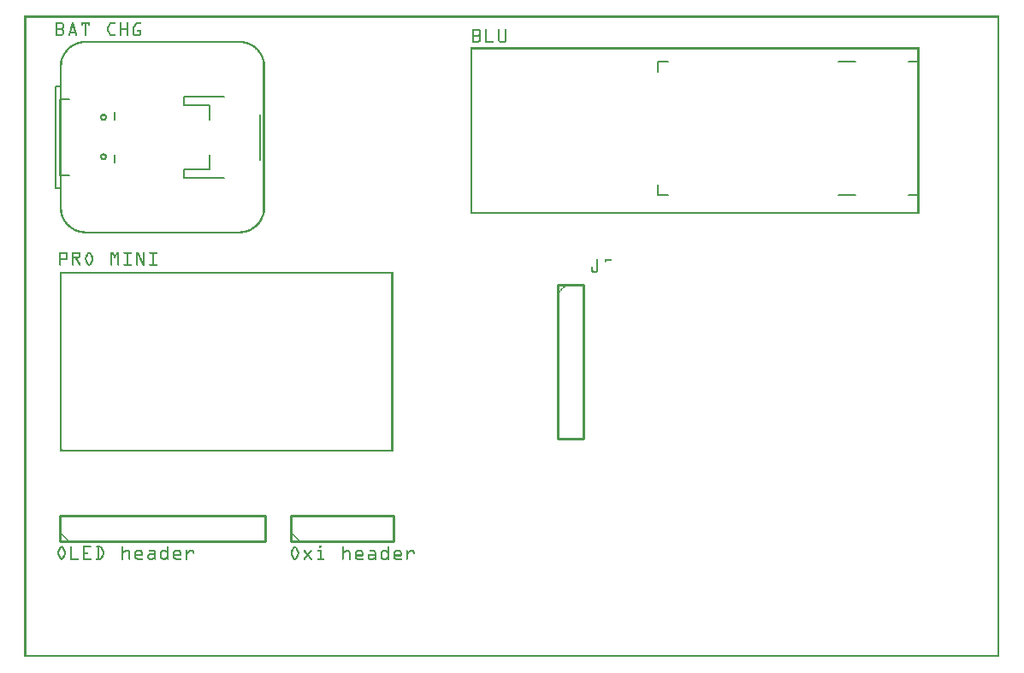
<source format=gto>
G04 MADE WITH FRITZING*
G04 WWW.FRITZING.ORG*
G04 DOUBLE SIDED*
G04 HOLES PLATED*
G04 CONTOUR ON CENTER OF CONTOUR VECTOR*
%ASAXBY*%
%FSLAX23Y23*%
%MOIN*%
%OFA0B0*%
%SFA1.0B1.0*%
%ADD10C,0.010000*%
%ADD11C,0.008000*%
%ADD12C,0.005000*%
%ADD13R,0.001000X0.001000*%
%LNSILK1*%
G90*
G70*
G54D10*
X1038Y451D02*
X1438Y451D01*
D02*
X1438Y451D02*
X1438Y551D01*
D02*
X1438Y551D02*
X1038Y551D01*
D02*
X1038Y551D02*
X1038Y451D01*
G54D11*
D02*
X3172Y1801D02*
X3239Y1801D01*
D02*
X3172Y2321D02*
X3239Y2321D01*
D02*
X2468Y1801D02*
X2468Y1840D01*
D02*
X2468Y1801D02*
X2507Y1801D01*
D02*
X2468Y2321D02*
X2468Y2281D01*
D02*
X2468Y2321D02*
X2507Y2321D01*
D02*
X3483Y2321D02*
X3483Y2281D01*
D02*
X3483Y2321D02*
X3444Y2321D01*
D02*
X3483Y1801D02*
X3483Y1840D01*
D02*
X3483Y1801D02*
X3444Y1801D01*
D02*
X917Y2115D02*
X917Y1938D01*
D02*
X779Y1869D02*
X621Y1869D01*
D02*
X621Y1869D02*
X621Y1902D01*
D02*
X621Y1902D02*
X720Y1902D01*
D02*
X720Y1902D02*
X720Y1958D01*
D02*
X720Y2095D02*
X720Y2150D01*
D02*
X720Y2150D02*
X621Y2150D01*
D02*
X621Y2150D02*
X621Y2184D01*
D02*
X621Y2184D02*
X779Y2184D01*
G54D12*
D02*
X352Y2125D02*
X352Y2093D01*
D02*
X352Y1959D02*
X352Y1928D01*
D02*
X175Y2176D02*
X139Y2176D01*
D02*
X139Y2176D02*
X139Y1877D01*
D02*
X139Y1877D02*
X175Y1877D01*
G54D11*
D02*
X120Y1828D02*
X138Y1828D01*
D02*
X120Y2225D02*
X138Y2225D01*
D02*
X120Y1828D02*
X120Y2225D01*
G54D10*
D02*
X138Y451D02*
X938Y451D01*
D02*
X938Y451D02*
X938Y551D01*
D02*
X938Y551D02*
X138Y551D01*
D02*
X138Y551D02*
X138Y451D01*
D02*
X2078Y1451D02*
X2078Y851D01*
D02*
X2078Y851D02*
X2178Y851D01*
D02*
X2178Y851D02*
X2178Y1451D01*
D02*
X2178Y1451D02*
X2078Y1451D01*
G54D13*
X0Y2500D02*
X3798Y2500D01*
X0Y2499D02*
X3798Y2499D01*
X0Y2498D02*
X3798Y2498D01*
X0Y2497D02*
X3798Y2497D01*
X0Y2496D02*
X3798Y2496D01*
X0Y2495D02*
X3798Y2495D01*
X0Y2494D02*
X3798Y2494D01*
X0Y2493D02*
X3798Y2493D01*
X0Y2492D02*
X7Y2492D01*
X3791Y2492D02*
X3798Y2492D01*
X0Y2491D02*
X7Y2491D01*
X3791Y2491D02*
X3798Y2491D01*
X0Y2490D02*
X7Y2490D01*
X3791Y2490D02*
X3798Y2490D01*
X0Y2489D02*
X7Y2489D01*
X3791Y2489D02*
X3798Y2489D01*
X0Y2488D02*
X7Y2488D01*
X3791Y2488D02*
X3798Y2488D01*
X0Y2487D02*
X7Y2487D01*
X3791Y2487D02*
X3798Y2487D01*
X0Y2486D02*
X7Y2486D01*
X3791Y2486D02*
X3798Y2486D01*
X0Y2485D02*
X7Y2485D01*
X3791Y2485D02*
X3798Y2485D01*
X0Y2484D02*
X7Y2484D01*
X3791Y2484D02*
X3798Y2484D01*
X0Y2483D02*
X7Y2483D01*
X3791Y2483D02*
X3798Y2483D01*
X0Y2482D02*
X7Y2482D01*
X3791Y2482D02*
X3798Y2482D01*
X0Y2481D02*
X7Y2481D01*
X3791Y2481D02*
X3798Y2481D01*
X0Y2480D02*
X7Y2480D01*
X3791Y2480D02*
X3798Y2480D01*
X0Y2479D02*
X7Y2479D01*
X3791Y2479D02*
X3798Y2479D01*
X0Y2478D02*
X7Y2478D01*
X3791Y2478D02*
X3798Y2478D01*
X0Y2477D02*
X7Y2477D01*
X3791Y2477D02*
X3798Y2477D01*
X0Y2476D02*
X7Y2476D01*
X3791Y2476D02*
X3798Y2476D01*
X0Y2475D02*
X7Y2475D01*
X122Y2475D02*
X142Y2475D01*
X188Y2475D02*
X188Y2475D01*
X222Y2475D02*
X255Y2475D01*
X339Y2475D02*
X352Y2475D01*
X402Y2475D02*
X402Y2475D01*
X441Y2475D02*
X452Y2475D01*
X3791Y2475D02*
X3798Y2475D01*
X0Y2474D02*
X7Y2474D01*
X121Y2474D02*
X146Y2474D01*
X186Y2474D02*
X190Y2474D01*
X221Y2474D02*
X255Y2474D01*
X335Y2474D02*
X354Y2474D01*
X372Y2474D02*
X376Y2474D01*
X400Y2474D02*
X404Y2474D01*
X437Y2474D02*
X454Y2474D01*
X3791Y2474D02*
X3798Y2474D01*
X0Y2473D02*
X7Y2473D01*
X121Y2473D02*
X148Y2473D01*
X186Y2473D02*
X191Y2473D01*
X221Y2473D02*
X255Y2473D01*
X333Y2473D02*
X355Y2473D01*
X372Y2473D02*
X377Y2473D01*
X399Y2473D02*
X405Y2473D01*
X436Y2473D02*
X455Y2473D01*
X3791Y2473D02*
X3798Y2473D01*
X0Y2472D02*
X7Y2472D01*
X121Y2472D02*
X150Y2472D01*
X185Y2472D02*
X191Y2472D01*
X221Y2472D02*
X255Y2472D01*
X332Y2472D02*
X355Y2472D01*
X371Y2472D02*
X377Y2472D01*
X399Y2472D02*
X405Y2472D01*
X435Y2472D02*
X455Y2472D01*
X3791Y2472D02*
X3798Y2472D01*
X0Y2471D02*
X7Y2471D01*
X121Y2471D02*
X151Y2471D01*
X185Y2471D02*
X191Y2471D01*
X221Y2471D02*
X255Y2471D01*
X331Y2471D02*
X355Y2471D01*
X371Y2471D02*
X377Y2471D01*
X399Y2471D02*
X405Y2471D01*
X434Y2471D02*
X455Y2471D01*
X3791Y2471D02*
X3798Y2471D01*
X0Y2470D02*
X7Y2470D01*
X121Y2470D02*
X152Y2470D01*
X185Y2470D02*
X192Y2470D01*
X221Y2470D02*
X255Y2470D01*
X331Y2470D02*
X355Y2470D01*
X371Y2470D02*
X377Y2470D01*
X399Y2470D02*
X405Y2470D01*
X433Y2470D02*
X455Y2470D01*
X3791Y2470D02*
X3798Y2470D01*
X0Y2469D02*
X7Y2469D01*
X121Y2469D02*
X152Y2469D01*
X184Y2469D02*
X192Y2469D01*
X221Y2469D02*
X255Y2469D01*
X330Y2469D02*
X354Y2469D01*
X371Y2469D02*
X377Y2469D01*
X399Y2469D02*
X405Y2469D01*
X432Y2469D02*
X454Y2469D01*
X3791Y2469D02*
X3798Y2469D01*
X0Y2468D02*
X7Y2468D01*
X121Y2468D02*
X128Y2468D01*
X142Y2468D02*
X153Y2468D01*
X184Y2468D02*
X192Y2468D01*
X221Y2468D02*
X228Y2468D01*
X235Y2468D02*
X242Y2468D01*
X249Y2468D02*
X255Y2468D01*
X329Y2468D02*
X338Y2468D01*
X371Y2468D02*
X377Y2468D01*
X399Y2468D02*
X405Y2468D01*
X431Y2468D02*
X441Y2468D01*
X3791Y2468D02*
X3798Y2468D01*
X0Y2467D02*
X7Y2467D01*
X121Y2467D02*
X127Y2467D01*
X146Y2467D02*
X154Y2467D01*
X184Y2467D02*
X193Y2467D01*
X221Y2467D02*
X227Y2467D01*
X235Y2467D02*
X241Y2467D01*
X249Y2467D02*
X255Y2467D01*
X329Y2467D02*
X336Y2467D01*
X371Y2467D02*
X377Y2467D01*
X399Y2467D02*
X405Y2467D01*
X431Y2467D02*
X439Y2467D01*
X3791Y2467D02*
X3798Y2467D01*
X0Y2466D02*
X7Y2466D01*
X121Y2466D02*
X127Y2466D01*
X147Y2466D02*
X154Y2466D01*
X183Y2466D02*
X193Y2466D01*
X221Y2466D02*
X227Y2466D01*
X235Y2466D02*
X241Y2466D01*
X249Y2466D02*
X255Y2466D01*
X328Y2466D02*
X335Y2466D01*
X371Y2466D02*
X377Y2466D01*
X399Y2466D02*
X405Y2466D01*
X430Y2466D02*
X438Y2466D01*
X3791Y2466D02*
X3798Y2466D01*
X0Y2465D02*
X7Y2465D01*
X121Y2465D02*
X127Y2465D01*
X148Y2465D02*
X154Y2465D01*
X183Y2465D02*
X193Y2465D01*
X222Y2465D02*
X227Y2465D01*
X235Y2465D02*
X241Y2465D01*
X249Y2465D02*
X255Y2465D01*
X328Y2465D02*
X335Y2465D01*
X371Y2465D02*
X377Y2465D01*
X399Y2465D02*
X405Y2465D01*
X429Y2465D02*
X437Y2465D01*
X3791Y2465D02*
X3798Y2465D01*
X0Y2464D02*
X7Y2464D01*
X121Y2464D02*
X127Y2464D01*
X148Y2464D02*
X155Y2464D01*
X183Y2464D02*
X194Y2464D01*
X222Y2464D02*
X227Y2464D01*
X235Y2464D02*
X241Y2464D01*
X249Y2464D02*
X254Y2464D01*
X327Y2464D02*
X334Y2464D01*
X371Y2464D02*
X377Y2464D01*
X399Y2464D02*
X405Y2464D01*
X428Y2464D02*
X436Y2464D01*
X3791Y2464D02*
X3798Y2464D01*
X0Y2463D02*
X7Y2463D01*
X121Y2463D02*
X127Y2463D01*
X149Y2463D02*
X155Y2463D01*
X182Y2463D02*
X194Y2463D01*
X223Y2463D02*
X226Y2463D01*
X235Y2463D02*
X241Y2463D01*
X250Y2463D02*
X254Y2463D01*
X327Y2463D02*
X334Y2463D01*
X371Y2463D02*
X377Y2463D01*
X399Y2463D02*
X405Y2463D01*
X428Y2463D02*
X435Y2463D01*
X3791Y2463D02*
X3798Y2463D01*
X0Y2462D02*
X7Y2462D01*
X121Y2462D02*
X127Y2462D01*
X149Y2462D02*
X155Y2462D01*
X182Y2462D02*
X194Y2462D01*
X235Y2462D02*
X241Y2462D01*
X326Y2462D02*
X333Y2462D01*
X371Y2462D02*
X377Y2462D01*
X399Y2462D02*
X405Y2462D01*
X427Y2462D02*
X435Y2462D01*
X3791Y2462D02*
X3798Y2462D01*
X0Y2461D02*
X7Y2461D01*
X121Y2461D02*
X127Y2461D01*
X149Y2461D02*
X155Y2461D01*
X182Y2461D02*
X194Y2461D01*
X235Y2461D02*
X241Y2461D01*
X326Y2461D02*
X333Y2461D01*
X371Y2461D02*
X377Y2461D01*
X399Y2461D02*
X405Y2461D01*
X426Y2461D02*
X434Y2461D01*
X3791Y2461D02*
X3798Y2461D01*
X0Y2460D02*
X7Y2460D01*
X121Y2460D02*
X127Y2460D01*
X149Y2460D02*
X155Y2460D01*
X182Y2460D02*
X195Y2460D01*
X235Y2460D02*
X241Y2460D01*
X325Y2460D02*
X332Y2460D01*
X371Y2460D02*
X377Y2460D01*
X399Y2460D02*
X405Y2460D01*
X425Y2460D02*
X433Y2460D01*
X3791Y2460D02*
X3798Y2460D01*
X0Y2459D02*
X7Y2459D01*
X121Y2459D02*
X127Y2459D01*
X149Y2459D02*
X155Y2459D01*
X181Y2459D02*
X195Y2459D01*
X235Y2459D02*
X241Y2459D01*
X325Y2459D02*
X332Y2459D01*
X371Y2459D02*
X377Y2459D01*
X399Y2459D02*
X405Y2459D01*
X424Y2459D02*
X432Y2459D01*
X3791Y2459D02*
X3798Y2459D01*
X0Y2458D02*
X7Y2458D01*
X121Y2458D02*
X127Y2458D01*
X149Y2458D02*
X155Y2458D01*
X181Y2458D02*
X187Y2458D01*
X189Y2458D02*
X195Y2458D01*
X235Y2458D02*
X241Y2458D01*
X324Y2458D02*
X331Y2458D01*
X371Y2458D02*
X377Y2458D01*
X399Y2458D02*
X405Y2458D01*
X424Y2458D02*
X432Y2458D01*
X3791Y2458D02*
X3798Y2458D01*
X0Y2457D02*
X7Y2457D01*
X121Y2457D02*
X127Y2457D01*
X149Y2457D02*
X155Y2457D01*
X181Y2457D02*
X187Y2457D01*
X189Y2457D02*
X196Y2457D01*
X235Y2457D02*
X241Y2457D01*
X324Y2457D02*
X331Y2457D01*
X371Y2457D02*
X377Y2457D01*
X399Y2457D02*
X405Y2457D01*
X423Y2457D02*
X431Y2457D01*
X3791Y2457D02*
X3798Y2457D01*
X0Y2456D02*
X7Y2456D01*
X121Y2456D02*
X127Y2456D01*
X148Y2456D02*
X155Y2456D01*
X180Y2456D02*
X187Y2456D01*
X190Y2456D02*
X196Y2456D01*
X235Y2456D02*
X241Y2456D01*
X323Y2456D02*
X330Y2456D01*
X371Y2456D02*
X377Y2456D01*
X399Y2456D02*
X405Y2456D01*
X423Y2456D02*
X430Y2456D01*
X3791Y2456D02*
X3798Y2456D01*
X0Y2455D02*
X7Y2455D01*
X121Y2455D02*
X127Y2455D01*
X148Y2455D02*
X155Y2455D01*
X180Y2455D02*
X186Y2455D01*
X190Y2455D02*
X196Y2455D01*
X235Y2455D02*
X241Y2455D01*
X323Y2455D02*
X330Y2455D01*
X371Y2455D02*
X377Y2455D01*
X399Y2455D02*
X405Y2455D01*
X422Y2455D02*
X429Y2455D01*
X3791Y2455D02*
X3798Y2455D01*
X0Y2454D02*
X7Y2454D01*
X121Y2454D02*
X127Y2454D01*
X147Y2454D02*
X154Y2454D01*
X180Y2454D02*
X186Y2454D01*
X190Y2454D02*
X196Y2454D01*
X235Y2454D02*
X241Y2454D01*
X323Y2454D02*
X329Y2454D01*
X371Y2454D02*
X377Y2454D01*
X399Y2454D02*
X405Y2454D01*
X422Y2454D02*
X429Y2454D01*
X3791Y2454D02*
X3798Y2454D01*
X0Y2453D02*
X7Y2453D01*
X121Y2453D02*
X127Y2453D01*
X146Y2453D02*
X154Y2453D01*
X180Y2453D02*
X186Y2453D01*
X190Y2453D02*
X197Y2453D01*
X235Y2453D02*
X241Y2453D01*
X322Y2453D02*
X329Y2453D01*
X371Y2453D02*
X377Y2453D01*
X399Y2453D02*
X405Y2453D01*
X422Y2453D02*
X428Y2453D01*
X3791Y2453D02*
X3798Y2453D01*
X0Y2452D02*
X7Y2452D01*
X121Y2452D02*
X127Y2452D01*
X144Y2452D02*
X153Y2452D01*
X179Y2452D02*
X186Y2452D01*
X191Y2452D02*
X197Y2452D01*
X235Y2452D02*
X241Y2452D01*
X322Y2452D02*
X328Y2452D01*
X371Y2452D02*
X377Y2452D01*
X399Y2452D02*
X405Y2452D01*
X422Y2452D02*
X428Y2452D01*
X3791Y2452D02*
X3798Y2452D01*
X0Y2451D02*
X7Y2451D01*
X121Y2451D02*
X153Y2451D01*
X179Y2451D02*
X185Y2451D01*
X191Y2451D02*
X197Y2451D01*
X235Y2451D02*
X241Y2451D01*
X322Y2451D02*
X328Y2451D01*
X371Y2451D02*
X405Y2451D01*
X421Y2451D02*
X428Y2451D01*
X3791Y2451D02*
X3798Y2451D01*
X0Y2450D02*
X7Y2450D01*
X121Y2450D02*
X152Y2450D01*
X179Y2450D02*
X185Y2450D01*
X191Y2450D02*
X198Y2450D01*
X235Y2450D02*
X241Y2450D01*
X322Y2450D02*
X328Y2450D01*
X371Y2450D02*
X405Y2450D01*
X421Y2450D02*
X427Y2450D01*
X3791Y2450D02*
X3798Y2450D01*
X0Y2449D02*
X7Y2449D01*
X121Y2449D02*
X151Y2449D01*
X178Y2449D02*
X185Y2449D01*
X192Y2449D02*
X198Y2449D01*
X235Y2449D02*
X241Y2449D01*
X321Y2449D02*
X328Y2449D01*
X371Y2449D02*
X405Y2449D01*
X421Y2449D02*
X427Y2449D01*
X3791Y2449D02*
X3798Y2449D01*
X0Y2448D02*
X7Y2448D01*
X121Y2448D02*
X150Y2448D01*
X178Y2448D02*
X184Y2448D01*
X192Y2448D02*
X198Y2448D01*
X235Y2448D02*
X241Y2448D01*
X321Y2448D02*
X327Y2448D01*
X371Y2448D02*
X405Y2448D01*
X421Y2448D02*
X427Y2448D01*
X1746Y2448D02*
X1769Y2448D01*
X1797Y2448D02*
X1800Y2448D01*
X1847Y2448D02*
X1850Y2448D01*
X1875Y2448D02*
X1878Y2448D01*
X3791Y2448D02*
X3798Y2448D01*
X0Y2447D02*
X7Y2447D01*
X121Y2447D02*
X151Y2447D01*
X178Y2447D02*
X184Y2447D01*
X192Y2447D02*
X198Y2447D01*
X235Y2447D02*
X241Y2447D01*
X321Y2447D02*
X328Y2447D01*
X371Y2447D02*
X405Y2447D01*
X421Y2447D02*
X427Y2447D01*
X1746Y2447D02*
X1772Y2447D01*
X1796Y2447D02*
X1801Y2447D01*
X1846Y2447D02*
X1851Y2447D01*
X1874Y2447D02*
X1879Y2447D01*
X3791Y2447D02*
X3798Y2447D01*
X0Y2446D02*
X7Y2446D01*
X121Y2446D02*
X152Y2446D01*
X178Y2446D02*
X184Y2446D01*
X192Y2446D02*
X199Y2446D01*
X235Y2446D02*
X241Y2446D01*
X322Y2446D02*
X328Y2446D01*
X371Y2446D02*
X405Y2446D01*
X421Y2446D02*
X427Y2446D01*
X1746Y2446D02*
X1773Y2446D01*
X1796Y2446D02*
X1802Y2446D01*
X1846Y2446D02*
X1852Y2446D01*
X1873Y2446D02*
X1879Y2446D01*
X3791Y2446D02*
X3798Y2446D01*
X0Y2445D02*
X7Y2445D01*
X121Y2445D02*
X153Y2445D01*
X177Y2445D02*
X184Y2445D01*
X193Y2445D02*
X199Y2445D01*
X235Y2445D02*
X241Y2445D01*
X322Y2445D02*
X328Y2445D01*
X371Y2445D02*
X405Y2445D01*
X421Y2445D02*
X427Y2445D01*
X440Y2445D02*
X455Y2445D01*
X1746Y2445D02*
X1774Y2445D01*
X1796Y2445D02*
X1802Y2445D01*
X1846Y2445D02*
X1852Y2445D01*
X1873Y2445D02*
X1879Y2445D01*
X3791Y2445D02*
X3798Y2445D01*
X0Y2444D02*
X7Y2444D01*
X121Y2444D02*
X127Y2444D01*
X145Y2444D02*
X153Y2444D01*
X177Y2444D02*
X183Y2444D01*
X193Y2444D02*
X199Y2444D01*
X235Y2444D02*
X241Y2444D01*
X322Y2444D02*
X328Y2444D01*
X371Y2444D02*
X377Y2444D01*
X399Y2444D02*
X405Y2444D01*
X421Y2444D02*
X427Y2444D01*
X439Y2444D02*
X455Y2444D01*
X1746Y2444D02*
X1775Y2444D01*
X1796Y2444D02*
X1802Y2444D01*
X1846Y2444D02*
X1852Y2444D01*
X1873Y2444D02*
X1879Y2444D01*
X3791Y2444D02*
X3798Y2444D01*
X0Y2443D02*
X7Y2443D01*
X121Y2443D02*
X127Y2443D01*
X146Y2443D02*
X154Y2443D01*
X177Y2443D02*
X183Y2443D01*
X193Y2443D02*
X200Y2443D01*
X235Y2443D02*
X241Y2443D01*
X322Y2443D02*
X329Y2443D01*
X371Y2443D02*
X377Y2443D01*
X399Y2443D02*
X405Y2443D01*
X421Y2443D02*
X427Y2443D01*
X439Y2443D02*
X455Y2443D01*
X1746Y2443D02*
X1776Y2443D01*
X1796Y2443D02*
X1802Y2443D01*
X1846Y2443D02*
X1852Y2443D01*
X1873Y2443D02*
X1879Y2443D01*
X3791Y2443D02*
X3798Y2443D01*
X0Y2442D02*
X7Y2442D01*
X121Y2442D02*
X127Y2442D01*
X147Y2442D02*
X154Y2442D01*
X176Y2442D02*
X183Y2442D01*
X194Y2442D02*
X200Y2442D01*
X235Y2442D02*
X241Y2442D01*
X323Y2442D02*
X329Y2442D01*
X371Y2442D02*
X377Y2442D01*
X399Y2442D02*
X405Y2442D01*
X421Y2442D02*
X427Y2442D01*
X439Y2442D02*
X455Y2442D01*
X1746Y2442D02*
X1777Y2442D01*
X1796Y2442D02*
X1802Y2442D01*
X1846Y2442D02*
X1852Y2442D01*
X1873Y2442D02*
X1879Y2442D01*
X3791Y2442D02*
X3798Y2442D01*
X0Y2441D02*
X7Y2441D01*
X121Y2441D02*
X127Y2441D01*
X148Y2441D02*
X155Y2441D01*
X176Y2441D02*
X182Y2441D01*
X194Y2441D02*
X200Y2441D01*
X235Y2441D02*
X241Y2441D01*
X323Y2441D02*
X330Y2441D01*
X371Y2441D02*
X377Y2441D01*
X399Y2441D02*
X405Y2441D01*
X421Y2441D02*
X427Y2441D01*
X439Y2441D02*
X455Y2441D01*
X1746Y2441D02*
X1752Y2441D01*
X1769Y2441D02*
X1778Y2441D01*
X1796Y2441D02*
X1802Y2441D01*
X1846Y2441D02*
X1852Y2441D01*
X1873Y2441D02*
X1879Y2441D01*
X3791Y2441D02*
X3798Y2441D01*
X0Y2440D02*
X7Y2440D01*
X121Y2440D02*
X127Y2440D01*
X148Y2440D02*
X155Y2440D01*
X176Y2440D02*
X182Y2440D01*
X194Y2440D02*
X201Y2440D01*
X235Y2440D02*
X241Y2440D01*
X323Y2440D02*
X330Y2440D01*
X371Y2440D02*
X377Y2440D01*
X399Y2440D02*
X405Y2440D01*
X421Y2440D02*
X427Y2440D01*
X439Y2440D02*
X455Y2440D01*
X1746Y2440D02*
X1752Y2440D01*
X1771Y2440D02*
X1778Y2440D01*
X1796Y2440D02*
X1802Y2440D01*
X1846Y2440D02*
X1852Y2440D01*
X1873Y2440D02*
X1879Y2440D01*
X3791Y2440D02*
X3798Y2440D01*
X0Y2439D02*
X7Y2439D01*
X121Y2439D02*
X127Y2439D01*
X149Y2439D02*
X155Y2439D01*
X175Y2439D02*
X201Y2439D01*
X235Y2439D02*
X241Y2439D01*
X324Y2439D02*
X331Y2439D01*
X371Y2439D02*
X377Y2439D01*
X399Y2439D02*
X405Y2439D01*
X421Y2439D02*
X427Y2439D01*
X441Y2439D02*
X455Y2439D01*
X1746Y2439D02*
X1752Y2439D01*
X1772Y2439D02*
X1778Y2439D01*
X1796Y2439D02*
X1802Y2439D01*
X1846Y2439D02*
X1852Y2439D01*
X1873Y2439D02*
X1879Y2439D01*
X3791Y2439D02*
X3798Y2439D01*
X0Y2438D02*
X7Y2438D01*
X121Y2438D02*
X127Y2438D01*
X149Y2438D02*
X155Y2438D01*
X175Y2438D02*
X201Y2438D01*
X235Y2438D02*
X241Y2438D01*
X324Y2438D02*
X331Y2438D01*
X371Y2438D02*
X377Y2438D01*
X399Y2438D02*
X405Y2438D01*
X421Y2438D02*
X427Y2438D01*
X449Y2438D02*
X455Y2438D01*
X1746Y2438D02*
X1752Y2438D01*
X1772Y2438D02*
X1779Y2438D01*
X1796Y2438D02*
X1802Y2438D01*
X1846Y2438D02*
X1852Y2438D01*
X1873Y2438D02*
X1879Y2438D01*
X3791Y2438D02*
X3798Y2438D01*
X0Y2437D02*
X7Y2437D01*
X121Y2437D02*
X127Y2437D01*
X149Y2437D02*
X155Y2437D01*
X175Y2437D02*
X201Y2437D01*
X235Y2437D02*
X241Y2437D01*
X325Y2437D02*
X332Y2437D01*
X371Y2437D02*
X377Y2437D01*
X399Y2437D02*
X405Y2437D01*
X421Y2437D02*
X427Y2437D01*
X449Y2437D02*
X455Y2437D01*
X1746Y2437D02*
X1752Y2437D01*
X1773Y2437D02*
X1779Y2437D01*
X1796Y2437D02*
X1802Y2437D01*
X1846Y2437D02*
X1852Y2437D01*
X1873Y2437D02*
X1879Y2437D01*
X3791Y2437D02*
X3798Y2437D01*
X0Y2436D02*
X7Y2436D01*
X121Y2436D02*
X127Y2436D01*
X149Y2436D02*
X155Y2436D01*
X175Y2436D02*
X202Y2436D01*
X235Y2436D02*
X241Y2436D01*
X325Y2436D02*
X332Y2436D01*
X371Y2436D02*
X377Y2436D01*
X399Y2436D02*
X405Y2436D01*
X421Y2436D02*
X427Y2436D01*
X449Y2436D02*
X455Y2436D01*
X1746Y2436D02*
X1752Y2436D01*
X1773Y2436D02*
X1779Y2436D01*
X1796Y2436D02*
X1802Y2436D01*
X1846Y2436D02*
X1852Y2436D01*
X1873Y2436D02*
X1879Y2436D01*
X3791Y2436D02*
X3798Y2436D01*
X0Y2435D02*
X7Y2435D01*
X121Y2435D02*
X127Y2435D01*
X149Y2435D02*
X155Y2435D01*
X174Y2435D02*
X202Y2435D01*
X235Y2435D02*
X241Y2435D01*
X326Y2435D02*
X333Y2435D01*
X371Y2435D02*
X377Y2435D01*
X399Y2435D02*
X405Y2435D01*
X421Y2435D02*
X427Y2435D01*
X449Y2435D02*
X455Y2435D01*
X1746Y2435D02*
X1752Y2435D01*
X1773Y2435D02*
X1779Y2435D01*
X1796Y2435D02*
X1802Y2435D01*
X1846Y2435D02*
X1852Y2435D01*
X1873Y2435D02*
X1879Y2435D01*
X3791Y2435D02*
X3798Y2435D01*
X0Y2434D02*
X7Y2434D01*
X121Y2434D02*
X127Y2434D01*
X149Y2434D02*
X155Y2434D01*
X174Y2434D02*
X202Y2434D01*
X235Y2434D02*
X241Y2434D01*
X326Y2434D02*
X333Y2434D01*
X371Y2434D02*
X377Y2434D01*
X399Y2434D02*
X405Y2434D01*
X421Y2434D02*
X427Y2434D01*
X449Y2434D02*
X455Y2434D01*
X1746Y2434D02*
X1752Y2434D01*
X1773Y2434D02*
X1779Y2434D01*
X1796Y2434D02*
X1802Y2434D01*
X1846Y2434D02*
X1852Y2434D01*
X1873Y2434D02*
X1879Y2434D01*
X3791Y2434D02*
X3798Y2434D01*
X0Y2433D02*
X7Y2433D01*
X121Y2433D02*
X127Y2433D01*
X149Y2433D02*
X155Y2433D01*
X174Y2433D02*
X203Y2433D01*
X235Y2433D02*
X241Y2433D01*
X327Y2433D02*
X334Y2433D01*
X371Y2433D02*
X377Y2433D01*
X399Y2433D02*
X405Y2433D01*
X421Y2433D02*
X427Y2433D01*
X449Y2433D02*
X455Y2433D01*
X1746Y2433D02*
X1752Y2433D01*
X1773Y2433D02*
X1779Y2433D01*
X1796Y2433D02*
X1802Y2433D01*
X1846Y2433D02*
X1852Y2433D01*
X1873Y2433D02*
X1879Y2433D01*
X3791Y2433D02*
X3798Y2433D01*
X0Y2432D02*
X7Y2432D01*
X121Y2432D02*
X127Y2432D01*
X148Y2432D02*
X155Y2432D01*
X173Y2432D02*
X180Y2432D01*
X197Y2432D02*
X203Y2432D01*
X235Y2432D02*
X241Y2432D01*
X327Y2432D02*
X334Y2432D01*
X371Y2432D02*
X377Y2432D01*
X399Y2432D02*
X405Y2432D01*
X421Y2432D02*
X427Y2432D01*
X449Y2432D02*
X455Y2432D01*
X1746Y2432D02*
X1752Y2432D01*
X1773Y2432D02*
X1779Y2432D01*
X1796Y2432D02*
X1802Y2432D01*
X1846Y2432D02*
X1852Y2432D01*
X1873Y2432D02*
X1879Y2432D01*
X3791Y2432D02*
X3798Y2432D01*
X0Y2431D02*
X7Y2431D01*
X121Y2431D02*
X127Y2431D01*
X148Y2431D02*
X154Y2431D01*
X173Y2431D02*
X179Y2431D01*
X197Y2431D02*
X203Y2431D01*
X235Y2431D02*
X241Y2431D01*
X328Y2431D02*
X335Y2431D01*
X371Y2431D02*
X377Y2431D01*
X399Y2431D02*
X405Y2431D01*
X421Y2431D02*
X427Y2431D01*
X449Y2431D02*
X455Y2431D01*
X1746Y2431D02*
X1752Y2431D01*
X1773Y2431D02*
X1779Y2431D01*
X1796Y2431D02*
X1802Y2431D01*
X1846Y2431D02*
X1852Y2431D01*
X1873Y2431D02*
X1879Y2431D01*
X3791Y2431D02*
X3798Y2431D01*
X0Y2430D02*
X7Y2430D01*
X121Y2430D02*
X127Y2430D01*
X147Y2430D02*
X154Y2430D01*
X173Y2430D02*
X179Y2430D01*
X197Y2430D02*
X203Y2430D01*
X235Y2430D02*
X241Y2430D01*
X328Y2430D02*
X335Y2430D01*
X371Y2430D02*
X377Y2430D01*
X399Y2430D02*
X405Y2430D01*
X422Y2430D02*
X428Y2430D01*
X449Y2430D02*
X455Y2430D01*
X1746Y2430D02*
X1752Y2430D01*
X1773Y2430D02*
X1779Y2430D01*
X1796Y2430D02*
X1802Y2430D01*
X1846Y2430D02*
X1852Y2430D01*
X1873Y2430D02*
X1879Y2430D01*
X3791Y2430D02*
X3798Y2430D01*
X0Y2429D02*
X7Y2429D01*
X121Y2429D02*
X127Y2429D01*
X146Y2429D02*
X154Y2429D01*
X173Y2429D02*
X179Y2429D01*
X197Y2429D02*
X204Y2429D01*
X235Y2429D02*
X241Y2429D01*
X329Y2429D02*
X336Y2429D01*
X371Y2429D02*
X377Y2429D01*
X399Y2429D02*
X405Y2429D01*
X422Y2429D02*
X428Y2429D01*
X448Y2429D02*
X455Y2429D01*
X1746Y2429D02*
X1752Y2429D01*
X1772Y2429D02*
X1779Y2429D01*
X1796Y2429D02*
X1802Y2429D01*
X1846Y2429D02*
X1852Y2429D01*
X1873Y2429D02*
X1879Y2429D01*
X3791Y2429D02*
X3798Y2429D01*
X0Y2428D02*
X7Y2428D01*
X121Y2428D02*
X128Y2428D01*
X143Y2428D02*
X153Y2428D01*
X172Y2428D02*
X179Y2428D01*
X198Y2428D02*
X204Y2428D01*
X235Y2428D02*
X241Y2428D01*
X329Y2428D02*
X338Y2428D01*
X371Y2428D02*
X377Y2428D01*
X399Y2428D02*
X405Y2428D01*
X422Y2428D02*
X430Y2428D01*
X446Y2428D02*
X454Y2428D01*
X1746Y2428D02*
X1752Y2428D01*
X1772Y2428D02*
X1779Y2428D01*
X1796Y2428D02*
X1802Y2428D01*
X1846Y2428D02*
X1852Y2428D01*
X1873Y2428D02*
X1879Y2428D01*
X3791Y2428D02*
X3798Y2428D01*
X0Y2427D02*
X7Y2427D01*
X121Y2427D02*
X152Y2427D01*
X172Y2427D02*
X178Y2427D01*
X198Y2427D02*
X204Y2427D01*
X235Y2427D02*
X241Y2427D01*
X330Y2427D02*
X354Y2427D01*
X371Y2427D02*
X377Y2427D01*
X399Y2427D02*
X405Y2427D01*
X422Y2427D02*
X454Y2427D01*
X1746Y2427D02*
X1752Y2427D01*
X1771Y2427D02*
X1778Y2427D01*
X1796Y2427D02*
X1802Y2427D01*
X1846Y2427D02*
X1852Y2427D01*
X1873Y2427D02*
X1879Y2427D01*
X3791Y2427D02*
X3798Y2427D01*
X0Y2426D02*
X7Y2426D01*
X121Y2426D02*
X152Y2426D01*
X172Y2426D02*
X178Y2426D01*
X198Y2426D02*
X205Y2426D01*
X235Y2426D02*
X241Y2426D01*
X331Y2426D02*
X355Y2426D01*
X371Y2426D02*
X377Y2426D01*
X399Y2426D02*
X405Y2426D01*
X423Y2426D02*
X453Y2426D01*
X1746Y2426D02*
X1752Y2426D01*
X1770Y2426D02*
X1778Y2426D01*
X1796Y2426D02*
X1802Y2426D01*
X1846Y2426D02*
X1852Y2426D01*
X1873Y2426D02*
X1879Y2426D01*
X3791Y2426D02*
X3798Y2426D01*
X0Y2425D02*
X7Y2425D01*
X121Y2425D02*
X151Y2425D01*
X171Y2425D02*
X178Y2425D01*
X199Y2425D02*
X205Y2425D01*
X235Y2425D02*
X241Y2425D01*
X331Y2425D02*
X355Y2425D01*
X371Y2425D02*
X377Y2425D01*
X399Y2425D02*
X405Y2425D01*
X424Y2425D02*
X453Y2425D01*
X1746Y2425D02*
X1777Y2425D01*
X1796Y2425D02*
X1802Y2425D01*
X1846Y2425D02*
X1852Y2425D01*
X1873Y2425D02*
X1879Y2425D01*
X3791Y2425D02*
X3798Y2425D01*
X0Y2424D02*
X7Y2424D01*
X121Y2424D02*
X150Y2424D01*
X171Y2424D02*
X177Y2424D01*
X199Y2424D02*
X205Y2424D01*
X235Y2424D02*
X241Y2424D01*
X332Y2424D02*
X355Y2424D01*
X371Y2424D02*
X377Y2424D01*
X399Y2424D02*
X405Y2424D01*
X424Y2424D02*
X452Y2424D01*
X1746Y2424D02*
X1777Y2424D01*
X1796Y2424D02*
X1802Y2424D01*
X1846Y2424D02*
X1852Y2424D01*
X1873Y2424D02*
X1879Y2424D01*
X3791Y2424D02*
X3798Y2424D01*
X0Y2423D02*
X7Y2423D01*
X121Y2423D02*
X148Y2423D01*
X172Y2423D02*
X177Y2423D01*
X199Y2423D02*
X205Y2423D01*
X235Y2423D02*
X241Y2423D01*
X333Y2423D02*
X355Y2423D01*
X372Y2423D02*
X377Y2423D01*
X399Y2423D02*
X405Y2423D01*
X426Y2423D02*
X451Y2423D01*
X1746Y2423D02*
X1776Y2423D01*
X1796Y2423D02*
X1802Y2423D01*
X1846Y2423D02*
X1852Y2423D01*
X1873Y2423D02*
X1879Y2423D01*
X3791Y2423D02*
X3798Y2423D01*
X0Y2422D02*
X7Y2422D01*
X121Y2422D02*
X146Y2422D01*
X172Y2422D02*
X176Y2422D01*
X200Y2422D02*
X204Y2422D01*
X236Y2422D02*
X240Y2422D01*
X335Y2422D02*
X354Y2422D01*
X372Y2422D02*
X376Y2422D01*
X400Y2422D02*
X404Y2422D01*
X427Y2422D02*
X449Y2422D01*
X1746Y2422D02*
X1775Y2422D01*
X1796Y2422D02*
X1802Y2422D01*
X1846Y2422D02*
X1852Y2422D01*
X1873Y2422D02*
X1879Y2422D01*
X3791Y2422D02*
X3798Y2422D01*
X0Y2421D02*
X7Y2421D01*
X122Y2421D02*
X142Y2421D01*
X174Y2421D02*
X175Y2421D01*
X202Y2421D02*
X202Y2421D01*
X238Y2421D02*
X238Y2421D01*
X338Y2421D02*
X352Y2421D01*
X374Y2421D02*
X374Y2421D01*
X402Y2421D02*
X402Y2421D01*
X431Y2421D02*
X446Y2421D01*
X1746Y2421D02*
X1775Y2421D01*
X1796Y2421D02*
X1802Y2421D01*
X1846Y2421D02*
X1852Y2421D01*
X1873Y2421D02*
X1879Y2421D01*
X3791Y2421D02*
X3798Y2421D01*
X0Y2420D02*
X7Y2420D01*
X1746Y2420D02*
X1776Y2420D01*
X1796Y2420D02*
X1802Y2420D01*
X1846Y2420D02*
X1852Y2420D01*
X1873Y2420D02*
X1879Y2420D01*
X3791Y2420D02*
X3798Y2420D01*
X0Y2419D02*
X7Y2419D01*
X1746Y2419D02*
X1777Y2419D01*
X1796Y2419D02*
X1802Y2419D01*
X1846Y2419D02*
X1852Y2419D01*
X1873Y2419D02*
X1879Y2419D01*
X3791Y2419D02*
X3798Y2419D01*
X0Y2418D02*
X7Y2418D01*
X1746Y2418D02*
X1752Y2418D01*
X1767Y2418D02*
X1777Y2418D01*
X1796Y2418D02*
X1802Y2418D01*
X1846Y2418D02*
X1852Y2418D01*
X1873Y2418D02*
X1879Y2418D01*
X3791Y2418D02*
X3798Y2418D01*
X0Y2417D02*
X7Y2417D01*
X1746Y2417D02*
X1752Y2417D01*
X1770Y2417D02*
X1778Y2417D01*
X1796Y2417D02*
X1802Y2417D01*
X1846Y2417D02*
X1852Y2417D01*
X1873Y2417D02*
X1879Y2417D01*
X3791Y2417D02*
X3798Y2417D01*
X0Y2416D02*
X7Y2416D01*
X1746Y2416D02*
X1752Y2416D01*
X1771Y2416D02*
X1778Y2416D01*
X1796Y2416D02*
X1802Y2416D01*
X1846Y2416D02*
X1852Y2416D01*
X1873Y2416D02*
X1879Y2416D01*
X3791Y2416D02*
X3798Y2416D01*
X0Y2415D02*
X7Y2415D01*
X1746Y2415D02*
X1752Y2415D01*
X1772Y2415D02*
X1779Y2415D01*
X1796Y2415D02*
X1802Y2415D01*
X1846Y2415D02*
X1852Y2415D01*
X1873Y2415D02*
X1879Y2415D01*
X3791Y2415D02*
X3798Y2415D01*
X0Y2414D02*
X7Y2414D01*
X1746Y2414D02*
X1752Y2414D01*
X1773Y2414D02*
X1779Y2414D01*
X1796Y2414D02*
X1802Y2414D01*
X1846Y2414D02*
X1852Y2414D01*
X1873Y2414D02*
X1879Y2414D01*
X3791Y2414D02*
X3798Y2414D01*
X0Y2413D02*
X7Y2413D01*
X1746Y2413D02*
X1752Y2413D01*
X1773Y2413D02*
X1779Y2413D01*
X1796Y2413D02*
X1802Y2413D01*
X1846Y2413D02*
X1852Y2413D01*
X1873Y2413D02*
X1879Y2413D01*
X3791Y2413D02*
X3798Y2413D01*
X0Y2412D02*
X7Y2412D01*
X1746Y2412D02*
X1752Y2412D01*
X1773Y2412D02*
X1779Y2412D01*
X1796Y2412D02*
X1802Y2412D01*
X1846Y2412D02*
X1852Y2412D01*
X1873Y2412D02*
X1879Y2412D01*
X3791Y2412D02*
X3798Y2412D01*
X0Y2411D02*
X7Y2411D01*
X1746Y2411D02*
X1752Y2411D01*
X1773Y2411D02*
X1779Y2411D01*
X1796Y2411D02*
X1802Y2411D01*
X1846Y2411D02*
X1852Y2411D01*
X1873Y2411D02*
X1879Y2411D01*
X3791Y2411D02*
X3798Y2411D01*
X0Y2410D02*
X7Y2410D01*
X1746Y2410D02*
X1752Y2410D01*
X1773Y2410D02*
X1779Y2410D01*
X1796Y2410D02*
X1802Y2410D01*
X1846Y2410D02*
X1852Y2410D01*
X1873Y2410D02*
X1879Y2410D01*
X3791Y2410D02*
X3798Y2410D01*
X0Y2409D02*
X7Y2409D01*
X1746Y2409D02*
X1752Y2409D01*
X1773Y2409D02*
X1779Y2409D01*
X1796Y2409D02*
X1802Y2409D01*
X1846Y2409D02*
X1852Y2409D01*
X1873Y2409D02*
X1879Y2409D01*
X3791Y2409D02*
X3798Y2409D01*
X0Y2408D02*
X7Y2408D01*
X1746Y2408D02*
X1752Y2408D01*
X1773Y2408D02*
X1779Y2408D01*
X1796Y2408D02*
X1802Y2408D01*
X1846Y2408D02*
X1852Y2408D01*
X1873Y2408D02*
X1879Y2408D01*
X3791Y2408D02*
X3798Y2408D01*
X0Y2407D02*
X7Y2407D01*
X1746Y2407D02*
X1752Y2407D01*
X1773Y2407D02*
X1779Y2407D01*
X1796Y2407D02*
X1802Y2407D01*
X1846Y2407D02*
X1852Y2407D01*
X1873Y2407D02*
X1879Y2407D01*
X3791Y2407D02*
X3798Y2407D01*
X0Y2406D02*
X7Y2406D01*
X1746Y2406D02*
X1752Y2406D01*
X1773Y2406D02*
X1779Y2406D01*
X1796Y2406D02*
X1802Y2406D01*
X1846Y2406D02*
X1852Y2406D01*
X1873Y2406D02*
X1879Y2406D01*
X3791Y2406D02*
X3798Y2406D01*
X0Y2405D02*
X7Y2405D01*
X1746Y2405D02*
X1752Y2405D01*
X1772Y2405D02*
X1779Y2405D01*
X1796Y2405D02*
X1802Y2405D01*
X1846Y2405D02*
X1852Y2405D01*
X1873Y2405D02*
X1879Y2405D01*
X3791Y2405D02*
X3798Y2405D01*
X0Y2404D02*
X7Y2404D01*
X1746Y2404D02*
X1752Y2404D01*
X1771Y2404D02*
X1778Y2404D01*
X1796Y2404D02*
X1802Y2404D01*
X1846Y2404D02*
X1852Y2404D01*
X1873Y2404D02*
X1879Y2404D01*
X3791Y2404D02*
X3798Y2404D01*
X0Y2403D02*
X7Y2403D01*
X1746Y2403D02*
X1752Y2403D01*
X1770Y2403D02*
X1778Y2403D01*
X1796Y2403D02*
X1802Y2403D01*
X1846Y2403D02*
X1852Y2403D01*
X1872Y2403D02*
X1879Y2403D01*
X3791Y2403D02*
X3798Y2403D01*
X0Y2402D02*
X7Y2402D01*
X1746Y2402D02*
X1752Y2402D01*
X1769Y2402D02*
X1778Y2402D01*
X1796Y2402D02*
X1802Y2402D01*
X1846Y2402D02*
X1853Y2402D01*
X1871Y2402D02*
X1879Y2402D01*
X3791Y2402D02*
X3798Y2402D01*
X0Y2401D02*
X7Y2401D01*
X225Y2401D02*
X851Y2401D01*
X1746Y2401D02*
X1777Y2401D01*
X1796Y2401D02*
X1827Y2401D01*
X1846Y2401D02*
X1878Y2401D01*
X3791Y2401D02*
X3798Y2401D01*
X0Y2400D02*
X7Y2400D01*
X219Y2400D02*
X857Y2400D01*
X1746Y2400D02*
X1776Y2400D01*
X1796Y2400D02*
X1829Y2400D01*
X1847Y2400D02*
X1878Y2400D01*
X3791Y2400D02*
X3798Y2400D01*
X0Y2399D02*
X7Y2399D01*
X214Y2399D02*
X861Y2399D01*
X1746Y2399D02*
X1775Y2399D01*
X1796Y2399D02*
X1829Y2399D01*
X1848Y2399D02*
X1877Y2399D01*
X3791Y2399D02*
X3798Y2399D01*
X0Y2398D02*
X7Y2398D01*
X211Y2398D02*
X865Y2398D01*
X1746Y2398D02*
X1774Y2398D01*
X1796Y2398D02*
X1829Y2398D01*
X1848Y2398D02*
X1876Y2398D01*
X3791Y2398D02*
X3798Y2398D01*
X0Y2397D02*
X7Y2397D01*
X207Y2397D02*
X868Y2397D01*
X1746Y2397D02*
X1773Y2397D01*
X1796Y2397D02*
X1829Y2397D01*
X1849Y2397D02*
X1875Y2397D01*
X3791Y2397D02*
X3798Y2397D01*
X0Y2396D02*
X7Y2396D01*
X204Y2396D02*
X871Y2396D01*
X1746Y2396D02*
X1771Y2396D01*
X1796Y2396D02*
X1829Y2396D01*
X1851Y2396D02*
X1874Y2396D01*
X3791Y2396D02*
X3798Y2396D01*
X0Y2395D02*
X7Y2395D01*
X202Y2395D02*
X874Y2395D01*
X1746Y2395D02*
X1769Y2395D01*
X1796Y2395D02*
X1827Y2395D01*
X1853Y2395D02*
X1872Y2395D01*
X3791Y2395D02*
X3798Y2395D01*
X0Y2394D02*
X7Y2394D01*
X199Y2394D02*
X876Y2394D01*
X3791Y2394D02*
X3798Y2394D01*
X0Y2393D02*
X7Y2393D01*
X197Y2393D02*
X224Y2393D01*
X852Y2393D02*
X879Y2393D01*
X3791Y2393D02*
X3798Y2393D01*
X0Y2392D02*
X7Y2392D01*
X195Y2392D02*
X218Y2392D01*
X857Y2392D02*
X881Y2392D01*
X3791Y2392D02*
X3798Y2392D01*
X0Y2391D02*
X7Y2391D01*
X193Y2391D02*
X214Y2391D01*
X862Y2391D02*
X883Y2391D01*
X3791Y2391D02*
X3798Y2391D01*
X0Y2390D02*
X7Y2390D01*
X191Y2390D02*
X210Y2390D01*
X865Y2390D02*
X885Y2390D01*
X3791Y2390D02*
X3798Y2390D01*
X0Y2389D02*
X7Y2389D01*
X189Y2389D02*
X207Y2389D01*
X868Y2389D02*
X886Y2389D01*
X3791Y2389D02*
X3798Y2389D01*
X0Y2388D02*
X7Y2388D01*
X187Y2388D02*
X204Y2388D01*
X871Y2388D02*
X888Y2388D01*
X3791Y2388D02*
X3798Y2388D01*
X0Y2387D02*
X7Y2387D01*
X186Y2387D02*
X202Y2387D01*
X874Y2387D02*
X890Y2387D01*
X3791Y2387D02*
X3798Y2387D01*
X0Y2386D02*
X7Y2386D01*
X184Y2386D02*
X200Y2386D01*
X876Y2386D02*
X892Y2386D01*
X3791Y2386D02*
X3798Y2386D01*
X0Y2385D02*
X7Y2385D01*
X183Y2385D02*
X198Y2385D01*
X878Y2385D02*
X893Y2385D01*
X3791Y2385D02*
X3798Y2385D01*
X0Y2384D02*
X7Y2384D01*
X181Y2384D02*
X195Y2384D01*
X880Y2384D02*
X894Y2384D01*
X3791Y2384D02*
X3798Y2384D01*
X0Y2383D02*
X7Y2383D01*
X180Y2383D02*
X194Y2383D01*
X882Y2383D02*
X896Y2383D01*
X3791Y2383D02*
X3798Y2383D01*
X0Y2382D02*
X7Y2382D01*
X178Y2382D02*
X192Y2382D01*
X884Y2382D02*
X897Y2382D01*
X3791Y2382D02*
X3798Y2382D01*
X0Y2381D02*
X7Y2381D01*
X177Y2381D02*
X190Y2381D01*
X885Y2381D02*
X899Y2381D01*
X3791Y2381D02*
X3798Y2381D01*
X0Y2380D02*
X7Y2380D01*
X176Y2380D02*
X188Y2380D01*
X887Y2380D02*
X900Y2380D01*
X3791Y2380D02*
X3798Y2380D01*
X0Y2379D02*
X7Y2379D01*
X174Y2379D02*
X187Y2379D01*
X889Y2379D02*
X901Y2379D01*
X3791Y2379D02*
X3798Y2379D01*
X0Y2378D02*
X7Y2378D01*
X173Y2378D02*
X185Y2378D01*
X890Y2378D02*
X902Y2378D01*
X3791Y2378D02*
X3798Y2378D01*
X0Y2377D02*
X7Y2377D01*
X172Y2377D02*
X184Y2377D01*
X892Y2377D02*
X903Y2377D01*
X3791Y2377D02*
X3798Y2377D01*
X0Y2376D02*
X7Y2376D01*
X171Y2376D02*
X183Y2376D01*
X893Y2376D02*
X905Y2376D01*
X1738Y2376D02*
X3487Y2376D01*
X3791Y2376D02*
X3798Y2376D01*
X0Y2375D02*
X7Y2375D01*
X170Y2375D02*
X181Y2375D01*
X894Y2375D02*
X906Y2375D01*
X1738Y2375D02*
X3487Y2375D01*
X3791Y2375D02*
X3798Y2375D01*
X0Y2374D02*
X7Y2374D01*
X169Y2374D02*
X180Y2374D01*
X896Y2374D02*
X907Y2374D01*
X1738Y2374D02*
X3487Y2374D01*
X3791Y2374D02*
X3798Y2374D01*
X0Y2373D02*
X7Y2373D01*
X168Y2373D02*
X179Y2373D01*
X897Y2373D02*
X908Y2373D01*
X1738Y2373D02*
X3487Y2373D01*
X3791Y2373D02*
X3798Y2373D01*
X0Y2372D02*
X7Y2372D01*
X167Y2372D02*
X178Y2372D01*
X898Y2372D02*
X909Y2372D01*
X1738Y2372D02*
X3487Y2372D01*
X3791Y2372D02*
X3798Y2372D01*
X0Y2371D02*
X7Y2371D01*
X166Y2371D02*
X177Y2371D01*
X899Y2371D02*
X910Y2371D01*
X1738Y2371D02*
X3487Y2371D01*
X3791Y2371D02*
X3798Y2371D01*
X0Y2370D02*
X7Y2370D01*
X165Y2370D02*
X175Y2370D01*
X900Y2370D02*
X911Y2370D01*
X1738Y2370D02*
X3487Y2370D01*
X3791Y2370D02*
X3798Y2370D01*
X0Y2369D02*
X7Y2369D01*
X164Y2369D02*
X174Y2369D01*
X901Y2369D02*
X912Y2369D01*
X1738Y2369D02*
X3487Y2369D01*
X3791Y2369D02*
X3798Y2369D01*
X0Y2368D02*
X7Y2368D01*
X163Y2368D02*
X173Y2368D01*
X902Y2368D02*
X912Y2368D01*
X1738Y2368D02*
X1745Y2368D01*
X3480Y2368D02*
X3487Y2368D01*
X3791Y2368D02*
X3798Y2368D01*
X0Y2367D02*
X7Y2367D01*
X162Y2367D02*
X172Y2367D01*
X903Y2367D02*
X913Y2367D01*
X1738Y2367D02*
X1745Y2367D01*
X3480Y2367D02*
X3487Y2367D01*
X3791Y2367D02*
X3798Y2367D01*
X0Y2366D02*
X7Y2366D01*
X161Y2366D02*
X171Y2366D01*
X904Y2366D02*
X914Y2366D01*
X1738Y2366D02*
X1745Y2366D01*
X3480Y2366D02*
X3487Y2366D01*
X3791Y2366D02*
X3798Y2366D01*
X0Y2365D02*
X7Y2365D01*
X161Y2365D02*
X170Y2365D01*
X905Y2365D02*
X915Y2365D01*
X1738Y2365D02*
X1745Y2365D01*
X3480Y2365D02*
X3487Y2365D01*
X3791Y2365D02*
X3798Y2365D01*
X0Y2364D02*
X7Y2364D01*
X160Y2364D02*
X169Y2364D01*
X906Y2364D02*
X916Y2364D01*
X1738Y2364D02*
X1745Y2364D01*
X3480Y2364D02*
X3487Y2364D01*
X3791Y2364D02*
X3798Y2364D01*
X0Y2363D02*
X7Y2363D01*
X159Y2363D02*
X168Y2363D01*
X907Y2363D02*
X916Y2363D01*
X1738Y2363D02*
X1745Y2363D01*
X3480Y2363D02*
X3487Y2363D01*
X3791Y2363D02*
X3798Y2363D01*
X0Y2362D02*
X7Y2362D01*
X158Y2362D02*
X168Y2362D01*
X908Y2362D02*
X917Y2362D01*
X1738Y2362D02*
X1745Y2362D01*
X3480Y2362D02*
X3487Y2362D01*
X3791Y2362D02*
X3798Y2362D01*
X0Y2361D02*
X7Y2361D01*
X158Y2361D02*
X167Y2361D01*
X909Y2361D02*
X918Y2361D01*
X1738Y2361D02*
X1745Y2361D01*
X3480Y2361D02*
X3487Y2361D01*
X3791Y2361D02*
X3798Y2361D01*
X0Y2360D02*
X7Y2360D01*
X157Y2360D02*
X166Y2360D01*
X910Y2360D02*
X919Y2360D01*
X1738Y2360D02*
X1745Y2360D01*
X3480Y2360D02*
X3487Y2360D01*
X3791Y2360D02*
X3798Y2360D01*
X0Y2359D02*
X7Y2359D01*
X156Y2359D02*
X165Y2359D01*
X911Y2359D02*
X919Y2359D01*
X1738Y2359D02*
X1745Y2359D01*
X3480Y2359D02*
X3487Y2359D01*
X3791Y2359D02*
X3798Y2359D01*
X0Y2358D02*
X7Y2358D01*
X155Y2358D02*
X164Y2358D01*
X911Y2358D02*
X920Y2358D01*
X1738Y2358D02*
X1745Y2358D01*
X3480Y2358D02*
X3487Y2358D01*
X3791Y2358D02*
X3798Y2358D01*
X0Y2357D02*
X7Y2357D01*
X155Y2357D02*
X164Y2357D01*
X912Y2357D02*
X921Y2357D01*
X1738Y2357D02*
X1745Y2357D01*
X3480Y2357D02*
X3487Y2357D01*
X3791Y2357D02*
X3798Y2357D01*
X0Y2356D02*
X7Y2356D01*
X154Y2356D02*
X163Y2356D01*
X913Y2356D02*
X921Y2356D01*
X1738Y2356D02*
X1745Y2356D01*
X3480Y2356D02*
X3487Y2356D01*
X3791Y2356D02*
X3798Y2356D01*
X0Y2355D02*
X7Y2355D01*
X153Y2355D02*
X162Y2355D01*
X914Y2355D02*
X922Y2355D01*
X1738Y2355D02*
X1745Y2355D01*
X3480Y2355D02*
X3487Y2355D01*
X3791Y2355D02*
X3798Y2355D01*
X0Y2354D02*
X7Y2354D01*
X153Y2354D02*
X161Y2354D01*
X914Y2354D02*
X923Y2354D01*
X1738Y2354D02*
X1745Y2354D01*
X3480Y2354D02*
X3487Y2354D01*
X3791Y2354D02*
X3798Y2354D01*
X0Y2353D02*
X7Y2353D01*
X152Y2353D02*
X161Y2353D01*
X915Y2353D02*
X923Y2353D01*
X1738Y2353D02*
X1745Y2353D01*
X3480Y2353D02*
X3487Y2353D01*
X3791Y2353D02*
X3798Y2353D01*
X0Y2352D02*
X7Y2352D01*
X152Y2352D02*
X160Y2352D01*
X916Y2352D02*
X924Y2352D01*
X1738Y2352D02*
X1745Y2352D01*
X3480Y2352D02*
X3487Y2352D01*
X3791Y2352D02*
X3798Y2352D01*
X0Y2351D02*
X7Y2351D01*
X151Y2351D02*
X159Y2351D01*
X916Y2351D02*
X924Y2351D01*
X1738Y2351D02*
X1745Y2351D01*
X3480Y2351D02*
X3487Y2351D01*
X3791Y2351D02*
X3798Y2351D01*
X0Y2350D02*
X7Y2350D01*
X151Y2350D02*
X159Y2350D01*
X917Y2350D02*
X925Y2350D01*
X1738Y2350D02*
X1745Y2350D01*
X3480Y2350D02*
X3487Y2350D01*
X3791Y2350D02*
X3798Y2350D01*
X0Y2349D02*
X7Y2349D01*
X150Y2349D02*
X158Y2349D01*
X917Y2349D02*
X926Y2349D01*
X1738Y2349D02*
X1745Y2349D01*
X3480Y2349D02*
X3487Y2349D01*
X3791Y2349D02*
X3798Y2349D01*
X0Y2348D02*
X7Y2348D01*
X149Y2348D02*
X158Y2348D01*
X918Y2348D02*
X926Y2348D01*
X1738Y2348D02*
X1745Y2348D01*
X3480Y2348D02*
X3487Y2348D01*
X3791Y2348D02*
X3798Y2348D01*
X0Y2347D02*
X7Y2347D01*
X149Y2347D02*
X157Y2347D01*
X919Y2347D02*
X927Y2347D01*
X1738Y2347D02*
X1745Y2347D01*
X3480Y2347D02*
X3487Y2347D01*
X3791Y2347D02*
X3798Y2347D01*
X0Y2346D02*
X7Y2346D01*
X148Y2346D02*
X156Y2346D01*
X919Y2346D02*
X927Y2346D01*
X1738Y2346D02*
X1745Y2346D01*
X3480Y2346D02*
X3487Y2346D01*
X3791Y2346D02*
X3798Y2346D01*
X0Y2345D02*
X7Y2345D01*
X148Y2345D02*
X156Y2345D01*
X920Y2345D02*
X928Y2345D01*
X1738Y2345D02*
X1745Y2345D01*
X3480Y2345D02*
X3487Y2345D01*
X3791Y2345D02*
X3798Y2345D01*
X0Y2344D02*
X7Y2344D01*
X148Y2344D02*
X155Y2344D01*
X920Y2344D02*
X928Y2344D01*
X1738Y2344D02*
X1745Y2344D01*
X3480Y2344D02*
X3487Y2344D01*
X3791Y2344D02*
X3798Y2344D01*
X0Y2343D02*
X7Y2343D01*
X147Y2343D02*
X155Y2343D01*
X921Y2343D02*
X929Y2343D01*
X1738Y2343D02*
X1745Y2343D01*
X3480Y2343D02*
X3487Y2343D01*
X3791Y2343D02*
X3798Y2343D01*
X0Y2342D02*
X7Y2342D01*
X147Y2342D02*
X154Y2342D01*
X921Y2342D02*
X929Y2342D01*
X1738Y2342D02*
X1745Y2342D01*
X3480Y2342D02*
X3487Y2342D01*
X3791Y2342D02*
X3798Y2342D01*
X0Y2341D02*
X7Y2341D01*
X146Y2341D02*
X154Y2341D01*
X922Y2341D02*
X929Y2341D01*
X1738Y2341D02*
X1745Y2341D01*
X3480Y2341D02*
X3487Y2341D01*
X3791Y2341D02*
X3798Y2341D01*
X0Y2340D02*
X7Y2340D01*
X146Y2340D02*
X153Y2340D01*
X922Y2340D02*
X930Y2340D01*
X1738Y2340D02*
X1745Y2340D01*
X3480Y2340D02*
X3487Y2340D01*
X3791Y2340D02*
X3798Y2340D01*
X0Y2339D02*
X7Y2339D01*
X145Y2339D02*
X153Y2339D01*
X923Y2339D02*
X930Y2339D01*
X1738Y2339D02*
X1745Y2339D01*
X3480Y2339D02*
X3487Y2339D01*
X3791Y2339D02*
X3798Y2339D01*
X0Y2338D02*
X7Y2338D01*
X145Y2338D02*
X153Y2338D01*
X923Y2338D02*
X931Y2338D01*
X1738Y2338D02*
X1745Y2338D01*
X3480Y2338D02*
X3487Y2338D01*
X3791Y2338D02*
X3798Y2338D01*
X0Y2337D02*
X7Y2337D01*
X145Y2337D02*
X152Y2337D01*
X924Y2337D02*
X931Y2337D01*
X1738Y2337D02*
X1745Y2337D01*
X3480Y2337D02*
X3487Y2337D01*
X3791Y2337D02*
X3798Y2337D01*
X0Y2336D02*
X7Y2336D01*
X144Y2336D02*
X152Y2336D01*
X924Y2336D02*
X931Y2336D01*
X1738Y2336D02*
X1745Y2336D01*
X3480Y2336D02*
X3487Y2336D01*
X3791Y2336D02*
X3798Y2336D01*
X0Y2335D02*
X7Y2335D01*
X144Y2335D02*
X151Y2335D01*
X924Y2335D02*
X932Y2335D01*
X1738Y2335D02*
X1745Y2335D01*
X3480Y2335D02*
X3487Y2335D01*
X3791Y2335D02*
X3798Y2335D01*
X0Y2334D02*
X7Y2334D01*
X144Y2334D02*
X151Y2334D01*
X925Y2334D02*
X932Y2334D01*
X1738Y2334D02*
X1745Y2334D01*
X3480Y2334D02*
X3487Y2334D01*
X3791Y2334D02*
X3798Y2334D01*
X0Y2333D02*
X7Y2333D01*
X143Y2333D02*
X150Y2333D01*
X925Y2333D02*
X932Y2333D01*
X1738Y2333D02*
X1745Y2333D01*
X3480Y2333D02*
X3487Y2333D01*
X3791Y2333D02*
X3798Y2333D01*
X0Y2332D02*
X7Y2332D01*
X143Y2332D02*
X150Y2332D01*
X925Y2332D02*
X933Y2332D01*
X1738Y2332D02*
X1745Y2332D01*
X3480Y2332D02*
X3487Y2332D01*
X3791Y2332D02*
X3798Y2332D01*
X0Y2331D02*
X7Y2331D01*
X143Y2331D02*
X150Y2331D01*
X926Y2331D02*
X933Y2331D01*
X1738Y2331D02*
X1745Y2331D01*
X3480Y2331D02*
X3487Y2331D01*
X3791Y2331D02*
X3798Y2331D01*
X0Y2330D02*
X7Y2330D01*
X142Y2330D02*
X149Y2330D01*
X926Y2330D02*
X933Y2330D01*
X1738Y2330D02*
X1745Y2330D01*
X3480Y2330D02*
X3487Y2330D01*
X3791Y2330D02*
X3798Y2330D01*
X0Y2329D02*
X7Y2329D01*
X142Y2329D02*
X149Y2329D01*
X926Y2329D02*
X934Y2329D01*
X1738Y2329D02*
X1745Y2329D01*
X3480Y2329D02*
X3487Y2329D01*
X3791Y2329D02*
X3798Y2329D01*
X0Y2328D02*
X7Y2328D01*
X142Y2328D02*
X149Y2328D01*
X927Y2328D02*
X934Y2328D01*
X1738Y2328D02*
X1745Y2328D01*
X3480Y2328D02*
X3487Y2328D01*
X3791Y2328D02*
X3798Y2328D01*
X0Y2327D02*
X7Y2327D01*
X141Y2327D02*
X149Y2327D01*
X927Y2327D02*
X934Y2327D01*
X1738Y2327D02*
X1745Y2327D01*
X3480Y2327D02*
X3487Y2327D01*
X3791Y2327D02*
X3798Y2327D01*
X0Y2326D02*
X7Y2326D01*
X141Y2326D02*
X148Y2326D01*
X927Y2326D02*
X934Y2326D01*
X1738Y2326D02*
X1745Y2326D01*
X3480Y2326D02*
X3487Y2326D01*
X3791Y2326D02*
X3798Y2326D01*
X0Y2325D02*
X7Y2325D01*
X141Y2325D02*
X148Y2325D01*
X928Y2325D02*
X935Y2325D01*
X1738Y2325D02*
X1745Y2325D01*
X3480Y2325D02*
X3487Y2325D01*
X3791Y2325D02*
X3798Y2325D01*
X0Y2324D02*
X7Y2324D01*
X141Y2324D02*
X148Y2324D01*
X928Y2324D02*
X935Y2324D01*
X1738Y2324D02*
X1745Y2324D01*
X3480Y2324D02*
X3487Y2324D01*
X3791Y2324D02*
X3798Y2324D01*
X0Y2323D02*
X7Y2323D01*
X140Y2323D02*
X148Y2323D01*
X928Y2323D02*
X935Y2323D01*
X1738Y2323D02*
X1745Y2323D01*
X3480Y2323D02*
X3487Y2323D01*
X3791Y2323D02*
X3798Y2323D01*
X0Y2322D02*
X7Y2322D01*
X140Y2322D02*
X147Y2322D01*
X928Y2322D02*
X935Y2322D01*
X1738Y2322D02*
X1745Y2322D01*
X3480Y2322D02*
X3487Y2322D01*
X3791Y2322D02*
X3798Y2322D01*
X0Y2321D02*
X7Y2321D01*
X140Y2321D02*
X147Y2321D01*
X928Y2321D02*
X936Y2321D01*
X1738Y2321D02*
X1745Y2321D01*
X3480Y2321D02*
X3487Y2321D01*
X3791Y2321D02*
X3798Y2321D01*
X0Y2320D02*
X7Y2320D01*
X140Y2320D02*
X147Y2320D01*
X929Y2320D02*
X936Y2320D01*
X1738Y2320D02*
X1745Y2320D01*
X3480Y2320D02*
X3487Y2320D01*
X3791Y2320D02*
X3798Y2320D01*
X0Y2319D02*
X7Y2319D01*
X140Y2319D02*
X147Y2319D01*
X929Y2319D02*
X936Y2319D01*
X1738Y2319D02*
X1745Y2319D01*
X3480Y2319D02*
X3487Y2319D01*
X3791Y2319D02*
X3798Y2319D01*
X0Y2318D02*
X7Y2318D01*
X140Y2318D02*
X147Y2318D01*
X929Y2318D02*
X936Y2318D01*
X1738Y2318D02*
X1745Y2318D01*
X3480Y2318D02*
X3487Y2318D01*
X3791Y2318D02*
X3798Y2318D01*
X0Y2317D02*
X7Y2317D01*
X139Y2317D02*
X146Y2317D01*
X929Y2317D02*
X936Y2317D01*
X1738Y2317D02*
X1745Y2317D01*
X3480Y2317D02*
X3487Y2317D01*
X3791Y2317D02*
X3798Y2317D01*
X0Y2316D02*
X7Y2316D01*
X139Y2316D02*
X146Y2316D01*
X929Y2316D02*
X936Y2316D01*
X1738Y2316D02*
X1745Y2316D01*
X3480Y2316D02*
X3487Y2316D01*
X3791Y2316D02*
X3798Y2316D01*
X0Y2315D02*
X7Y2315D01*
X139Y2315D02*
X146Y2315D01*
X930Y2315D02*
X937Y2315D01*
X1738Y2315D02*
X1745Y2315D01*
X3480Y2315D02*
X3487Y2315D01*
X3791Y2315D02*
X3798Y2315D01*
X0Y2314D02*
X7Y2314D01*
X139Y2314D02*
X146Y2314D01*
X930Y2314D02*
X937Y2314D01*
X1738Y2314D02*
X1745Y2314D01*
X3480Y2314D02*
X3487Y2314D01*
X3791Y2314D02*
X3798Y2314D01*
X0Y2313D02*
X7Y2313D01*
X139Y2313D02*
X146Y2313D01*
X930Y2313D02*
X937Y2313D01*
X1738Y2313D02*
X1745Y2313D01*
X3480Y2313D02*
X3487Y2313D01*
X3791Y2313D02*
X3798Y2313D01*
X0Y2312D02*
X7Y2312D01*
X139Y2312D02*
X146Y2312D01*
X930Y2312D02*
X937Y2312D01*
X1738Y2312D02*
X1745Y2312D01*
X3480Y2312D02*
X3487Y2312D01*
X3791Y2312D02*
X3798Y2312D01*
X0Y2311D02*
X7Y2311D01*
X139Y2311D02*
X146Y2311D01*
X930Y2311D02*
X937Y2311D01*
X1738Y2311D02*
X1745Y2311D01*
X3480Y2311D02*
X3487Y2311D01*
X3791Y2311D02*
X3798Y2311D01*
X0Y2310D02*
X7Y2310D01*
X139Y2310D02*
X146Y2310D01*
X930Y2310D02*
X937Y2310D01*
X1738Y2310D02*
X1745Y2310D01*
X3480Y2310D02*
X3487Y2310D01*
X3791Y2310D02*
X3798Y2310D01*
X0Y2309D02*
X7Y2309D01*
X138Y2309D02*
X145Y2309D01*
X930Y2309D02*
X937Y2309D01*
X1738Y2309D02*
X1745Y2309D01*
X3480Y2309D02*
X3487Y2309D01*
X3791Y2309D02*
X3798Y2309D01*
X0Y2308D02*
X7Y2308D01*
X138Y2308D02*
X145Y2308D01*
X930Y2308D02*
X937Y2308D01*
X1738Y2308D02*
X1745Y2308D01*
X3480Y2308D02*
X3487Y2308D01*
X3791Y2308D02*
X3798Y2308D01*
X0Y2307D02*
X7Y2307D01*
X138Y2307D02*
X145Y2307D01*
X930Y2307D02*
X937Y2307D01*
X1738Y2307D02*
X1745Y2307D01*
X3480Y2307D02*
X3487Y2307D01*
X3791Y2307D02*
X3798Y2307D01*
X0Y2306D02*
X7Y2306D01*
X138Y2306D02*
X145Y2306D01*
X930Y2306D02*
X937Y2306D01*
X1738Y2306D02*
X1745Y2306D01*
X3480Y2306D02*
X3487Y2306D01*
X3791Y2306D02*
X3798Y2306D01*
X0Y2305D02*
X7Y2305D01*
X138Y2305D02*
X145Y2305D01*
X930Y2305D02*
X937Y2305D01*
X1738Y2305D02*
X1745Y2305D01*
X3480Y2305D02*
X3487Y2305D01*
X3791Y2305D02*
X3798Y2305D01*
X0Y2304D02*
X7Y2304D01*
X138Y2304D02*
X145Y2304D01*
X930Y2304D02*
X937Y2304D01*
X1738Y2304D02*
X1745Y2304D01*
X3480Y2304D02*
X3487Y2304D01*
X3791Y2304D02*
X3798Y2304D01*
X0Y2303D02*
X7Y2303D01*
X138Y2303D02*
X145Y2303D01*
X930Y2303D02*
X937Y2303D01*
X1738Y2303D02*
X1745Y2303D01*
X3480Y2303D02*
X3487Y2303D01*
X3791Y2303D02*
X3798Y2303D01*
X0Y2302D02*
X7Y2302D01*
X138Y2302D02*
X145Y2302D01*
X930Y2302D02*
X937Y2302D01*
X1738Y2302D02*
X1745Y2302D01*
X3480Y2302D02*
X3487Y2302D01*
X3791Y2302D02*
X3798Y2302D01*
X0Y2301D02*
X7Y2301D01*
X138Y2301D02*
X145Y2301D01*
X930Y2301D02*
X937Y2301D01*
X1738Y2301D02*
X1745Y2301D01*
X3480Y2301D02*
X3487Y2301D01*
X3791Y2301D02*
X3798Y2301D01*
X0Y2300D02*
X7Y2300D01*
X138Y2300D02*
X145Y2300D01*
X930Y2300D02*
X937Y2300D01*
X1738Y2300D02*
X1745Y2300D01*
X3480Y2300D02*
X3487Y2300D01*
X3791Y2300D02*
X3798Y2300D01*
X0Y2299D02*
X7Y2299D01*
X138Y2299D02*
X145Y2299D01*
X930Y2299D02*
X937Y2299D01*
X1738Y2299D02*
X1745Y2299D01*
X3480Y2299D02*
X3487Y2299D01*
X3791Y2299D02*
X3798Y2299D01*
X0Y2298D02*
X7Y2298D01*
X138Y2298D02*
X145Y2298D01*
X930Y2298D02*
X937Y2298D01*
X1738Y2298D02*
X1745Y2298D01*
X3480Y2298D02*
X3487Y2298D01*
X3791Y2298D02*
X3798Y2298D01*
X0Y2297D02*
X7Y2297D01*
X138Y2297D02*
X145Y2297D01*
X930Y2297D02*
X937Y2297D01*
X1738Y2297D02*
X1745Y2297D01*
X3480Y2297D02*
X3487Y2297D01*
X3791Y2297D02*
X3798Y2297D01*
X0Y2296D02*
X7Y2296D01*
X138Y2296D02*
X145Y2296D01*
X930Y2296D02*
X937Y2296D01*
X1738Y2296D02*
X1745Y2296D01*
X3480Y2296D02*
X3487Y2296D01*
X3791Y2296D02*
X3798Y2296D01*
X0Y2295D02*
X7Y2295D01*
X138Y2295D02*
X145Y2295D01*
X930Y2295D02*
X937Y2295D01*
X1738Y2295D02*
X1745Y2295D01*
X3480Y2295D02*
X3487Y2295D01*
X3791Y2295D02*
X3798Y2295D01*
X0Y2294D02*
X7Y2294D01*
X138Y2294D02*
X145Y2294D01*
X930Y2294D02*
X937Y2294D01*
X1738Y2294D02*
X1745Y2294D01*
X3480Y2294D02*
X3487Y2294D01*
X3791Y2294D02*
X3798Y2294D01*
X0Y2293D02*
X7Y2293D01*
X138Y2293D02*
X145Y2293D01*
X930Y2293D02*
X937Y2293D01*
X1738Y2293D02*
X1745Y2293D01*
X3480Y2293D02*
X3487Y2293D01*
X3791Y2293D02*
X3798Y2293D01*
X0Y2292D02*
X7Y2292D01*
X138Y2292D02*
X145Y2292D01*
X930Y2292D02*
X937Y2292D01*
X1738Y2292D02*
X1745Y2292D01*
X3480Y2292D02*
X3487Y2292D01*
X3791Y2292D02*
X3798Y2292D01*
X0Y2291D02*
X7Y2291D01*
X138Y2291D02*
X145Y2291D01*
X930Y2291D02*
X937Y2291D01*
X1738Y2291D02*
X1745Y2291D01*
X3480Y2291D02*
X3487Y2291D01*
X3791Y2291D02*
X3798Y2291D01*
X0Y2290D02*
X7Y2290D01*
X138Y2290D02*
X145Y2290D01*
X930Y2290D02*
X937Y2290D01*
X1738Y2290D02*
X1745Y2290D01*
X3480Y2290D02*
X3487Y2290D01*
X3791Y2290D02*
X3798Y2290D01*
X0Y2289D02*
X7Y2289D01*
X138Y2289D02*
X145Y2289D01*
X930Y2289D02*
X937Y2289D01*
X1738Y2289D02*
X1745Y2289D01*
X3480Y2289D02*
X3487Y2289D01*
X3791Y2289D02*
X3798Y2289D01*
X0Y2288D02*
X7Y2288D01*
X138Y2288D02*
X145Y2288D01*
X930Y2288D02*
X937Y2288D01*
X1738Y2288D02*
X1745Y2288D01*
X3480Y2288D02*
X3487Y2288D01*
X3791Y2288D02*
X3798Y2288D01*
X0Y2287D02*
X7Y2287D01*
X138Y2287D02*
X145Y2287D01*
X930Y2287D02*
X937Y2287D01*
X1738Y2287D02*
X1745Y2287D01*
X3480Y2287D02*
X3487Y2287D01*
X3791Y2287D02*
X3798Y2287D01*
X0Y2286D02*
X7Y2286D01*
X138Y2286D02*
X145Y2286D01*
X930Y2286D02*
X937Y2286D01*
X1738Y2286D02*
X1745Y2286D01*
X3480Y2286D02*
X3487Y2286D01*
X3791Y2286D02*
X3798Y2286D01*
X0Y2285D02*
X7Y2285D01*
X138Y2285D02*
X145Y2285D01*
X930Y2285D02*
X937Y2285D01*
X1738Y2285D02*
X1745Y2285D01*
X3480Y2285D02*
X3487Y2285D01*
X3791Y2285D02*
X3798Y2285D01*
X0Y2284D02*
X7Y2284D01*
X138Y2284D02*
X145Y2284D01*
X930Y2284D02*
X937Y2284D01*
X1738Y2284D02*
X1745Y2284D01*
X3480Y2284D02*
X3487Y2284D01*
X3791Y2284D02*
X3798Y2284D01*
X0Y2283D02*
X7Y2283D01*
X138Y2283D02*
X145Y2283D01*
X930Y2283D02*
X937Y2283D01*
X1738Y2283D02*
X1745Y2283D01*
X3480Y2283D02*
X3487Y2283D01*
X3791Y2283D02*
X3798Y2283D01*
X0Y2282D02*
X7Y2282D01*
X138Y2282D02*
X145Y2282D01*
X930Y2282D02*
X937Y2282D01*
X1738Y2282D02*
X1745Y2282D01*
X3480Y2282D02*
X3487Y2282D01*
X3791Y2282D02*
X3798Y2282D01*
X0Y2281D02*
X7Y2281D01*
X138Y2281D02*
X145Y2281D01*
X930Y2281D02*
X937Y2281D01*
X1738Y2281D02*
X1745Y2281D01*
X3480Y2281D02*
X3487Y2281D01*
X3791Y2281D02*
X3798Y2281D01*
X0Y2280D02*
X7Y2280D01*
X138Y2280D02*
X145Y2280D01*
X930Y2280D02*
X937Y2280D01*
X1738Y2280D02*
X1745Y2280D01*
X3480Y2280D02*
X3487Y2280D01*
X3791Y2280D02*
X3798Y2280D01*
X0Y2279D02*
X7Y2279D01*
X138Y2279D02*
X145Y2279D01*
X930Y2279D02*
X937Y2279D01*
X1738Y2279D02*
X1745Y2279D01*
X3480Y2279D02*
X3487Y2279D01*
X3791Y2279D02*
X3798Y2279D01*
X0Y2278D02*
X7Y2278D01*
X138Y2278D02*
X145Y2278D01*
X930Y2278D02*
X937Y2278D01*
X1738Y2278D02*
X1745Y2278D01*
X3480Y2278D02*
X3487Y2278D01*
X3791Y2278D02*
X3798Y2278D01*
X0Y2277D02*
X7Y2277D01*
X138Y2277D02*
X145Y2277D01*
X930Y2277D02*
X937Y2277D01*
X1738Y2277D02*
X1745Y2277D01*
X3480Y2277D02*
X3487Y2277D01*
X3791Y2277D02*
X3798Y2277D01*
X0Y2276D02*
X7Y2276D01*
X138Y2276D02*
X145Y2276D01*
X930Y2276D02*
X937Y2276D01*
X1738Y2276D02*
X1745Y2276D01*
X3480Y2276D02*
X3487Y2276D01*
X3791Y2276D02*
X3798Y2276D01*
X0Y2275D02*
X7Y2275D01*
X138Y2275D02*
X145Y2275D01*
X930Y2275D02*
X937Y2275D01*
X1738Y2275D02*
X1745Y2275D01*
X3480Y2275D02*
X3487Y2275D01*
X3791Y2275D02*
X3798Y2275D01*
X0Y2274D02*
X7Y2274D01*
X138Y2274D02*
X145Y2274D01*
X930Y2274D02*
X937Y2274D01*
X1738Y2274D02*
X1745Y2274D01*
X3480Y2274D02*
X3487Y2274D01*
X3791Y2274D02*
X3798Y2274D01*
X0Y2273D02*
X7Y2273D01*
X138Y2273D02*
X145Y2273D01*
X930Y2273D02*
X937Y2273D01*
X1738Y2273D02*
X1745Y2273D01*
X3480Y2273D02*
X3487Y2273D01*
X3791Y2273D02*
X3798Y2273D01*
X0Y2272D02*
X7Y2272D01*
X138Y2272D02*
X145Y2272D01*
X930Y2272D02*
X937Y2272D01*
X1738Y2272D02*
X1745Y2272D01*
X3480Y2272D02*
X3487Y2272D01*
X3791Y2272D02*
X3798Y2272D01*
X0Y2271D02*
X7Y2271D01*
X138Y2271D02*
X145Y2271D01*
X930Y2271D02*
X937Y2271D01*
X1738Y2271D02*
X1745Y2271D01*
X3480Y2271D02*
X3487Y2271D01*
X3791Y2271D02*
X3798Y2271D01*
X0Y2270D02*
X7Y2270D01*
X138Y2270D02*
X145Y2270D01*
X930Y2270D02*
X937Y2270D01*
X1738Y2270D02*
X1745Y2270D01*
X3480Y2270D02*
X3487Y2270D01*
X3791Y2270D02*
X3798Y2270D01*
X0Y2269D02*
X7Y2269D01*
X138Y2269D02*
X145Y2269D01*
X930Y2269D02*
X937Y2269D01*
X1738Y2269D02*
X1745Y2269D01*
X3480Y2269D02*
X3487Y2269D01*
X3791Y2269D02*
X3798Y2269D01*
X0Y2268D02*
X7Y2268D01*
X138Y2268D02*
X145Y2268D01*
X930Y2268D02*
X937Y2268D01*
X1738Y2268D02*
X1745Y2268D01*
X3480Y2268D02*
X3487Y2268D01*
X3791Y2268D02*
X3798Y2268D01*
X0Y2267D02*
X7Y2267D01*
X138Y2267D02*
X145Y2267D01*
X930Y2267D02*
X937Y2267D01*
X1738Y2267D02*
X1745Y2267D01*
X3480Y2267D02*
X3487Y2267D01*
X3791Y2267D02*
X3798Y2267D01*
X0Y2266D02*
X7Y2266D01*
X138Y2266D02*
X145Y2266D01*
X930Y2266D02*
X937Y2266D01*
X1738Y2266D02*
X1745Y2266D01*
X3480Y2266D02*
X3487Y2266D01*
X3791Y2266D02*
X3798Y2266D01*
X0Y2265D02*
X7Y2265D01*
X138Y2265D02*
X145Y2265D01*
X930Y2265D02*
X937Y2265D01*
X1738Y2265D02*
X1745Y2265D01*
X3480Y2265D02*
X3487Y2265D01*
X3791Y2265D02*
X3798Y2265D01*
X0Y2264D02*
X7Y2264D01*
X138Y2264D02*
X145Y2264D01*
X930Y2264D02*
X937Y2264D01*
X1738Y2264D02*
X1745Y2264D01*
X3480Y2264D02*
X3487Y2264D01*
X3791Y2264D02*
X3798Y2264D01*
X0Y2263D02*
X7Y2263D01*
X138Y2263D02*
X145Y2263D01*
X930Y2263D02*
X937Y2263D01*
X1738Y2263D02*
X1745Y2263D01*
X3480Y2263D02*
X3487Y2263D01*
X3791Y2263D02*
X3798Y2263D01*
X0Y2262D02*
X7Y2262D01*
X138Y2262D02*
X145Y2262D01*
X930Y2262D02*
X937Y2262D01*
X1738Y2262D02*
X1745Y2262D01*
X3480Y2262D02*
X3487Y2262D01*
X3791Y2262D02*
X3798Y2262D01*
X0Y2261D02*
X7Y2261D01*
X138Y2261D02*
X145Y2261D01*
X930Y2261D02*
X937Y2261D01*
X1738Y2261D02*
X1745Y2261D01*
X3480Y2261D02*
X3487Y2261D01*
X3791Y2261D02*
X3798Y2261D01*
X0Y2260D02*
X7Y2260D01*
X138Y2260D02*
X145Y2260D01*
X930Y2260D02*
X937Y2260D01*
X1738Y2260D02*
X1745Y2260D01*
X3480Y2260D02*
X3487Y2260D01*
X3791Y2260D02*
X3798Y2260D01*
X0Y2259D02*
X7Y2259D01*
X138Y2259D02*
X145Y2259D01*
X930Y2259D02*
X937Y2259D01*
X1738Y2259D02*
X1745Y2259D01*
X3480Y2259D02*
X3487Y2259D01*
X3791Y2259D02*
X3798Y2259D01*
X0Y2258D02*
X7Y2258D01*
X138Y2258D02*
X145Y2258D01*
X930Y2258D02*
X937Y2258D01*
X1738Y2258D02*
X1745Y2258D01*
X3480Y2258D02*
X3487Y2258D01*
X3791Y2258D02*
X3798Y2258D01*
X0Y2257D02*
X7Y2257D01*
X138Y2257D02*
X145Y2257D01*
X930Y2257D02*
X937Y2257D01*
X1738Y2257D02*
X1745Y2257D01*
X3480Y2257D02*
X3487Y2257D01*
X3791Y2257D02*
X3798Y2257D01*
X0Y2256D02*
X7Y2256D01*
X138Y2256D02*
X145Y2256D01*
X930Y2256D02*
X937Y2256D01*
X1738Y2256D02*
X1745Y2256D01*
X3480Y2256D02*
X3487Y2256D01*
X3791Y2256D02*
X3798Y2256D01*
X0Y2255D02*
X7Y2255D01*
X138Y2255D02*
X145Y2255D01*
X930Y2255D02*
X937Y2255D01*
X1738Y2255D02*
X1745Y2255D01*
X3480Y2255D02*
X3487Y2255D01*
X3791Y2255D02*
X3798Y2255D01*
X0Y2254D02*
X7Y2254D01*
X138Y2254D02*
X145Y2254D01*
X930Y2254D02*
X937Y2254D01*
X1738Y2254D02*
X1745Y2254D01*
X3480Y2254D02*
X3487Y2254D01*
X3791Y2254D02*
X3798Y2254D01*
X0Y2253D02*
X7Y2253D01*
X138Y2253D02*
X145Y2253D01*
X930Y2253D02*
X937Y2253D01*
X1738Y2253D02*
X1745Y2253D01*
X3480Y2253D02*
X3487Y2253D01*
X3791Y2253D02*
X3798Y2253D01*
X0Y2252D02*
X7Y2252D01*
X138Y2252D02*
X145Y2252D01*
X930Y2252D02*
X937Y2252D01*
X1738Y2252D02*
X1745Y2252D01*
X3480Y2252D02*
X3487Y2252D01*
X3791Y2252D02*
X3798Y2252D01*
X0Y2251D02*
X7Y2251D01*
X138Y2251D02*
X145Y2251D01*
X930Y2251D02*
X937Y2251D01*
X1738Y2251D02*
X1745Y2251D01*
X3480Y2251D02*
X3487Y2251D01*
X3791Y2251D02*
X3798Y2251D01*
X0Y2250D02*
X7Y2250D01*
X138Y2250D02*
X145Y2250D01*
X930Y2250D02*
X937Y2250D01*
X1738Y2250D02*
X1745Y2250D01*
X3480Y2250D02*
X3487Y2250D01*
X3791Y2250D02*
X3798Y2250D01*
X0Y2249D02*
X7Y2249D01*
X138Y2249D02*
X145Y2249D01*
X930Y2249D02*
X937Y2249D01*
X1738Y2249D02*
X1745Y2249D01*
X3480Y2249D02*
X3487Y2249D01*
X3791Y2249D02*
X3798Y2249D01*
X0Y2248D02*
X7Y2248D01*
X138Y2248D02*
X145Y2248D01*
X930Y2248D02*
X937Y2248D01*
X1738Y2248D02*
X1745Y2248D01*
X3480Y2248D02*
X3487Y2248D01*
X3791Y2248D02*
X3798Y2248D01*
X0Y2247D02*
X7Y2247D01*
X138Y2247D02*
X145Y2247D01*
X930Y2247D02*
X937Y2247D01*
X1738Y2247D02*
X1745Y2247D01*
X3480Y2247D02*
X3487Y2247D01*
X3791Y2247D02*
X3798Y2247D01*
X0Y2246D02*
X7Y2246D01*
X138Y2246D02*
X145Y2246D01*
X930Y2246D02*
X937Y2246D01*
X1738Y2246D02*
X1745Y2246D01*
X3480Y2246D02*
X3487Y2246D01*
X3791Y2246D02*
X3798Y2246D01*
X0Y2245D02*
X7Y2245D01*
X138Y2245D02*
X145Y2245D01*
X930Y2245D02*
X937Y2245D01*
X1738Y2245D02*
X1745Y2245D01*
X3480Y2245D02*
X3487Y2245D01*
X3791Y2245D02*
X3798Y2245D01*
X0Y2244D02*
X7Y2244D01*
X138Y2244D02*
X145Y2244D01*
X930Y2244D02*
X937Y2244D01*
X1738Y2244D02*
X1745Y2244D01*
X3480Y2244D02*
X3487Y2244D01*
X3791Y2244D02*
X3798Y2244D01*
X0Y2243D02*
X7Y2243D01*
X138Y2243D02*
X145Y2243D01*
X930Y2243D02*
X937Y2243D01*
X1738Y2243D02*
X1745Y2243D01*
X3480Y2243D02*
X3487Y2243D01*
X3791Y2243D02*
X3798Y2243D01*
X0Y2242D02*
X7Y2242D01*
X138Y2242D02*
X145Y2242D01*
X930Y2242D02*
X937Y2242D01*
X1738Y2242D02*
X1745Y2242D01*
X3480Y2242D02*
X3487Y2242D01*
X3791Y2242D02*
X3798Y2242D01*
X0Y2241D02*
X7Y2241D01*
X138Y2241D02*
X145Y2241D01*
X930Y2241D02*
X937Y2241D01*
X1738Y2241D02*
X1745Y2241D01*
X3480Y2241D02*
X3487Y2241D01*
X3791Y2241D02*
X3798Y2241D01*
X0Y2240D02*
X7Y2240D01*
X138Y2240D02*
X145Y2240D01*
X930Y2240D02*
X937Y2240D01*
X1738Y2240D02*
X1745Y2240D01*
X3480Y2240D02*
X3487Y2240D01*
X3791Y2240D02*
X3798Y2240D01*
X0Y2239D02*
X7Y2239D01*
X138Y2239D02*
X145Y2239D01*
X930Y2239D02*
X937Y2239D01*
X1738Y2239D02*
X1745Y2239D01*
X3480Y2239D02*
X3487Y2239D01*
X3791Y2239D02*
X3798Y2239D01*
X0Y2238D02*
X7Y2238D01*
X138Y2238D02*
X145Y2238D01*
X930Y2238D02*
X937Y2238D01*
X1738Y2238D02*
X1745Y2238D01*
X3480Y2238D02*
X3487Y2238D01*
X3791Y2238D02*
X3798Y2238D01*
X0Y2237D02*
X7Y2237D01*
X138Y2237D02*
X145Y2237D01*
X930Y2237D02*
X937Y2237D01*
X1738Y2237D02*
X1745Y2237D01*
X3480Y2237D02*
X3487Y2237D01*
X3791Y2237D02*
X3798Y2237D01*
X0Y2236D02*
X7Y2236D01*
X138Y2236D02*
X145Y2236D01*
X930Y2236D02*
X937Y2236D01*
X1738Y2236D02*
X1745Y2236D01*
X3480Y2236D02*
X3487Y2236D01*
X3791Y2236D02*
X3798Y2236D01*
X0Y2235D02*
X7Y2235D01*
X138Y2235D02*
X145Y2235D01*
X930Y2235D02*
X937Y2235D01*
X1738Y2235D02*
X1745Y2235D01*
X3480Y2235D02*
X3487Y2235D01*
X3791Y2235D02*
X3798Y2235D01*
X0Y2234D02*
X7Y2234D01*
X138Y2234D02*
X145Y2234D01*
X930Y2234D02*
X937Y2234D01*
X1738Y2234D02*
X1745Y2234D01*
X3480Y2234D02*
X3487Y2234D01*
X3791Y2234D02*
X3798Y2234D01*
X0Y2233D02*
X7Y2233D01*
X138Y2233D02*
X145Y2233D01*
X930Y2233D02*
X937Y2233D01*
X1738Y2233D02*
X1745Y2233D01*
X3480Y2233D02*
X3487Y2233D01*
X3791Y2233D02*
X3798Y2233D01*
X0Y2232D02*
X7Y2232D01*
X138Y2232D02*
X145Y2232D01*
X930Y2232D02*
X937Y2232D01*
X1738Y2232D02*
X1745Y2232D01*
X3480Y2232D02*
X3487Y2232D01*
X3791Y2232D02*
X3798Y2232D01*
X0Y2231D02*
X7Y2231D01*
X138Y2231D02*
X145Y2231D01*
X930Y2231D02*
X937Y2231D01*
X1738Y2231D02*
X1745Y2231D01*
X3480Y2231D02*
X3487Y2231D01*
X3791Y2231D02*
X3798Y2231D01*
X0Y2230D02*
X7Y2230D01*
X138Y2230D02*
X145Y2230D01*
X930Y2230D02*
X937Y2230D01*
X1738Y2230D02*
X1745Y2230D01*
X3480Y2230D02*
X3487Y2230D01*
X3791Y2230D02*
X3798Y2230D01*
X0Y2229D02*
X7Y2229D01*
X138Y2229D02*
X145Y2229D01*
X930Y2229D02*
X937Y2229D01*
X1738Y2229D02*
X1745Y2229D01*
X3480Y2229D02*
X3487Y2229D01*
X3791Y2229D02*
X3798Y2229D01*
X0Y2228D02*
X7Y2228D01*
X138Y2228D02*
X145Y2228D01*
X930Y2228D02*
X937Y2228D01*
X1738Y2228D02*
X1745Y2228D01*
X3480Y2228D02*
X3487Y2228D01*
X3791Y2228D02*
X3798Y2228D01*
X0Y2227D02*
X7Y2227D01*
X138Y2227D02*
X145Y2227D01*
X930Y2227D02*
X937Y2227D01*
X1738Y2227D02*
X1745Y2227D01*
X3480Y2227D02*
X3487Y2227D01*
X3791Y2227D02*
X3798Y2227D01*
X0Y2226D02*
X7Y2226D01*
X138Y2226D02*
X145Y2226D01*
X930Y2226D02*
X937Y2226D01*
X1738Y2226D02*
X1745Y2226D01*
X3480Y2226D02*
X3487Y2226D01*
X3791Y2226D02*
X3798Y2226D01*
X0Y2225D02*
X7Y2225D01*
X138Y2225D02*
X145Y2225D01*
X930Y2225D02*
X937Y2225D01*
X1738Y2225D02*
X1745Y2225D01*
X3480Y2225D02*
X3487Y2225D01*
X3791Y2225D02*
X3798Y2225D01*
X0Y2224D02*
X7Y2224D01*
X138Y2224D02*
X145Y2224D01*
X930Y2224D02*
X937Y2224D01*
X1738Y2224D02*
X1745Y2224D01*
X3480Y2224D02*
X3487Y2224D01*
X3791Y2224D02*
X3798Y2224D01*
X0Y2223D02*
X7Y2223D01*
X138Y2223D02*
X145Y2223D01*
X930Y2223D02*
X937Y2223D01*
X1738Y2223D02*
X1745Y2223D01*
X3480Y2223D02*
X3487Y2223D01*
X3791Y2223D02*
X3798Y2223D01*
X0Y2222D02*
X7Y2222D01*
X138Y2222D02*
X145Y2222D01*
X930Y2222D02*
X937Y2222D01*
X1738Y2222D02*
X1745Y2222D01*
X3480Y2222D02*
X3487Y2222D01*
X3791Y2222D02*
X3798Y2222D01*
X0Y2221D02*
X7Y2221D01*
X138Y2221D02*
X145Y2221D01*
X930Y2221D02*
X937Y2221D01*
X1738Y2221D02*
X1745Y2221D01*
X3480Y2221D02*
X3487Y2221D01*
X3791Y2221D02*
X3798Y2221D01*
X0Y2220D02*
X7Y2220D01*
X138Y2220D02*
X145Y2220D01*
X930Y2220D02*
X937Y2220D01*
X1738Y2220D02*
X1745Y2220D01*
X3480Y2220D02*
X3487Y2220D01*
X3791Y2220D02*
X3798Y2220D01*
X0Y2219D02*
X7Y2219D01*
X138Y2219D02*
X145Y2219D01*
X930Y2219D02*
X937Y2219D01*
X1738Y2219D02*
X1745Y2219D01*
X3480Y2219D02*
X3487Y2219D01*
X3791Y2219D02*
X3798Y2219D01*
X0Y2218D02*
X7Y2218D01*
X138Y2218D02*
X145Y2218D01*
X930Y2218D02*
X937Y2218D01*
X1738Y2218D02*
X1745Y2218D01*
X3480Y2218D02*
X3487Y2218D01*
X3791Y2218D02*
X3798Y2218D01*
X0Y2217D02*
X7Y2217D01*
X138Y2217D02*
X145Y2217D01*
X930Y2217D02*
X937Y2217D01*
X1738Y2217D02*
X1745Y2217D01*
X3480Y2217D02*
X3487Y2217D01*
X3791Y2217D02*
X3798Y2217D01*
X0Y2216D02*
X7Y2216D01*
X138Y2216D02*
X145Y2216D01*
X930Y2216D02*
X937Y2216D01*
X1738Y2216D02*
X1745Y2216D01*
X3480Y2216D02*
X3487Y2216D01*
X3791Y2216D02*
X3798Y2216D01*
X0Y2215D02*
X7Y2215D01*
X138Y2215D02*
X145Y2215D01*
X930Y2215D02*
X937Y2215D01*
X1738Y2215D02*
X1745Y2215D01*
X3480Y2215D02*
X3487Y2215D01*
X3791Y2215D02*
X3798Y2215D01*
X0Y2214D02*
X7Y2214D01*
X138Y2214D02*
X145Y2214D01*
X930Y2214D02*
X937Y2214D01*
X1738Y2214D02*
X1745Y2214D01*
X3480Y2214D02*
X3487Y2214D01*
X3791Y2214D02*
X3798Y2214D01*
X0Y2213D02*
X7Y2213D01*
X138Y2213D02*
X145Y2213D01*
X930Y2213D02*
X937Y2213D01*
X1738Y2213D02*
X1745Y2213D01*
X3480Y2213D02*
X3487Y2213D01*
X3791Y2213D02*
X3798Y2213D01*
X0Y2212D02*
X7Y2212D01*
X138Y2212D02*
X145Y2212D01*
X930Y2212D02*
X937Y2212D01*
X1738Y2212D02*
X1745Y2212D01*
X3480Y2212D02*
X3487Y2212D01*
X3791Y2212D02*
X3798Y2212D01*
X0Y2211D02*
X7Y2211D01*
X138Y2211D02*
X145Y2211D01*
X930Y2211D02*
X937Y2211D01*
X1738Y2211D02*
X1745Y2211D01*
X3480Y2211D02*
X3487Y2211D01*
X3791Y2211D02*
X3798Y2211D01*
X0Y2210D02*
X7Y2210D01*
X138Y2210D02*
X145Y2210D01*
X930Y2210D02*
X937Y2210D01*
X1738Y2210D02*
X1745Y2210D01*
X3480Y2210D02*
X3487Y2210D01*
X3791Y2210D02*
X3798Y2210D01*
X0Y2209D02*
X7Y2209D01*
X138Y2209D02*
X145Y2209D01*
X930Y2209D02*
X937Y2209D01*
X1738Y2209D02*
X1745Y2209D01*
X3480Y2209D02*
X3487Y2209D01*
X3791Y2209D02*
X3798Y2209D01*
X0Y2208D02*
X7Y2208D01*
X138Y2208D02*
X145Y2208D01*
X930Y2208D02*
X937Y2208D01*
X1738Y2208D02*
X1745Y2208D01*
X3480Y2208D02*
X3487Y2208D01*
X3791Y2208D02*
X3798Y2208D01*
X0Y2207D02*
X7Y2207D01*
X138Y2207D02*
X145Y2207D01*
X930Y2207D02*
X937Y2207D01*
X1738Y2207D02*
X1745Y2207D01*
X3480Y2207D02*
X3487Y2207D01*
X3791Y2207D02*
X3798Y2207D01*
X0Y2206D02*
X7Y2206D01*
X138Y2206D02*
X145Y2206D01*
X930Y2206D02*
X937Y2206D01*
X1738Y2206D02*
X1745Y2206D01*
X3480Y2206D02*
X3487Y2206D01*
X3791Y2206D02*
X3798Y2206D01*
X0Y2205D02*
X7Y2205D01*
X138Y2205D02*
X145Y2205D01*
X930Y2205D02*
X937Y2205D01*
X1738Y2205D02*
X1745Y2205D01*
X3480Y2205D02*
X3487Y2205D01*
X3791Y2205D02*
X3798Y2205D01*
X0Y2204D02*
X7Y2204D01*
X138Y2204D02*
X145Y2204D01*
X930Y2204D02*
X937Y2204D01*
X1738Y2204D02*
X1745Y2204D01*
X3480Y2204D02*
X3487Y2204D01*
X3791Y2204D02*
X3798Y2204D01*
X0Y2203D02*
X7Y2203D01*
X138Y2203D02*
X145Y2203D01*
X930Y2203D02*
X937Y2203D01*
X1738Y2203D02*
X1745Y2203D01*
X3480Y2203D02*
X3487Y2203D01*
X3791Y2203D02*
X3798Y2203D01*
X0Y2202D02*
X7Y2202D01*
X138Y2202D02*
X145Y2202D01*
X930Y2202D02*
X937Y2202D01*
X1738Y2202D02*
X1745Y2202D01*
X3480Y2202D02*
X3487Y2202D01*
X3791Y2202D02*
X3798Y2202D01*
X0Y2201D02*
X7Y2201D01*
X138Y2201D02*
X145Y2201D01*
X930Y2201D02*
X937Y2201D01*
X1738Y2201D02*
X1745Y2201D01*
X3480Y2201D02*
X3487Y2201D01*
X3791Y2201D02*
X3798Y2201D01*
X0Y2200D02*
X7Y2200D01*
X138Y2200D02*
X145Y2200D01*
X930Y2200D02*
X937Y2200D01*
X1738Y2200D02*
X1745Y2200D01*
X3480Y2200D02*
X3487Y2200D01*
X3791Y2200D02*
X3798Y2200D01*
X0Y2199D02*
X7Y2199D01*
X138Y2199D02*
X145Y2199D01*
X930Y2199D02*
X937Y2199D01*
X1738Y2199D02*
X1745Y2199D01*
X3480Y2199D02*
X3487Y2199D01*
X3791Y2199D02*
X3798Y2199D01*
X0Y2198D02*
X7Y2198D01*
X138Y2198D02*
X145Y2198D01*
X930Y2198D02*
X937Y2198D01*
X1738Y2198D02*
X1745Y2198D01*
X3480Y2198D02*
X3487Y2198D01*
X3791Y2198D02*
X3798Y2198D01*
X0Y2197D02*
X7Y2197D01*
X138Y2197D02*
X145Y2197D01*
X930Y2197D02*
X937Y2197D01*
X1738Y2197D02*
X1745Y2197D01*
X3480Y2197D02*
X3487Y2197D01*
X3791Y2197D02*
X3798Y2197D01*
X0Y2196D02*
X7Y2196D01*
X138Y2196D02*
X145Y2196D01*
X930Y2196D02*
X937Y2196D01*
X1738Y2196D02*
X1745Y2196D01*
X3480Y2196D02*
X3487Y2196D01*
X3791Y2196D02*
X3798Y2196D01*
X0Y2195D02*
X7Y2195D01*
X138Y2195D02*
X145Y2195D01*
X930Y2195D02*
X937Y2195D01*
X1738Y2195D02*
X1745Y2195D01*
X3480Y2195D02*
X3487Y2195D01*
X3791Y2195D02*
X3798Y2195D01*
X0Y2194D02*
X7Y2194D01*
X138Y2194D02*
X145Y2194D01*
X930Y2194D02*
X937Y2194D01*
X1738Y2194D02*
X1745Y2194D01*
X3480Y2194D02*
X3487Y2194D01*
X3791Y2194D02*
X3798Y2194D01*
X0Y2193D02*
X7Y2193D01*
X138Y2193D02*
X145Y2193D01*
X930Y2193D02*
X937Y2193D01*
X1738Y2193D02*
X1745Y2193D01*
X3480Y2193D02*
X3487Y2193D01*
X3791Y2193D02*
X3798Y2193D01*
X0Y2192D02*
X7Y2192D01*
X138Y2192D02*
X145Y2192D01*
X930Y2192D02*
X937Y2192D01*
X1738Y2192D02*
X1745Y2192D01*
X3480Y2192D02*
X3487Y2192D01*
X3791Y2192D02*
X3798Y2192D01*
X0Y2191D02*
X7Y2191D01*
X138Y2191D02*
X145Y2191D01*
X930Y2191D02*
X937Y2191D01*
X1738Y2191D02*
X1745Y2191D01*
X3480Y2191D02*
X3487Y2191D01*
X3791Y2191D02*
X3798Y2191D01*
X0Y2190D02*
X7Y2190D01*
X138Y2190D02*
X145Y2190D01*
X930Y2190D02*
X937Y2190D01*
X1738Y2190D02*
X1745Y2190D01*
X3480Y2190D02*
X3487Y2190D01*
X3791Y2190D02*
X3798Y2190D01*
X0Y2189D02*
X7Y2189D01*
X138Y2189D02*
X145Y2189D01*
X930Y2189D02*
X937Y2189D01*
X1738Y2189D02*
X1745Y2189D01*
X3480Y2189D02*
X3487Y2189D01*
X3791Y2189D02*
X3798Y2189D01*
X0Y2188D02*
X7Y2188D01*
X138Y2188D02*
X145Y2188D01*
X930Y2188D02*
X937Y2188D01*
X1738Y2188D02*
X1745Y2188D01*
X3480Y2188D02*
X3487Y2188D01*
X3791Y2188D02*
X3798Y2188D01*
X0Y2187D02*
X7Y2187D01*
X138Y2187D02*
X145Y2187D01*
X930Y2187D02*
X937Y2187D01*
X1738Y2187D02*
X1745Y2187D01*
X3480Y2187D02*
X3487Y2187D01*
X3791Y2187D02*
X3798Y2187D01*
X0Y2186D02*
X7Y2186D01*
X138Y2186D02*
X145Y2186D01*
X930Y2186D02*
X937Y2186D01*
X1738Y2186D02*
X1745Y2186D01*
X3480Y2186D02*
X3487Y2186D01*
X3791Y2186D02*
X3798Y2186D01*
X0Y2185D02*
X7Y2185D01*
X138Y2185D02*
X145Y2185D01*
X930Y2185D02*
X937Y2185D01*
X1738Y2185D02*
X1745Y2185D01*
X3480Y2185D02*
X3487Y2185D01*
X3791Y2185D02*
X3798Y2185D01*
X0Y2184D02*
X7Y2184D01*
X138Y2184D02*
X145Y2184D01*
X930Y2184D02*
X937Y2184D01*
X1738Y2184D02*
X1745Y2184D01*
X3480Y2184D02*
X3487Y2184D01*
X3791Y2184D02*
X3798Y2184D01*
X0Y2183D02*
X7Y2183D01*
X138Y2183D02*
X145Y2183D01*
X930Y2183D02*
X937Y2183D01*
X1738Y2183D02*
X1745Y2183D01*
X3480Y2183D02*
X3487Y2183D01*
X3791Y2183D02*
X3798Y2183D01*
X0Y2182D02*
X7Y2182D01*
X138Y2182D02*
X145Y2182D01*
X930Y2182D02*
X937Y2182D01*
X1738Y2182D02*
X1745Y2182D01*
X3480Y2182D02*
X3487Y2182D01*
X3791Y2182D02*
X3798Y2182D01*
X0Y2181D02*
X7Y2181D01*
X138Y2181D02*
X145Y2181D01*
X930Y2181D02*
X937Y2181D01*
X1738Y2181D02*
X1745Y2181D01*
X3480Y2181D02*
X3487Y2181D01*
X3791Y2181D02*
X3798Y2181D01*
X0Y2180D02*
X7Y2180D01*
X138Y2180D02*
X145Y2180D01*
X930Y2180D02*
X937Y2180D01*
X1738Y2180D02*
X1745Y2180D01*
X3480Y2180D02*
X3487Y2180D01*
X3791Y2180D02*
X3798Y2180D01*
X0Y2179D02*
X7Y2179D01*
X138Y2179D02*
X145Y2179D01*
X930Y2179D02*
X937Y2179D01*
X1738Y2179D02*
X1745Y2179D01*
X3480Y2179D02*
X3487Y2179D01*
X3791Y2179D02*
X3798Y2179D01*
X0Y2178D02*
X7Y2178D01*
X138Y2178D02*
X145Y2178D01*
X930Y2178D02*
X937Y2178D01*
X1738Y2178D02*
X1745Y2178D01*
X3480Y2178D02*
X3487Y2178D01*
X3791Y2178D02*
X3798Y2178D01*
X0Y2177D02*
X7Y2177D01*
X138Y2177D02*
X145Y2177D01*
X930Y2177D02*
X937Y2177D01*
X1738Y2177D02*
X1745Y2177D01*
X3480Y2177D02*
X3487Y2177D01*
X3791Y2177D02*
X3798Y2177D01*
X0Y2176D02*
X7Y2176D01*
X138Y2176D02*
X145Y2176D01*
X930Y2176D02*
X937Y2176D01*
X1738Y2176D02*
X1745Y2176D01*
X3480Y2176D02*
X3487Y2176D01*
X3791Y2176D02*
X3798Y2176D01*
X0Y2175D02*
X7Y2175D01*
X138Y2175D02*
X145Y2175D01*
X930Y2175D02*
X937Y2175D01*
X1738Y2175D02*
X1745Y2175D01*
X3480Y2175D02*
X3487Y2175D01*
X3791Y2175D02*
X3798Y2175D01*
X0Y2174D02*
X7Y2174D01*
X138Y2174D02*
X145Y2174D01*
X930Y2174D02*
X937Y2174D01*
X1738Y2174D02*
X1745Y2174D01*
X3480Y2174D02*
X3487Y2174D01*
X3791Y2174D02*
X3798Y2174D01*
X0Y2173D02*
X7Y2173D01*
X138Y2173D02*
X145Y2173D01*
X930Y2173D02*
X937Y2173D01*
X1738Y2173D02*
X1745Y2173D01*
X3480Y2173D02*
X3487Y2173D01*
X3791Y2173D02*
X3798Y2173D01*
X0Y2172D02*
X7Y2172D01*
X138Y2172D02*
X145Y2172D01*
X930Y2172D02*
X937Y2172D01*
X1738Y2172D02*
X1745Y2172D01*
X3480Y2172D02*
X3487Y2172D01*
X3791Y2172D02*
X3798Y2172D01*
X0Y2171D02*
X7Y2171D01*
X138Y2171D02*
X145Y2171D01*
X930Y2171D02*
X937Y2171D01*
X1738Y2171D02*
X1745Y2171D01*
X3480Y2171D02*
X3487Y2171D01*
X3791Y2171D02*
X3798Y2171D01*
X0Y2170D02*
X7Y2170D01*
X138Y2170D02*
X145Y2170D01*
X930Y2170D02*
X937Y2170D01*
X1738Y2170D02*
X1745Y2170D01*
X3480Y2170D02*
X3487Y2170D01*
X3791Y2170D02*
X3798Y2170D01*
X0Y2169D02*
X7Y2169D01*
X138Y2169D02*
X145Y2169D01*
X930Y2169D02*
X937Y2169D01*
X1738Y2169D02*
X1745Y2169D01*
X3480Y2169D02*
X3487Y2169D01*
X3791Y2169D02*
X3798Y2169D01*
X0Y2168D02*
X7Y2168D01*
X138Y2168D02*
X145Y2168D01*
X930Y2168D02*
X937Y2168D01*
X1738Y2168D02*
X1745Y2168D01*
X3480Y2168D02*
X3487Y2168D01*
X3791Y2168D02*
X3798Y2168D01*
X0Y2167D02*
X7Y2167D01*
X138Y2167D02*
X145Y2167D01*
X930Y2167D02*
X937Y2167D01*
X1738Y2167D02*
X1745Y2167D01*
X3480Y2167D02*
X3487Y2167D01*
X3791Y2167D02*
X3798Y2167D01*
X0Y2166D02*
X7Y2166D01*
X138Y2166D02*
X145Y2166D01*
X930Y2166D02*
X937Y2166D01*
X1738Y2166D02*
X1745Y2166D01*
X3480Y2166D02*
X3487Y2166D01*
X3791Y2166D02*
X3798Y2166D01*
X0Y2165D02*
X7Y2165D01*
X138Y2165D02*
X145Y2165D01*
X930Y2165D02*
X937Y2165D01*
X1738Y2165D02*
X1745Y2165D01*
X3480Y2165D02*
X3487Y2165D01*
X3791Y2165D02*
X3798Y2165D01*
X0Y2164D02*
X7Y2164D01*
X138Y2164D02*
X145Y2164D01*
X930Y2164D02*
X937Y2164D01*
X1738Y2164D02*
X1745Y2164D01*
X3480Y2164D02*
X3487Y2164D01*
X3791Y2164D02*
X3798Y2164D01*
X0Y2163D02*
X7Y2163D01*
X138Y2163D02*
X145Y2163D01*
X930Y2163D02*
X937Y2163D01*
X1738Y2163D02*
X1745Y2163D01*
X3480Y2163D02*
X3487Y2163D01*
X3791Y2163D02*
X3798Y2163D01*
X0Y2162D02*
X7Y2162D01*
X138Y2162D02*
X145Y2162D01*
X930Y2162D02*
X937Y2162D01*
X1738Y2162D02*
X1745Y2162D01*
X3480Y2162D02*
X3487Y2162D01*
X3791Y2162D02*
X3798Y2162D01*
X0Y2161D02*
X7Y2161D01*
X138Y2161D02*
X145Y2161D01*
X930Y2161D02*
X937Y2161D01*
X1738Y2161D02*
X1745Y2161D01*
X3480Y2161D02*
X3487Y2161D01*
X3791Y2161D02*
X3798Y2161D01*
X0Y2160D02*
X7Y2160D01*
X138Y2160D02*
X145Y2160D01*
X930Y2160D02*
X937Y2160D01*
X1738Y2160D02*
X1745Y2160D01*
X3480Y2160D02*
X3487Y2160D01*
X3791Y2160D02*
X3798Y2160D01*
X0Y2159D02*
X7Y2159D01*
X138Y2159D02*
X145Y2159D01*
X930Y2159D02*
X937Y2159D01*
X1738Y2159D02*
X1745Y2159D01*
X3480Y2159D02*
X3487Y2159D01*
X3791Y2159D02*
X3798Y2159D01*
X0Y2158D02*
X7Y2158D01*
X138Y2158D02*
X145Y2158D01*
X930Y2158D02*
X937Y2158D01*
X1738Y2158D02*
X1745Y2158D01*
X3480Y2158D02*
X3487Y2158D01*
X3791Y2158D02*
X3798Y2158D01*
X0Y2157D02*
X7Y2157D01*
X138Y2157D02*
X145Y2157D01*
X930Y2157D02*
X937Y2157D01*
X1738Y2157D02*
X1745Y2157D01*
X3480Y2157D02*
X3487Y2157D01*
X3791Y2157D02*
X3798Y2157D01*
X0Y2156D02*
X7Y2156D01*
X138Y2156D02*
X145Y2156D01*
X930Y2156D02*
X937Y2156D01*
X1738Y2156D02*
X1745Y2156D01*
X3480Y2156D02*
X3487Y2156D01*
X3791Y2156D02*
X3798Y2156D01*
X0Y2155D02*
X7Y2155D01*
X138Y2155D02*
X145Y2155D01*
X930Y2155D02*
X937Y2155D01*
X1738Y2155D02*
X1745Y2155D01*
X3480Y2155D02*
X3487Y2155D01*
X3791Y2155D02*
X3798Y2155D01*
X0Y2154D02*
X7Y2154D01*
X138Y2154D02*
X145Y2154D01*
X930Y2154D02*
X937Y2154D01*
X1738Y2154D02*
X1745Y2154D01*
X3480Y2154D02*
X3487Y2154D01*
X3791Y2154D02*
X3798Y2154D01*
X0Y2153D02*
X7Y2153D01*
X138Y2153D02*
X145Y2153D01*
X930Y2153D02*
X937Y2153D01*
X1738Y2153D02*
X1745Y2153D01*
X3480Y2153D02*
X3487Y2153D01*
X3791Y2153D02*
X3798Y2153D01*
X0Y2152D02*
X7Y2152D01*
X138Y2152D02*
X145Y2152D01*
X930Y2152D02*
X937Y2152D01*
X1738Y2152D02*
X1745Y2152D01*
X3480Y2152D02*
X3487Y2152D01*
X3791Y2152D02*
X3798Y2152D01*
X0Y2151D02*
X7Y2151D01*
X138Y2151D02*
X145Y2151D01*
X930Y2151D02*
X937Y2151D01*
X1738Y2151D02*
X1745Y2151D01*
X3480Y2151D02*
X3487Y2151D01*
X3791Y2151D02*
X3798Y2151D01*
X0Y2150D02*
X7Y2150D01*
X138Y2150D02*
X145Y2150D01*
X930Y2150D02*
X937Y2150D01*
X1738Y2150D02*
X1745Y2150D01*
X3480Y2150D02*
X3487Y2150D01*
X3791Y2150D02*
X3798Y2150D01*
X0Y2149D02*
X7Y2149D01*
X138Y2149D02*
X145Y2149D01*
X930Y2149D02*
X937Y2149D01*
X1738Y2149D02*
X1745Y2149D01*
X3480Y2149D02*
X3487Y2149D01*
X3791Y2149D02*
X3798Y2149D01*
X0Y2148D02*
X7Y2148D01*
X138Y2148D02*
X145Y2148D01*
X930Y2148D02*
X937Y2148D01*
X1738Y2148D02*
X1745Y2148D01*
X3480Y2148D02*
X3487Y2148D01*
X3791Y2148D02*
X3798Y2148D01*
X0Y2147D02*
X7Y2147D01*
X138Y2147D02*
X145Y2147D01*
X930Y2147D02*
X937Y2147D01*
X1738Y2147D02*
X1745Y2147D01*
X3480Y2147D02*
X3487Y2147D01*
X3791Y2147D02*
X3798Y2147D01*
X0Y2146D02*
X7Y2146D01*
X138Y2146D02*
X145Y2146D01*
X930Y2146D02*
X937Y2146D01*
X1738Y2146D02*
X1745Y2146D01*
X3480Y2146D02*
X3487Y2146D01*
X3791Y2146D02*
X3798Y2146D01*
X0Y2145D02*
X7Y2145D01*
X138Y2145D02*
X145Y2145D01*
X930Y2145D02*
X937Y2145D01*
X1738Y2145D02*
X1745Y2145D01*
X3480Y2145D02*
X3487Y2145D01*
X3791Y2145D02*
X3798Y2145D01*
X0Y2144D02*
X7Y2144D01*
X138Y2144D02*
X145Y2144D01*
X930Y2144D02*
X937Y2144D01*
X1738Y2144D02*
X1745Y2144D01*
X3480Y2144D02*
X3487Y2144D01*
X3791Y2144D02*
X3798Y2144D01*
X0Y2143D02*
X7Y2143D01*
X138Y2143D02*
X145Y2143D01*
X930Y2143D02*
X937Y2143D01*
X1738Y2143D02*
X1745Y2143D01*
X3480Y2143D02*
X3487Y2143D01*
X3791Y2143D02*
X3798Y2143D01*
X0Y2142D02*
X7Y2142D01*
X138Y2142D02*
X145Y2142D01*
X930Y2142D02*
X937Y2142D01*
X1738Y2142D02*
X1745Y2142D01*
X3480Y2142D02*
X3487Y2142D01*
X3791Y2142D02*
X3798Y2142D01*
X0Y2141D02*
X7Y2141D01*
X138Y2141D02*
X145Y2141D01*
X930Y2141D02*
X937Y2141D01*
X1738Y2141D02*
X1745Y2141D01*
X3480Y2141D02*
X3487Y2141D01*
X3791Y2141D02*
X3798Y2141D01*
X0Y2140D02*
X7Y2140D01*
X138Y2140D02*
X145Y2140D01*
X930Y2140D02*
X937Y2140D01*
X1738Y2140D02*
X1745Y2140D01*
X3480Y2140D02*
X3487Y2140D01*
X3791Y2140D02*
X3798Y2140D01*
X0Y2139D02*
X7Y2139D01*
X138Y2139D02*
X145Y2139D01*
X930Y2139D02*
X937Y2139D01*
X1738Y2139D02*
X1745Y2139D01*
X3480Y2139D02*
X3487Y2139D01*
X3791Y2139D02*
X3798Y2139D01*
X0Y2138D02*
X7Y2138D01*
X138Y2138D02*
X145Y2138D01*
X930Y2138D02*
X937Y2138D01*
X1738Y2138D02*
X1745Y2138D01*
X3480Y2138D02*
X3487Y2138D01*
X3791Y2138D02*
X3798Y2138D01*
X0Y2137D02*
X7Y2137D01*
X138Y2137D02*
X145Y2137D01*
X930Y2137D02*
X937Y2137D01*
X1738Y2137D02*
X1745Y2137D01*
X3480Y2137D02*
X3487Y2137D01*
X3791Y2137D02*
X3798Y2137D01*
X0Y2136D02*
X7Y2136D01*
X138Y2136D02*
X145Y2136D01*
X930Y2136D02*
X937Y2136D01*
X1738Y2136D02*
X1745Y2136D01*
X3480Y2136D02*
X3487Y2136D01*
X3791Y2136D02*
X3798Y2136D01*
X0Y2135D02*
X7Y2135D01*
X138Y2135D02*
X145Y2135D01*
X930Y2135D02*
X937Y2135D01*
X1738Y2135D02*
X1745Y2135D01*
X3480Y2135D02*
X3487Y2135D01*
X3791Y2135D02*
X3798Y2135D01*
X0Y2134D02*
X7Y2134D01*
X138Y2134D02*
X145Y2134D01*
X930Y2134D02*
X937Y2134D01*
X1738Y2134D02*
X1745Y2134D01*
X3480Y2134D02*
X3487Y2134D01*
X3791Y2134D02*
X3798Y2134D01*
X0Y2133D02*
X7Y2133D01*
X138Y2133D02*
X145Y2133D01*
X930Y2133D02*
X937Y2133D01*
X1738Y2133D02*
X1745Y2133D01*
X3480Y2133D02*
X3487Y2133D01*
X3791Y2133D02*
X3798Y2133D01*
X0Y2132D02*
X7Y2132D01*
X138Y2132D02*
X145Y2132D01*
X930Y2132D02*
X937Y2132D01*
X1738Y2132D02*
X1745Y2132D01*
X3480Y2132D02*
X3487Y2132D01*
X3791Y2132D02*
X3798Y2132D01*
X0Y2131D02*
X7Y2131D01*
X138Y2131D02*
X145Y2131D01*
X930Y2131D02*
X937Y2131D01*
X1738Y2131D02*
X1745Y2131D01*
X3480Y2131D02*
X3487Y2131D01*
X3791Y2131D02*
X3798Y2131D01*
X0Y2130D02*
X7Y2130D01*
X138Y2130D02*
X145Y2130D01*
X930Y2130D02*
X937Y2130D01*
X1738Y2130D02*
X1745Y2130D01*
X3480Y2130D02*
X3487Y2130D01*
X3791Y2130D02*
X3798Y2130D01*
X0Y2129D02*
X7Y2129D01*
X138Y2129D02*
X145Y2129D01*
X930Y2129D02*
X937Y2129D01*
X1738Y2129D02*
X1745Y2129D01*
X3480Y2129D02*
X3487Y2129D01*
X3791Y2129D02*
X3798Y2129D01*
X0Y2128D02*
X7Y2128D01*
X138Y2128D02*
X145Y2128D01*
X930Y2128D02*
X937Y2128D01*
X1738Y2128D02*
X1745Y2128D01*
X3480Y2128D02*
X3487Y2128D01*
X3791Y2128D02*
X3798Y2128D01*
X0Y2127D02*
X7Y2127D01*
X138Y2127D02*
X145Y2127D01*
X930Y2127D02*
X937Y2127D01*
X1738Y2127D02*
X1745Y2127D01*
X3480Y2127D02*
X3487Y2127D01*
X3791Y2127D02*
X3798Y2127D01*
X0Y2126D02*
X7Y2126D01*
X138Y2126D02*
X145Y2126D01*
X930Y2126D02*
X937Y2126D01*
X1738Y2126D02*
X1745Y2126D01*
X3480Y2126D02*
X3487Y2126D01*
X3791Y2126D02*
X3798Y2126D01*
X0Y2125D02*
X7Y2125D01*
X138Y2125D02*
X145Y2125D01*
X930Y2125D02*
X937Y2125D01*
X1738Y2125D02*
X1745Y2125D01*
X3480Y2125D02*
X3487Y2125D01*
X3791Y2125D02*
X3798Y2125D01*
X0Y2124D02*
X7Y2124D01*
X138Y2124D02*
X145Y2124D01*
X930Y2124D02*
X937Y2124D01*
X1738Y2124D02*
X1745Y2124D01*
X3480Y2124D02*
X3487Y2124D01*
X3791Y2124D02*
X3798Y2124D01*
X0Y2123D02*
X7Y2123D01*
X138Y2123D02*
X145Y2123D01*
X930Y2123D02*
X937Y2123D01*
X1738Y2123D02*
X1745Y2123D01*
X3480Y2123D02*
X3487Y2123D01*
X3791Y2123D02*
X3798Y2123D01*
X0Y2122D02*
X7Y2122D01*
X138Y2122D02*
X145Y2122D01*
X930Y2122D02*
X937Y2122D01*
X1738Y2122D02*
X1745Y2122D01*
X3480Y2122D02*
X3487Y2122D01*
X3791Y2122D02*
X3798Y2122D01*
X0Y2121D02*
X7Y2121D01*
X138Y2121D02*
X145Y2121D01*
X930Y2121D02*
X937Y2121D01*
X1738Y2121D02*
X1745Y2121D01*
X3480Y2121D02*
X3487Y2121D01*
X3791Y2121D02*
X3798Y2121D01*
X0Y2120D02*
X7Y2120D01*
X138Y2120D02*
X145Y2120D01*
X930Y2120D02*
X937Y2120D01*
X1738Y2120D02*
X1745Y2120D01*
X3480Y2120D02*
X3487Y2120D01*
X3791Y2120D02*
X3798Y2120D01*
X0Y2119D02*
X7Y2119D01*
X138Y2119D02*
X145Y2119D01*
X930Y2119D02*
X937Y2119D01*
X1738Y2119D02*
X1745Y2119D01*
X3480Y2119D02*
X3487Y2119D01*
X3791Y2119D02*
X3798Y2119D01*
X0Y2118D02*
X7Y2118D01*
X138Y2118D02*
X145Y2118D01*
X930Y2118D02*
X937Y2118D01*
X1738Y2118D02*
X1745Y2118D01*
X3480Y2118D02*
X3487Y2118D01*
X3791Y2118D02*
X3798Y2118D01*
X0Y2117D02*
X7Y2117D01*
X138Y2117D02*
X145Y2117D01*
X305Y2117D02*
X311Y2117D01*
X930Y2117D02*
X937Y2117D01*
X1738Y2117D02*
X1745Y2117D01*
X3480Y2117D02*
X3487Y2117D01*
X3791Y2117D02*
X3798Y2117D01*
X0Y2116D02*
X7Y2116D01*
X138Y2116D02*
X145Y2116D01*
X303Y2116D02*
X313Y2116D01*
X930Y2116D02*
X937Y2116D01*
X1738Y2116D02*
X1745Y2116D01*
X3480Y2116D02*
X3487Y2116D01*
X3791Y2116D02*
X3798Y2116D01*
X0Y2115D02*
X7Y2115D01*
X138Y2115D02*
X145Y2115D01*
X301Y2115D02*
X315Y2115D01*
X930Y2115D02*
X937Y2115D01*
X1738Y2115D02*
X1745Y2115D01*
X3480Y2115D02*
X3487Y2115D01*
X3791Y2115D02*
X3798Y2115D01*
X0Y2114D02*
X7Y2114D01*
X138Y2114D02*
X145Y2114D01*
X299Y2114D02*
X316Y2114D01*
X930Y2114D02*
X937Y2114D01*
X1738Y2114D02*
X1745Y2114D01*
X3480Y2114D02*
X3487Y2114D01*
X3791Y2114D02*
X3798Y2114D01*
X0Y2113D02*
X7Y2113D01*
X138Y2113D02*
X145Y2113D01*
X298Y2113D02*
X317Y2113D01*
X930Y2113D02*
X937Y2113D01*
X1738Y2113D02*
X1745Y2113D01*
X3480Y2113D02*
X3487Y2113D01*
X3791Y2113D02*
X3798Y2113D01*
X0Y2112D02*
X7Y2112D01*
X138Y2112D02*
X145Y2112D01*
X298Y2112D02*
X318Y2112D01*
X930Y2112D02*
X937Y2112D01*
X1738Y2112D02*
X1745Y2112D01*
X3480Y2112D02*
X3487Y2112D01*
X3791Y2112D02*
X3798Y2112D01*
X0Y2111D02*
X7Y2111D01*
X138Y2111D02*
X145Y2111D01*
X297Y2111D02*
X319Y2111D01*
X930Y2111D02*
X937Y2111D01*
X1738Y2111D02*
X1745Y2111D01*
X3480Y2111D02*
X3487Y2111D01*
X3791Y2111D02*
X3798Y2111D01*
X0Y2110D02*
X7Y2110D01*
X138Y2110D02*
X145Y2110D01*
X296Y2110D02*
X320Y2110D01*
X930Y2110D02*
X937Y2110D01*
X1738Y2110D02*
X1745Y2110D01*
X3480Y2110D02*
X3487Y2110D01*
X3791Y2110D02*
X3798Y2110D01*
X0Y2109D02*
X7Y2109D01*
X138Y2109D02*
X145Y2109D01*
X296Y2109D02*
X305Y2109D01*
X311Y2109D02*
X320Y2109D01*
X930Y2109D02*
X937Y2109D01*
X1738Y2109D02*
X1745Y2109D01*
X3480Y2109D02*
X3487Y2109D01*
X3791Y2109D02*
X3798Y2109D01*
X0Y2108D02*
X7Y2108D01*
X138Y2108D02*
X145Y2108D01*
X295Y2108D02*
X304Y2108D01*
X312Y2108D02*
X320Y2108D01*
X930Y2108D02*
X937Y2108D01*
X1738Y2108D02*
X1745Y2108D01*
X3480Y2108D02*
X3487Y2108D01*
X3791Y2108D02*
X3798Y2108D01*
X0Y2107D02*
X7Y2107D01*
X138Y2107D02*
X145Y2107D01*
X295Y2107D02*
X303Y2107D01*
X313Y2107D02*
X321Y2107D01*
X930Y2107D02*
X937Y2107D01*
X1738Y2107D02*
X1745Y2107D01*
X3480Y2107D02*
X3487Y2107D01*
X3791Y2107D02*
X3798Y2107D01*
X0Y2106D02*
X7Y2106D01*
X138Y2106D02*
X145Y2106D01*
X295Y2106D02*
X302Y2106D01*
X314Y2106D02*
X321Y2106D01*
X930Y2106D02*
X937Y2106D01*
X1738Y2106D02*
X1745Y2106D01*
X3480Y2106D02*
X3487Y2106D01*
X3791Y2106D02*
X3798Y2106D01*
X0Y2105D02*
X7Y2105D01*
X138Y2105D02*
X145Y2105D01*
X295Y2105D02*
X302Y2105D01*
X314Y2105D02*
X321Y2105D01*
X930Y2105D02*
X937Y2105D01*
X1738Y2105D02*
X1745Y2105D01*
X3480Y2105D02*
X3487Y2105D01*
X3791Y2105D02*
X3798Y2105D01*
X0Y2104D02*
X7Y2104D01*
X138Y2104D02*
X145Y2104D01*
X295Y2104D02*
X302Y2104D01*
X314Y2104D02*
X321Y2104D01*
X930Y2104D02*
X937Y2104D01*
X1738Y2104D02*
X1745Y2104D01*
X3480Y2104D02*
X3487Y2104D01*
X3791Y2104D02*
X3798Y2104D01*
X0Y2103D02*
X7Y2103D01*
X138Y2103D02*
X145Y2103D01*
X295Y2103D02*
X302Y2103D01*
X314Y2103D02*
X321Y2103D01*
X930Y2103D02*
X937Y2103D01*
X1738Y2103D02*
X1745Y2103D01*
X3480Y2103D02*
X3487Y2103D01*
X3791Y2103D02*
X3798Y2103D01*
X0Y2102D02*
X7Y2102D01*
X138Y2102D02*
X145Y2102D01*
X295Y2102D02*
X302Y2102D01*
X314Y2102D02*
X321Y2102D01*
X930Y2102D02*
X937Y2102D01*
X1738Y2102D02*
X1745Y2102D01*
X3480Y2102D02*
X3487Y2102D01*
X3791Y2102D02*
X3798Y2102D01*
X0Y2101D02*
X7Y2101D01*
X138Y2101D02*
X145Y2101D01*
X295Y2101D02*
X302Y2101D01*
X314Y2101D02*
X321Y2101D01*
X930Y2101D02*
X937Y2101D01*
X1738Y2101D02*
X1745Y2101D01*
X3480Y2101D02*
X3487Y2101D01*
X3791Y2101D02*
X3798Y2101D01*
X0Y2100D02*
X7Y2100D01*
X138Y2100D02*
X145Y2100D01*
X295Y2100D02*
X303Y2100D01*
X313Y2100D02*
X321Y2100D01*
X930Y2100D02*
X937Y2100D01*
X1738Y2100D02*
X1745Y2100D01*
X3480Y2100D02*
X3487Y2100D01*
X3791Y2100D02*
X3798Y2100D01*
X0Y2099D02*
X7Y2099D01*
X138Y2099D02*
X145Y2099D01*
X296Y2099D02*
X304Y2099D01*
X312Y2099D02*
X320Y2099D01*
X930Y2099D02*
X937Y2099D01*
X1738Y2099D02*
X1745Y2099D01*
X3480Y2099D02*
X3487Y2099D01*
X3791Y2099D02*
X3798Y2099D01*
X0Y2098D02*
X7Y2098D01*
X138Y2098D02*
X145Y2098D01*
X296Y2098D02*
X306Y2098D01*
X310Y2098D02*
X320Y2098D01*
X930Y2098D02*
X937Y2098D01*
X1738Y2098D02*
X1745Y2098D01*
X3480Y2098D02*
X3487Y2098D01*
X3791Y2098D02*
X3798Y2098D01*
X0Y2097D02*
X7Y2097D01*
X138Y2097D02*
X145Y2097D01*
X297Y2097D02*
X319Y2097D01*
X930Y2097D02*
X937Y2097D01*
X1738Y2097D02*
X1745Y2097D01*
X3480Y2097D02*
X3487Y2097D01*
X3791Y2097D02*
X3798Y2097D01*
X0Y2096D02*
X7Y2096D01*
X138Y2096D02*
X145Y2096D01*
X297Y2096D02*
X319Y2096D01*
X930Y2096D02*
X937Y2096D01*
X1738Y2096D02*
X1745Y2096D01*
X3480Y2096D02*
X3487Y2096D01*
X3791Y2096D02*
X3798Y2096D01*
X0Y2095D02*
X7Y2095D01*
X138Y2095D02*
X145Y2095D01*
X298Y2095D02*
X318Y2095D01*
X930Y2095D02*
X937Y2095D01*
X1738Y2095D02*
X1745Y2095D01*
X3480Y2095D02*
X3487Y2095D01*
X3791Y2095D02*
X3798Y2095D01*
X0Y2094D02*
X7Y2094D01*
X138Y2094D02*
X145Y2094D01*
X299Y2094D02*
X317Y2094D01*
X930Y2094D02*
X937Y2094D01*
X1738Y2094D02*
X1745Y2094D01*
X3480Y2094D02*
X3487Y2094D01*
X3791Y2094D02*
X3798Y2094D01*
X0Y2093D02*
X7Y2093D01*
X138Y2093D02*
X145Y2093D01*
X300Y2093D02*
X316Y2093D01*
X930Y2093D02*
X937Y2093D01*
X1738Y2093D02*
X1745Y2093D01*
X3480Y2093D02*
X3487Y2093D01*
X3791Y2093D02*
X3798Y2093D01*
X0Y2092D02*
X7Y2092D01*
X138Y2092D02*
X145Y2092D01*
X301Y2092D02*
X315Y2092D01*
X930Y2092D02*
X937Y2092D01*
X1738Y2092D02*
X1745Y2092D01*
X3480Y2092D02*
X3487Y2092D01*
X3791Y2092D02*
X3798Y2092D01*
X0Y2091D02*
X7Y2091D01*
X138Y2091D02*
X145Y2091D01*
X303Y2091D02*
X313Y2091D01*
X930Y2091D02*
X937Y2091D01*
X1738Y2091D02*
X1745Y2091D01*
X3480Y2091D02*
X3487Y2091D01*
X3791Y2091D02*
X3798Y2091D01*
X0Y2090D02*
X7Y2090D01*
X138Y2090D02*
X145Y2090D01*
X308Y2090D02*
X308Y2090D01*
X930Y2090D02*
X937Y2090D01*
X1738Y2090D02*
X1745Y2090D01*
X3480Y2090D02*
X3487Y2090D01*
X3791Y2090D02*
X3798Y2090D01*
X0Y2089D02*
X7Y2089D01*
X138Y2089D02*
X145Y2089D01*
X930Y2089D02*
X937Y2089D01*
X1738Y2089D02*
X1745Y2089D01*
X3480Y2089D02*
X3487Y2089D01*
X3791Y2089D02*
X3798Y2089D01*
X0Y2088D02*
X7Y2088D01*
X138Y2088D02*
X145Y2088D01*
X930Y2088D02*
X937Y2088D01*
X1738Y2088D02*
X1745Y2088D01*
X3480Y2088D02*
X3487Y2088D01*
X3791Y2088D02*
X3798Y2088D01*
X0Y2087D02*
X7Y2087D01*
X138Y2087D02*
X145Y2087D01*
X930Y2087D02*
X937Y2087D01*
X1738Y2087D02*
X1745Y2087D01*
X3480Y2087D02*
X3487Y2087D01*
X3791Y2087D02*
X3798Y2087D01*
X0Y2086D02*
X7Y2086D01*
X138Y2086D02*
X145Y2086D01*
X930Y2086D02*
X937Y2086D01*
X1738Y2086D02*
X1745Y2086D01*
X3480Y2086D02*
X3487Y2086D01*
X3791Y2086D02*
X3798Y2086D01*
X0Y2085D02*
X7Y2085D01*
X138Y2085D02*
X145Y2085D01*
X930Y2085D02*
X937Y2085D01*
X1738Y2085D02*
X1745Y2085D01*
X3480Y2085D02*
X3487Y2085D01*
X3791Y2085D02*
X3798Y2085D01*
X0Y2084D02*
X7Y2084D01*
X138Y2084D02*
X145Y2084D01*
X930Y2084D02*
X937Y2084D01*
X1738Y2084D02*
X1745Y2084D01*
X3480Y2084D02*
X3487Y2084D01*
X3791Y2084D02*
X3798Y2084D01*
X0Y2083D02*
X7Y2083D01*
X138Y2083D02*
X145Y2083D01*
X930Y2083D02*
X937Y2083D01*
X1738Y2083D02*
X1745Y2083D01*
X3480Y2083D02*
X3487Y2083D01*
X3791Y2083D02*
X3798Y2083D01*
X0Y2082D02*
X7Y2082D01*
X138Y2082D02*
X145Y2082D01*
X930Y2082D02*
X937Y2082D01*
X1738Y2082D02*
X1745Y2082D01*
X3480Y2082D02*
X3487Y2082D01*
X3791Y2082D02*
X3798Y2082D01*
X0Y2081D02*
X7Y2081D01*
X138Y2081D02*
X145Y2081D01*
X930Y2081D02*
X937Y2081D01*
X1738Y2081D02*
X1745Y2081D01*
X3480Y2081D02*
X3487Y2081D01*
X3791Y2081D02*
X3798Y2081D01*
X0Y2080D02*
X7Y2080D01*
X138Y2080D02*
X145Y2080D01*
X930Y2080D02*
X937Y2080D01*
X1738Y2080D02*
X1745Y2080D01*
X3480Y2080D02*
X3487Y2080D01*
X3791Y2080D02*
X3798Y2080D01*
X0Y2079D02*
X7Y2079D01*
X138Y2079D02*
X145Y2079D01*
X930Y2079D02*
X937Y2079D01*
X1738Y2079D02*
X1745Y2079D01*
X3480Y2079D02*
X3487Y2079D01*
X3791Y2079D02*
X3798Y2079D01*
X0Y2078D02*
X7Y2078D01*
X138Y2078D02*
X145Y2078D01*
X930Y2078D02*
X937Y2078D01*
X1738Y2078D02*
X1745Y2078D01*
X3480Y2078D02*
X3487Y2078D01*
X3791Y2078D02*
X3798Y2078D01*
X0Y2077D02*
X7Y2077D01*
X138Y2077D02*
X145Y2077D01*
X930Y2077D02*
X937Y2077D01*
X1738Y2077D02*
X1745Y2077D01*
X3480Y2077D02*
X3487Y2077D01*
X3791Y2077D02*
X3798Y2077D01*
X0Y2076D02*
X7Y2076D01*
X138Y2076D02*
X145Y2076D01*
X930Y2076D02*
X937Y2076D01*
X1738Y2076D02*
X1745Y2076D01*
X3480Y2076D02*
X3487Y2076D01*
X3791Y2076D02*
X3798Y2076D01*
X0Y2075D02*
X7Y2075D01*
X138Y2075D02*
X145Y2075D01*
X930Y2075D02*
X937Y2075D01*
X1738Y2075D02*
X1745Y2075D01*
X3480Y2075D02*
X3487Y2075D01*
X3791Y2075D02*
X3798Y2075D01*
X0Y2074D02*
X7Y2074D01*
X138Y2074D02*
X145Y2074D01*
X930Y2074D02*
X937Y2074D01*
X1738Y2074D02*
X1745Y2074D01*
X3480Y2074D02*
X3487Y2074D01*
X3791Y2074D02*
X3798Y2074D01*
X0Y2073D02*
X7Y2073D01*
X138Y2073D02*
X145Y2073D01*
X930Y2073D02*
X937Y2073D01*
X1738Y2073D02*
X1745Y2073D01*
X3480Y2073D02*
X3487Y2073D01*
X3791Y2073D02*
X3798Y2073D01*
X0Y2072D02*
X7Y2072D01*
X138Y2072D02*
X145Y2072D01*
X930Y2072D02*
X937Y2072D01*
X1738Y2072D02*
X1745Y2072D01*
X3480Y2072D02*
X3487Y2072D01*
X3791Y2072D02*
X3798Y2072D01*
X0Y2071D02*
X7Y2071D01*
X138Y2071D02*
X145Y2071D01*
X930Y2071D02*
X937Y2071D01*
X1738Y2071D02*
X1745Y2071D01*
X3480Y2071D02*
X3487Y2071D01*
X3791Y2071D02*
X3798Y2071D01*
X0Y2070D02*
X7Y2070D01*
X138Y2070D02*
X145Y2070D01*
X930Y2070D02*
X937Y2070D01*
X1738Y2070D02*
X1745Y2070D01*
X3480Y2070D02*
X3487Y2070D01*
X3791Y2070D02*
X3798Y2070D01*
X0Y2069D02*
X7Y2069D01*
X138Y2069D02*
X145Y2069D01*
X930Y2069D02*
X937Y2069D01*
X1738Y2069D02*
X1745Y2069D01*
X3480Y2069D02*
X3487Y2069D01*
X3791Y2069D02*
X3798Y2069D01*
X0Y2068D02*
X7Y2068D01*
X138Y2068D02*
X145Y2068D01*
X930Y2068D02*
X937Y2068D01*
X1738Y2068D02*
X1745Y2068D01*
X3480Y2068D02*
X3487Y2068D01*
X3791Y2068D02*
X3798Y2068D01*
X0Y2067D02*
X7Y2067D01*
X138Y2067D02*
X145Y2067D01*
X930Y2067D02*
X937Y2067D01*
X1738Y2067D02*
X1745Y2067D01*
X3480Y2067D02*
X3487Y2067D01*
X3791Y2067D02*
X3798Y2067D01*
X0Y2066D02*
X7Y2066D01*
X138Y2066D02*
X145Y2066D01*
X930Y2066D02*
X937Y2066D01*
X1738Y2066D02*
X1745Y2066D01*
X3480Y2066D02*
X3487Y2066D01*
X3791Y2066D02*
X3798Y2066D01*
X0Y2065D02*
X7Y2065D01*
X138Y2065D02*
X145Y2065D01*
X930Y2065D02*
X937Y2065D01*
X1738Y2065D02*
X1745Y2065D01*
X3480Y2065D02*
X3487Y2065D01*
X3791Y2065D02*
X3798Y2065D01*
X0Y2064D02*
X7Y2064D01*
X138Y2064D02*
X145Y2064D01*
X930Y2064D02*
X937Y2064D01*
X1738Y2064D02*
X1745Y2064D01*
X3480Y2064D02*
X3487Y2064D01*
X3791Y2064D02*
X3798Y2064D01*
X0Y2063D02*
X7Y2063D01*
X138Y2063D02*
X145Y2063D01*
X930Y2063D02*
X937Y2063D01*
X1738Y2063D02*
X1745Y2063D01*
X3480Y2063D02*
X3487Y2063D01*
X3791Y2063D02*
X3798Y2063D01*
X0Y2062D02*
X7Y2062D01*
X138Y2062D02*
X145Y2062D01*
X930Y2062D02*
X937Y2062D01*
X1738Y2062D02*
X1745Y2062D01*
X3480Y2062D02*
X3487Y2062D01*
X3791Y2062D02*
X3798Y2062D01*
X0Y2061D02*
X7Y2061D01*
X138Y2061D02*
X145Y2061D01*
X930Y2061D02*
X937Y2061D01*
X1738Y2061D02*
X1745Y2061D01*
X3480Y2061D02*
X3487Y2061D01*
X3791Y2061D02*
X3798Y2061D01*
X0Y2060D02*
X7Y2060D01*
X138Y2060D02*
X145Y2060D01*
X930Y2060D02*
X937Y2060D01*
X1738Y2060D02*
X1745Y2060D01*
X3480Y2060D02*
X3487Y2060D01*
X3791Y2060D02*
X3798Y2060D01*
X0Y2059D02*
X7Y2059D01*
X138Y2059D02*
X145Y2059D01*
X930Y2059D02*
X937Y2059D01*
X1738Y2059D02*
X1745Y2059D01*
X3480Y2059D02*
X3487Y2059D01*
X3791Y2059D02*
X3798Y2059D01*
X0Y2058D02*
X7Y2058D01*
X138Y2058D02*
X145Y2058D01*
X930Y2058D02*
X937Y2058D01*
X1738Y2058D02*
X1745Y2058D01*
X3480Y2058D02*
X3487Y2058D01*
X3791Y2058D02*
X3798Y2058D01*
X0Y2057D02*
X7Y2057D01*
X138Y2057D02*
X145Y2057D01*
X930Y2057D02*
X937Y2057D01*
X1738Y2057D02*
X1745Y2057D01*
X3480Y2057D02*
X3487Y2057D01*
X3791Y2057D02*
X3798Y2057D01*
X0Y2056D02*
X7Y2056D01*
X138Y2056D02*
X145Y2056D01*
X930Y2056D02*
X937Y2056D01*
X1738Y2056D02*
X1745Y2056D01*
X3480Y2056D02*
X3487Y2056D01*
X3791Y2056D02*
X3798Y2056D01*
X0Y2055D02*
X7Y2055D01*
X138Y2055D02*
X145Y2055D01*
X930Y2055D02*
X937Y2055D01*
X1738Y2055D02*
X1745Y2055D01*
X3480Y2055D02*
X3487Y2055D01*
X3791Y2055D02*
X3798Y2055D01*
X0Y2054D02*
X7Y2054D01*
X138Y2054D02*
X145Y2054D01*
X930Y2054D02*
X937Y2054D01*
X1738Y2054D02*
X1745Y2054D01*
X3480Y2054D02*
X3487Y2054D01*
X3791Y2054D02*
X3798Y2054D01*
X0Y2053D02*
X7Y2053D01*
X138Y2053D02*
X145Y2053D01*
X930Y2053D02*
X937Y2053D01*
X1738Y2053D02*
X1745Y2053D01*
X3480Y2053D02*
X3487Y2053D01*
X3791Y2053D02*
X3798Y2053D01*
X0Y2052D02*
X7Y2052D01*
X138Y2052D02*
X145Y2052D01*
X930Y2052D02*
X937Y2052D01*
X1738Y2052D02*
X1745Y2052D01*
X3480Y2052D02*
X3487Y2052D01*
X3791Y2052D02*
X3798Y2052D01*
X0Y2051D02*
X7Y2051D01*
X138Y2051D02*
X145Y2051D01*
X930Y2051D02*
X937Y2051D01*
X1738Y2051D02*
X1745Y2051D01*
X3480Y2051D02*
X3487Y2051D01*
X3791Y2051D02*
X3798Y2051D01*
X0Y2050D02*
X7Y2050D01*
X138Y2050D02*
X145Y2050D01*
X930Y2050D02*
X937Y2050D01*
X1738Y2050D02*
X1745Y2050D01*
X3480Y2050D02*
X3487Y2050D01*
X3791Y2050D02*
X3798Y2050D01*
X0Y2049D02*
X7Y2049D01*
X138Y2049D02*
X145Y2049D01*
X930Y2049D02*
X937Y2049D01*
X1738Y2049D02*
X1745Y2049D01*
X3480Y2049D02*
X3487Y2049D01*
X3791Y2049D02*
X3798Y2049D01*
X0Y2048D02*
X7Y2048D01*
X138Y2048D02*
X145Y2048D01*
X930Y2048D02*
X937Y2048D01*
X1738Y2048D02*
X1745Y2048D01*
X3480Y2048D02*
X3487Y2048D01*
X3791Y2048D02*
X3798Y2048D01*
X0Y2047D02*
X7Y2047D01*
X138Y2047D02*
X145Y2047D01*
X930Y2047D02*
X937Y2047D01*
X1738Y2047D02*
X1745Y2047D01*
X3480Y2047D02*
X3487Y2047D01*
X3791Y2047D02*
X3798Y2047D01*
X0Y2046D02*
X7Y2046D01*
X138Y2046D02*
X145Y2046D01*
X930Y2046D02*
X937Y2046D01*
X1738Y2046D02*
X1745Y2046D01*
X3480Y2046D02*
X3487Y2046D01*
X3791Y2046D02*
X3798Y2046D01*
X0Y2045D02*
X7Y2045D01*
X138Y2045D02*
X145Y2045D01*
X930Y2045D02*
X937Y2045D01*
X1738Y2045D02*
X1745Y2045D01*
X3480Y2045D02*
X3487Y2045D01*
X3791Y2045D02*
X3798Y2045D01*
X0Y2044D02*
X7Y2044D01*
X138Y2044D02*
X145Y2044D01*
X930Y2044D02*
X937Y2044D01*
X1738Y2044D02*
X1745Y2044D01*
X3480Y2044D02*
X3487Y2044D01*
X3791Y2044D02*
X3798Y2044D01*
X0Y2043D02*
X7Y2043D01*
X138Y2043D02*
X145Y2043D01*
X930Y2043D02*
X937Y2043D01*
X1738Y2043D02*
X1745Y2043D01*
X3480Y2043D02*
X3487Y2043D01*
X3791Y2043D02*
X3798Y2043D01*
X0Y2042D02*
X7Y2042D01*
X138Y2042D02*
X145Y2042D01*
X930Y2042D02*
X937Y2042D01*
X1738Y2042D02*
X1745Y2042D01*
X3480Y2042D02*
X3487Y2042D01*
X3791Y2042D02*
X3798Y2042D01*
X0Y2041D02*
X7Y2041D01*
X138Y2041D02*
X145Y2041D01*
X930Y2041D02*
X937Y2041D01*
X1738Y2041D02*
X1745Y2041D01*
X3480Y2041D02*
X3487Y2041D01*
X3791Y2041D02*
X3798Y2041D01*
X0Y2040D02*
X7Y2040D01*
X138Y2040D02*
X145Y2040D01*
X930Y2040D02*
X937Y2040D01*
X1738Y2040D02*
X1745Y2040D01*
X3480Y2040D02*
X3487Y2040D01*
X3791Y2040D02*
X3798Y2040D01*
X0Y2039D02*
X7Y2039D01*
X138Y2039D02*
X145Y2039D01*
X930Y2039D02*
X937Y2039D01*
X1738Y2039D02*
X1745Y2039D01*
X3480Y2039D02*
X3487Y2039D01*
X3791Y2039D02*
X3798Y2039D01*
X0Y2038D02*
X7Y2038D01*
X138Y2038D02*
X145Y2038D01*
X930Y2038D02*
X937Y2038D01*
X1738Y2038D02*
X1745Y2038D01*
X3480Y2038D02*
X3487Y2038D01*
X3791Y2038D02*
X3798Y2038D01*
X0Y2037D02*
X7Y2037D01*
X138Y2037D02*
X145Y2037D01*
X930Y2037D02*
X937Y2037D01*
X1738Y2037D02*
X1745Y2037D01*
X3480Y2037D02*
X3487Y2037D01*
X3791Y2037D02*
X3798Y2037D01*
X0Y2036D02*
X7Y2036D01*
X138Y2036D02*
X145Y2036D01*
X930Y2036D02*
X937Y2036D01*
X1738Y2036D02*
X1745Y2036D01*
X3480Y2036D02*
X3487Y2036D01*
X3791Y2036D02*
X3798Y2036D01*
X0Y2035D02*
X7Y2035D01*
X138Y2035D02*
X145Y2035D01*
X930Y2035D02*
X937Y2035D01*
X1738Y2035D02*
X1745Y2035D01*
X3480Y2035D02*
X3487Y2035D01*
X3791Y2035D02*
X3798Y2035D01*
X0Y2034D02*
X7Y2034D01*
X138Y2034D02*
X145Y2034D01*
X930Y2034D02*
X937Y2034D01*
X1738Y2034D02*
X1745Y2034D01*
X3480Y2034D02*
X3487Y2034D01*
X3791Y2034D02*
X3798Y2034D01*
X0Y2033D02*
X7Y2033D01*
X138Y2033D02*
X145Y2033D01*
X930Y2033D02*
X937Y2033D01*
X1738Y2033D02*
X1745Y2033D01*
X3480Y2033D02*
X3487Y2033D01*
X3791Y2033D02*
X3798Y2033D01*
X0Y2032D02*
X7Y2032D01*
X138Y2032D02*
X145Y2032D01*
X930Y2032D02*
X937Y2032D01*
X1738Y2032D02*
X1745Y2032D01*
X3480Y2032D02*
X3487Y2032D01*
X3791Y2032D02*
X3798Y2032D01*
X0Y2031D02*
X7Y2031D01*
X138Y2031D02*
X145Y2031D01*
X930Y2031D02*
X937Y2031D01*
X1738Y2031D02*
X1745Y2031D01*
X3480Y2031D02*
X3487Y2031D01*
X3791Y2031D02*
X3798Y2031D01*
X0Y2030D02*
X7Y2030D01*
X138Y2030D02*
X145Y2030D01*
X930Y2030D02*
X937Y2030D01*
X1738Y2030D02*
X1745Y2030D01*
X3480Y2030D02*
X3487Y2030D01*
X3791Y2030D02*
X3798Y2030D01*
X0Y2029D02*
X7Y2029D01*
X138Y2029D02*
X145Y2029D01*
X930Y2029D02*
X937Y2029D01*
X1738Y2029D02*
X1745Y2029D01*
X3480Y2029D02*
X3487Y2029D01*
X3791Y2029D02*
X3798Y2029D01*
X0Y2028D02*
X7Y2028D01*
X138Y2028D02*
X145Y2028D01*
X930Y2028D02*
X937Y2028D01*
X1738Y2028D02*
X1745Y2028D01*
X3480Y2028D02*
X3487Y2028D01*
X3791Y2028D02*
X3798Y2028D01*
X0Y2027D02*
X7Y2027D01*
X138Y2027D02*
X145Y2027D01*
X930Y2027D02*
X937Y2027D01*
X1738Y2027D02*
X1745Y2027D01*
X3480Y2027D02*
X3487Y2027D01*
X3791Y2027D02*
X3798Y2027D01*
X0Y2026D02*
X7Y2026D01*
X138Y2026D02*
X145Y2026D01*
X930Y2026D02*
X937Y2026D01*
X1738Y2026D02*
X1745Y2026D01*
X3480Y2026D02*
X3487Y2026D01*
X3791Y2026D02*
X3798Y2026D01*
X0Y2025D02*
X7Y2025D01*
X138Y2025D02*
X145Y2025D01*
X930Y2025D02*
X937Y2025D01*
X1738Y2025D02*
X1745Y2025D01*
X3480Y2025D02*
X3487Y2025D01*
X3791Y2025D02*
X3798Y2025D01*
X0Y2024D02*
X7Y2024D01*
X138Y2024D02*
X145Y2024D01*
X930Y2024D02*
X937Y2024D01*
X1738Y2024D02*
X1745Y2024D01*
X3480Y2024D02*
X3487Y2024D01*
X3791Y2024D02*
X3798Y2024D01*
X0Y2023D02*
X7Y2023D01*
X138Y2023D02*
X145Y2023D01*
X930Y2023D02*
X937Y2023D01*
X1738Y2023D02*
X1745Y2023D01*
X3480Y2023D02*
X3487Y2023D01*
X3791Y2023D02*
X3798Y2023D01*
X0Y2022D02*
X7Y2022D01*
X138Y2022D02*
X145Y2022D01*
X930Y2022D02*
X937Y2022D01*
X1738Y2022D02*
X1745Y2022D01*
X3480Y2022D02*
X3487Y2022D01*
X3791Y2022D02*
X3798Y2022D01*
X0Y2021D02*
X7Y2021D01*
X138Y2021D02*
X145Y2021D01*
X930Y2021D02*
X937Y2021D01*
X1738Y2021D02*
X1745Y2021D01*
X3480Y2021D02*
X3487Y2021D01*
X3791Y2021D02*
X3798Y2021D01*
X0Y2020D02*
X7Y2020D01*
X138Y2020D02*
X145Y2020D01*
X930Y2020D02*
X937Y2020D01*
X1738Y2020D02*
X1745Y2020D01*
X3480Y2020D02*
X3487Y2020D01*
X3791Y2020D02*
X3798Y2020D01*
X0Y2019D02*
X7Y2019D01*
X138Y2019D02*
X145Y2019D01*
X930Y2019D02*
X937Y2019D01*
X1738Y2019D02*
X1745Y2019D01*
X3480Y2019D02*
X3487Y2019D01*
X3791Y2019D02*
X3798Y2019D01*
X0Y2018D02*
X7Y2018D01*
X138Y2018D02*
X145Y2018D01*
X930Y2018D02*
X937Y2018D01*
X1738Y2018D02*
X1745Y2018D01*
X3480Y2018D02*
X3487Y2018D01*
X3791Y2018D02*
X3798Y2018D01*
X0Y2017D02*
X7Y2017D01*
X138Y2017D02*
X145Y2017D01*
X930Y2017D02*
X937Y2017D01*
X1738Y2017D02*
X1745Y2017D01*
X3480Y2017D02*
X3487Y2017D01*
X3791Y2017D02*
X3798Y2017D01*
X0Y2016D02*
X7Y2016D01*
X138Y2016D02*
X145Y2016D01*
X930Y2016D02*
X937Y2016D01*
X1738Y2016D02*
X1745Y2016D01*
X3480Y2016D02*
X3487Y2016D01*
X3791Y2016D02*
X3798Y2016D01*
X0Y2015D02*
X7Y2015D01*
X138Y2015D02*
X145Y2015D01*
X930Y2015D02*
X937Y2015D01*
X1738Y2015D02*
X1745Y2015D01*
X3480Y2015D02*
X3487Y2015D01*
X3791Y2015D02*
X3798Y2015D01*
X0Y2014D02*
X7Y2014D01*
X138Y2014D02*
X145Y2014D01*
X930Y2014D02*
X937Y2014D01*
X1738Y2014D02*
X1745Y2014D01*
X3480Y2014D02*
X3487Y2014D01*
X3791Y2014D02*
X3798Y2014D01*
X0Y2013D02*
X7Y2013D01*
X138Y2013D02*
X145Y2013D01*
X930Y2013D02*
X937Y2013D01*
X1738Y2013D02*
X1745Y2013D01*
X3480Y2013D02*
X3487Y2013D01*
X3791Y2013D02*
X3798Y2013D01*
X0Y2012D02*
X7Y2012D01*
X138Y2012D02*
X145Y2012D01*
X930Y2012D02*
X937Y2012D01*
X1738Y2012D02*
X1745Y2012D01*
X3480Y2012D02*
X3487Y2012D01*
X3791Y2012D02*
X3798Y2012D01*
X0Y2011D02*
X7Y2011D01*
X138Y2011D02*
X145Y2011D01*
X930Y2011D02*
X937Y2011D01*
X1738Y2011D02*
X1745Y2011D01*
X3480Y2011D02*
X3487Y2011D01*
X3791Y2011D02*
X3798Y2011D01*
X0Y2010D02*
X7Y2010D01*
X138Y2010D02*
X145Y2010D01*
X930Y2010D02*
X937Y2010D01*
X1738Y2010D02*
X1745Y2010D01*
X3480Y2010D02*
X3487Y2010D01*
X3791Y2010D02*
X3798Y2010D01*
X0Y2009D02*
X7Y2009D01*
X138Y2009D02*
X145Y2009D01*
X930Y2009D02*
X937Y2009D01*
X1738Y2009D02*
X1745Y2009D01*
X3480Y2009D02*
X3487Y2009D01*
X3791Y2009D02*
X3798Y2009D01*
X0Y2008D02*
X7Y2008D01*
X138Y2008D02*
X145Y2008D01*
X930Y2008D02*
X937Y2008D01*
X1738Y2008D02*
X1745Y2008D01*
X3480Y2008D02*
X3487Y2008D01*
X3791Y2008D02*
X3798Y2008D01*
X0Y2007D02*
X7Y2007D01*
X138Y2007D02*
X145Y2007D01*
X930Y2007D02*
X937Y2007D01*
X1738Y2007D02*
X1745Y2007D01*
X3480Y2007D02*
X3487Y2007D01*
X3791Y2007D02*
X3798Y2007D01*
X0Y2006D02*
X7Y2006D01*
X138Y2006D02*
X145Y2006D01*
X930Y2006D02*
X937Y2006D01*
X1738Y2006D02*
X1745Y2006D01*
X3480Y2006D02*
X3487Y2006D01*
X3791Y2006D02*
X3798Y2006D01*
X0Y2005D02*
X7Y2005D01*
X138Y2005D02*
X145Y2005D01*
X930Y2005D02*
X937Y2005D01*
X1738Y2005D02*
X1745Y2005D01*
X3480Y2005D02*
X3487Y2005D01*
X3791Y2005D02*
X3798Y2005D01*
X0Y2004D02*
X7Y2004D01*
X138Y2004D02*
X145Y2004D01*
X930Y2004D02*
X937Y2004D01*
X1738Y2004D02*
X1745Y2004D01*
X3480Y2004D02*
X3487Y2004D01*
X3791Y2004D02*
X3798Y2004D01*
X0Y2003D02*
X7Y2003D01*
X138Y2003D02*
X145Y2003D01*
X930Y2003D02*
X937Y2003D01*
X1738Y2003D02*
X1745Y2003D01*
X3480Y2003D02*
X3487Y2003D01*
X3791Y2003D02*
X3798Y2003D01*
X0Y2002D02*
X7Y2002D01*
X138Y2002D02*
X145Y2002D01*
X930Y2002D02*
X937Y2002D01*
X1738Y2002D02*
X1745Y2002D01*
X3480Y2002D02*
X3487Y2002D01*
X3791Y2002D02*
X3798Y2002D01*
X0Y2001D02*
X7Y2001D01*
X138Y2001D02*
X145Y2001D01*
X930Y2001D02*
X937Y2001D01*
X1738Y2001D02*
X1745Y2001D01*
X3480Y2001D02*
X3487Y2001D01*
X3791Y2001D02*
X3798Y2001D01*
X0Y2000D02*
X7Y2000D01*
X138Y2000D02*
X145Y2000D01*
X930Y2000D02*
X937Y2000D01*
X1738Y2000D02*
X1745Y2000D01*
X3480Y2000D02*
X3487Y2000D01*
X3791Y2000D02*
X3798Y2000D01*
X0Y1999D02*
X7Y1999D01*
X138Y1999D02*
X145Y1999D01*
X930Y1999D02*
X937Y1999D01*
X1738Y1999D02*
X1745Y1999D01*
X3480Y1999D02*
X3487Y1999D01*
X3791Y1999D02*
X3798Y1999D01*
X0Y1998D02*
X7Y1998D01*
X138Y1998D02*
X145Y1998D01*
X930Y1998D02*
X937Y1998D01*
X1738Y1998D02*
X1745Y1998D01*
X3480Y1998D02*
X3487Y1998D01*
X3791Y1998D02*
X3798Y1998D01*
X0Y1997D02*
X7Y1997D01*
X138Y1997D02*
X145Y1997D01*
X930Y1997D02*
X937Y1997D01*
X1738Y1997D02*
X1745Y1997D01*
X3480Y1997D02*
X3487Y1997D01*
X3791Y1997D02*
X3798Y1997D01*
X0Y1996D02*
X7Y1996D01*
X138Y1996D02*
X145Y1996D01*
X930Y1996D02*
X937Y1996D01*
X1738Y1996D02*
X1745Y1996D01*
X3480Y1996D02*
X3487Y1996D01*
X3791Y1996D02*
X3798Y1996D01*
X0Y1995D02*
X7Y1995D01*
X138Y1995D02*
X145Y1995D01*
X930Y1995D02*
X937Y1995D01*
X1738Y1995D02*
X1745Y1995D01*
X3480Y1995D02*
X3487Y1995D01*
X3791Y1995D02*
X3798Y1995D01*
X0Y1994D02*
X7Y1994D01*
X138Y1994D02*
X145Y1994D01*
X930Y1994D02*
X937Y1994D01*
X1738Y1994D02*
X1745Y1994D01*
X3480Y1994D02*
X3487Y1994D01*
X3791Y1994D02*
X3798Y1994D01*
X0Y1993D02*
X7Y1993D01*
X138Y1993D02*
X145Y1993D01*
X930Y1993D02*
X937Y1993D01*
X1738Y1993D02*
X1745Y1993D01*
X3480Y1993D02*
X3487Y1993D01*
X3791Y1993D02*
X3798Y1993D01*
X0Y1992D02*
X7Y1992D01*
X138Y1992D02*
X145Y1992D01*
X930Y1992D02*
X937Y1992D01*
X1738Y1992D02*
X1745Y1992D01*
X3480Y1992D02*
X3487Y1992D01*
X3791Y1992D02*
X3798Y1992D01*
X0Y1991D02*
X7Y1991D01*
X138Y1991D02*
X145Y1991D01*
X930Y1991D02*
X937Y1991D01*
X1738Y1991D02*
X1745Y1991D01*
X3480Y1991D02*
X3487Y1991D01*
X3791Y1991D02*
X3798Y1991D01*
X0Y1990D02*
X7Y1990D01*
X138Y1990D02*
X145Y1990D01*
X930Y1990D02*
X937Y1990D01*
X1738Y1990D02*
X1745Y1990D01*
X3480Y1990D02*
X3487Y1990D01*
X3791Y1990D02*
X3798Y1990D01*
X0Y1989D02*
X7Y1989D01*
X138Y1989D02*
X145Y1989D01*
X930Y1989D02*
X937Y1989D01*
X1738Y1989D02*
X1745Y1989D01*
X3480Y1989D02*
X3487Y1989D01*
X3791Y1989D02*
X3798Y1989D01*
X0Y1988D02*
X7Y1988D01*
X138Y1988D02*
X145Y1988D01*
X930Y1988D02*
X937Y1988D01*
X1738Y1988D02*
X1745Y1988D01*
X3480Y1988D02*
X3487Y1988D01*
X3791Y1988D02*
X3798Y1988D01*
X0Y1987D02*
X7Y1987D01*
X138Y1987D02*
X145Y1987D01*
X930Y1987D02*
X937Y1987D01*
X1738Y1987D02*
X1745Y1987D01*
X3480Y1987D02*
X3487Y1987D01*
X3791Y1987D02*
X3798Y1987D01*
X0Y1986D02*
X7Y1986D01*
X138Y1986D02*
X145Y1986D01*
X930Y1986D02*
X937Y1986D01*
X1738Y1986D02*
X1745Y1986D01*
X3480Y1986D02*
X3487Y1986D01*
X3791Y1986D02*
X3798Y1986D01*
X0Y1985D02*
X7Y1985D01*
X138Y1985D02*
X145Y1985D01*
X930Y1985D02*
X937Y1985D01*
X1738Y1985D02*
X1745Y1985D01*
X3480Y1985D02*
X3487Y1985D01*
X3791Y1985D02*
X3798Y1985D01*
X0Y1984D02*
X7Y1984D01*
X138Y1984D02*
X145Y1984D01*
X930Y1984D02*
X937Y1984D01*
X1738Y1984D02*
X1745Y1984D01*
X3480Y1984D02*
X3487Y1984D01*
X3791Y1984D02*
X3798Y1984D01*
X0Y1983D02*
X7Y1983D01*
X138Y1983D02*
X145Y1983D01*
X930Y1983D02*
X937Y1983D01*
X1738Y1983D02*
X1745Y1983D01*
X3480Y1983D02*
X3487Y1983D01*
X3791Y1983D02*
X3798Y1983D01*
X0Y1982D02*
X7Y1982D01*
X138Y1982D02*
X145Y1982D01*
X930Y1982D02*
X937Y1982D01*
X1738Y1982D02*
X1745Y1982D01*
X3480Y1982D02*
X3487Y1982D01*
X3791Y1982D02*
X3798Y1982D01*
X0Y1981D02*
X7Y1981D01*
X138Y1981D02*
X145Y1981D01*
X930Y1981D02*
X937Y1981D01*
X1738Y1981D02*
X1745Y1981D01*
X3480Y1981D02*
X3487Y1981D01*
X3791Y1981D02*
X3798Y1981D01*
X0Y1980D02*
X7Y1980D01*
X138Y1980D02*
X145Y1980D01*
X930Y1980D02*
X937Y1980D01*
X1738Y1980D02*
X1745Y1980D01*
X3480Y1980D02*
X3487Y1980D01*
X3791Y1980D02*
X3798Y1980D01*
X0Y1979D02*
X7Y1979D01*
X138Y1979D02*
X145Y1979D01*
X930Y1979D02*
X937Y1979D01*
X1738Y1979D02*
X1745Y1979D01*
X3480Y1979D02*
X3487Y1979D01*
X3791Y1979D02*
X3798Y1979D01*
X0Y1978D02*
X7Y1978D01*
X138Y1978D02*
X145Y1978D01*
X930Y1978D02*
X937Y1978D01*
X1738Y1978D02*
X1745Y1978D01*
X3480Y1978D02*
X3487Y1978D01*
X3791Y1978D02*
X3798Y1978D01*
X0Y1977D02*
X7Y1977D01*
X138Y1977D02*
X145Y1977D01*
X930Y1977D02*
X937Y1977D01*
X1738Y1977D02*
X1745Y1977D01*
X3480Y1977D02*
X3487Y1977D01*
X3791Y1977D02*
X3798Y1977D01*
X0Y1976D02*
X7Y1976D01*
X138Y1976D02*
X145Y1976D01*
X930Y1976D02*
X937Y1976D01*
X1738Y1976D02*
X1745Y1976D01*
X3480Y1976D02*
X3487Y1976D01*
X3791Y1976D02*
X3798Y1976D01*
X0Y1975D02*
X7Y1975D01*
X138Y1975D02*
X145Y1975D01*
X930Y1975D02*
X937Y1975D01*
X1738Y1975D02*
X1745Y1975D01*
X3480Y1975D02*
X3487Y1975D01*
X3791Y1975D02*
X3798Y1975D01*
X0Y1974D02*
X7Y1974D01*
X138Y1974D02*
X145Y1974D01*
X930Y1974D02*
X937Y1974D01*
X1738Y1974D02*
X1745Y1974D01*
X3480Y1974D02*
X3487Y1974D01*
X3791Y1974D02*
X3798Y1974D01*
X0Y1973D02*
X7Y1973D01*
X138Y1973D02*
X145Y1973D01*
X930Y1973D02*
X937Y1973D01*
X1738Y1973D02*
X1745Y1973D01*
X3480Y1973D02*
X3487Y1973D01*
X3791Y1973D02*
X3798Y1973D01*
X0Y1972D02*
X7Y1972D01*
X138Y1972D02*
X145Y1972D01*
X930Y1972D02*
X937Y1972D01*
X1738Y1972D02*
X1745Y1972D01*
X3480Y1972D02*
X3487Y1972D01*
X3791Y1972D02*
X3798Y1972D01*
X0Y1971D02*
X7Y1971D01*
X138Y1971D02*
X145Y1971D01*
X930Y1971D02*
X937Y1971D01*
X1738Y1971D02*
X1745Y1971D01*
X3480Y1971D02*
X3487Y1971D01*
X3791Y1971D02*
X3798Y1971D01*
X0Y1970D02*
X7Y1970D01*
X138Y1970D02*
X145Y1970D01*
X930Y1970D02*
X937Y1970D01*
X1738Y1970D02*
X1745Y1970D01*
X3480Y1970D02*
X3487Y1970D01*
X3791Y1970D02*
X3798Y1970D01*
X0Y1969D02*
X7Y1969D01*
X138Y1969D02*
X145Y1969D01*
X930Y1969D02*
X937Y1969D01*
X1738Y1969D02*
X1745Y1969D01*
X3480Y1969D02*
X3487Y1969D01*
X3791Y1969D02*
X3798Y1969D01*
X0Y1968D02*
X7Y1968D01*
X138Y1968D02*
X145Y1968D01*
X930Y1968D02*
X937Y1968D01*
X1738Y1968D02*
X1745Y1968D01*
X3480Y1968D02*
X3487Y1968D01*
X3791Y1968D02*
X3798Y1968D01*
X0Y1967D02*
X7Y1967D01*
X138Y1967D02*
X145Y1967D01*
X930Y1967D02*
X937Y1967D01*
X1738Y1967D02*
X1745Y1967D01*
X3480Y1967D02*
X3487Y1967D01*
X3791Y1967D02*
X3798Y1967D01*
X0Y1966D02*
X7Y1966D01*
X138Y1966D02*
X145Y1966D01*
X930Y1966D02*
X937Y1966D01*
X1738Y1966D02*
X1745Y1966D01*
X3480Y1966D02*
X3487Y1966D01*
X3791Y1966D02*
X3798Y1966D01*
X0Y1965D02*
X7Y1965D01*
X138Y1965D02*
X145Y1965D01*
X930Y1965D02*
X937Y1965D01*
X1738Y1965D02*
X1745Y1965D01*
X3480Y1965D02*
X3487Y1965D01*
X3791Y1965D02*
X3798Y1965D01*
X0Y1964D02*
X7Y1964D01*
X138Y1964D02*
X145Y1964D01*
X930Y1964D02*
X937Y1964D01*
X1738Y1964D02*
X1745Y1964D01*
X3480Y1964D02*
X3487Y1964D01*
X3791Y1964D02*
X3798Y1964D01*
X0Y1963D02*
X7Y1963D01*
X138Y1963D02*
X145Y1963D01*
X304Y1963D02*
X312Y1963D01*
X930Y1963D02*
X937Y1963D01*
X1738Y1963D02*
X1745Y1963D01*
X3480Y1963D02*
X3487Y1963D01*
X3791Y1963D02*
X3798Y1963D01*
X0Y1962D02*
X7Y1962D01*
X138Y1962D02*
X145Y1962D01*
X302Y1962D02*
X314Y1962D01*
X930Y1962D02*
X937Y1962D01*
X1738Y1962D02*
X1745Y1962D01*
X3480Y1962D02*
X3487Y1962D01*
X3791Y1962D02*
X3798Y1962D01*
X0Y1961D02*
X7Y1961D01*
X138Y1961D02*
X145Y1961D01*
X300Y1961D02*
X316Y1961D01*
X930Y1961D02*
X937Y1961D01*
X1738Y1961D02*
X1745Y1961D01*
X3480Y1961D02*
X3487Y1961D01*
X3791Y1961D02*
X3798Y1961D01*
X0Y1960D02*
X7Y1960D01*
X138Y1960D02*
X145Y1960D01*
X299Y1960D02*
X317Y1960D01*
X930Y1960D02*
X937Y1960D01*
X1738Y1960D02*
X1745Y1960D01*
X3480Y1960D02*
X3487Y1960D01*
X3791Y1960D02*
X3798Y1960D01*
X0Y1959D02*
X7Y1959D01*
X138Y1959D02*
X145Y1959D01*
X298Y1959D02*
X318Y1959D01*
X930Y1959D02*
X937Y1959D01*
X1738Y1959D02*
X1745Y1959D01*
X3480Y1959D02*
X3487Y1959D01*
X3791Y1959D02*
X3798Y1959D01*
X0Y1958D02*
X7Y1958D01*
X138Y1958D02*
X145Y1958D01*
X297Y1958D02*
X319Y1958D01*
X930Y1958D02*
X937Y1958D01*
X1738Y1958D02*
X1745Y1958D01*
X3480Y1958D02*
X3487Y1958D01*
X3791Y1958D02*
X3798Y1958D01*
X0Y1957D02*
X7Y1957D01*
X138Y1957D02*
X145Y1957D01*
X297Y1957D02*
X319Y1957D01*
X930Y1957D02*
X937Y1957D01*
X1738Y1957D02*
X1745Y1957D01*
X3480Y1957D02*
X3487Y1957D01*
X3791Y1957D02*
X3798Y1957D01*
X0Y1956D02*
X7Y1956D01*
X138Y1956D02*
X145Y1956D01*
X296Y1956D02*
X320Y1956D01*
X930Y1956D02*
X937Y1956D01*
X1738Y1956D02*
X1745Y1956D01*
X3480Y1956D02*
X3487Y1956D01*
X3791Y1956D02*
X3798Y1956D01*
X0Y1955D02*
X7Y1955D01*
X138Y1955D02*
X145Y1955D01*
X296Y1955D02*
X304Y1955D01*
X311Y1955D02*
X320Y1955D01*
X930Y1955D02*
X937Y1955D01*
X1738Y1955D02*
X1745Y1955D01*
X3480Y1955D02*
X3487Y1955D01*
X3791Y1955D02*
X3798Y1955D01*
X0Y1954D02*
X7Y1954D01*
X138Y1954D02*
X145Y1954D01*
X295Y1954D02*
X303Y1954D01*
X313Y1954D02*
X321Y1954D01*
X930Y1954D02*
X937Y1954D01*
X1738Y1954D02*
X1745Y1954D01*
X3480Y1954D02*
X3487Y1954D01*
X3791Y1954D02*
X3798Y1954D01*
X0Y1953D02*
X7Y1953D01*
X138Y1953D02*
X145Y1953D01*
X295Y1953D02*
X302Y1953D01*
X313Y1953D02*
X321Y1953D01*
X930Y1953D02*
X937Y1953D01*
X1738Y1953D02*
X1745Y1953D01*
X3480Y1953D02*
X3487Y1953D01*
X3791Y1953D02*
X3798Y1953D01*
X0Y1952D02*
X7Y1952D01*
X138Y1952D02*
X145Y1952D01*
X295Y1952D02*
X302Y1952D01*
X314Y1952D02*
X321Y1952D01*
X930Y1952D02*
X937Y1952D01*
X1738Y1952D02*
X1745Y1952D01*
X3480Y1952D02*
X3487Y1952D01*
X3791Y1952D02*
X3798Y1952D01*
X0Y1951D02*
X7Y1951D01*
X138Y1951D02*
X145Y1951D01*
X295Y1951D02*
X302Y1951D01*
X314Y1951D02*
X321Y1951D01*
X930Y1951D02*
X937Y1951D01*
X1738Y1951D02*
X1745Y1951D01*
X3480Y1951D02*
X3487Y1951D01*
X3791Y1951D02*
X3798Y1951D01*
X0Y1950D02*
X7Y1950D01*
X138Y1950D02*
X145Y1950D01*
X295Y1950D02*
X302Y1950D01*
X314Y1950D02*
X321Y1950D01*
X930Y1950D02*
X937Y1950D01*
X1738Y1950D02*
X1745Y1950D01*
X3480Y1950D02*
X3487Y1950D01*
X3791Y1950D02*
X3798Y1950D01*
X0Y1949D02*
X7Y1949D01*
X138Y1949D02*
X145Y1949D01*
X295Y1949D02*
X302Y1949D01*
X314Y1949D02*
X321Y1949D01*
X930Y1949D02*
X937Y1949D01*
X1738Y1949D02*
X1745Y1949D01*
X3480Y1949D02*
X3487Y1949D01*
X3791Y1949D02*
X3798Y1949D01*
X0Y1948D02*
X7Y1948D01*
X138Y1948D02*
X145Y1948D01*
X295Y1948D02*
X302Y1948D01*
X314Y1948D02*
X321Y1948D01*
X930Y1948D02*
X937Y1948D01*
X1738Y1948D02*
X1745Y1948D01*
X3480Y1948D02*
X3487Y1948D01*
X3791Y1948D02*
X3798Y1948D01*
X0Y1947D02*
X7Y1947D01*
X138Y1947D02*
X145Y1947D01*
X295Y1947D02*
X303Y1947D01*
X313Y1947D02*
X321Y1947D01*
X930Y1947D02*
X937Y1947D01*
X1738Y1947D02*
X1745Y1947D01*
X3480Y1947D02*
X3487Y1947D01*
X3791Y1947D02*
X3798Y1947D01*
X0Y1946D02*
X7Y1946D01*
X138Y1946D02*
X145Y1946D01*
X295Y1946D02*
X303Y1946D01*
X312Y1946D02*
X320Y1946D01*
X930Y1946D02*
X937Y1946D01*
X1738Y1946D02*
X1745Y1946D01*
X3480Y1946D02*
X3487Y1946D01*
X3791Y1946D02*
X3798Y1946D01*
X0Y1945D02*
X7Y1945D01*
X138Y1945D02*
X145Y1945D01*
X296Y1945D02*
X305Y1945D01*
X311Y1945D02*
X320Y1945D01*
X930Y1945D02*
X937Y1945D01*
X1738Y1945D02*
X1745Y1945D01*
X3480Y1945D02*
X3487Y1945D01*
X3791Y1945D02*
X3798Y1945D01*
X0Y1944D02*
X7Y1944D01*
X138Y1944D02*
X145Y1944D01*
X296Y1944D02*
X320Y1944D01*
X930Y1944D02*
X937Y1944D01*
X1738Y1944D02*
X1745Y1944D01*
X3480Y1944D02*
X3487Y1944D01*
X3791Y1944D02*
X3798Y1944D01*
X0Y1943D02*
X7Y1943D01*
X138Y1943D02*
X145Y1943D01*
X297Y1943D02*
X319Y1943D01*
X930Y1943D02*
X937Y1943D01*
X1738Y1943D02*
X1745Y1943D01*
X3480Y1943D02*
X3487Y1943D01*
X3791Y1943D02*
X3798Y1943D01*
X0Y1942D02*
X7Y1942D01*
X138Y1942D02*
X145Y1942D01*
X297Y1942D02*
X318Y1942D01*
X930Y1942D02*
X937Y1942D01*
X1738Y1942D02*
X1745Y1942D01*
X3480Y1942D02*
X3487Y1942D01*
X3791Y1942D02*
X3798Y1942D01*
X0Y1941D02*
X7Y1941D01*
X138Y1941D02*
X145Y1941D01*
X298Y1941D02*
X318Y1941D01*
X930Y1941D02*
X937Y1941D01*
X1738Y1941D02*
X1745Y1941D01*
X3480Y1941D02*
X3487Y1941D01*
X3791Y1941D02*
X3798Y1941D01*
X0Y1940D02*
X7Y1940D01*
X138Y1940D02*
X145Y1940D01*
X299Y1940D02*
X317Y1940D01*
X930Y1940D02*
X937Y1940D01*
X1738Y1940D02*
X1745Y1940D01*
X3480Y1940D02*
X3487Y1940D01*
X3791Y1940D02*
X3798Y1940D01*
X0Y1939D02*
X7Y1939D01*
X138Y1939D02*
X145Y1939D01*
X300Y1939D02*
X315Y1939D01*
X930Y1939D02*
X937Y1939D01*
X1738Y1939D02*
X1745Y1939D01*
X3480Y1939D02*
X3487Y1939D01*
X3791Y1939D02*
X3798Y1939D01*
X0Y1938D02*
X7Y1938D01*
X138Y1938D02*
X145Y1938D01*
X302Y1938D02*
X314Y1938D01*
X930Y1938D02*
X937Y1938D01*
X1738Y1938D02*
X1745Y1938D01*
X3480Y1938D02*
X3487Y1938D01*
X3791Y1938D02*
X3798Y1938D01*
X0Y1937D02*
X7Y1937D01*
X138Y1937D02*
X145Y1937D01*
X305Y1937D02*
X311Y1937D01*
X930Y1937D02*
X937Y1937D01*
X1738Y1937D02*
X1745Y1937D01*
X3480Y1937D02*
X3487Y1937D01*
X3791Y1937D02*
X3798Y1937D01*
X0Y1936D02*
X7Y1936D01*
X138Y1936D02*
X145Y1936D01*
X930Y1936D02*
X937Y1936D01*
X1738Y1936D02*
X1745Y1936D01*
X3480Y1936D02*
X3487Y1936D01*
X3791Y1936D02*
X3798Y1936D01*
X0Y1935D02*
X7Y1935D01*
X138Y1935D02*
X145Y1935D01*
X930Y1935D02*
X937Y1935D01*
X1738Y1935D02*
X1745Y1935D01*
X3480Y1935D02*
X3487Y1935D01*
X3791Y1935D02*
X3798Y1935D01*
X0Y1934D02*
X7Y1934D01*
X138Y1934D02*
X145Y1934D01*
X930Y1934D02*
X937Y1934D01*
X1738Y1934D02*
X1745Y1934D01*
X3480Y1934D02*
X3487Y1934D01*
X3791Y1934D02*
X3798Y1934D01*
X0Y1933D02*
X7Y1933D01*
X138Y1933D02*
X145Y1933D01*
X930Y1933D02*
X937Y1933D01*
X1738Y1933D02*
X1745Y1933D01*
X3480Y1933D02*
X3487Y1933D01*
X3791Y1933D02*
X3798Y1933D01*
X0Y1932D02*
X7Y1932D01*
X138Y1932D02*
X145Y1932D01*
X930Y1932D02*
X937Y1932D01*
X1738Y1932D02*
X1745Y1932D01*
X3480Y1932D02*
X3487Y1932D01*
X3791Y1932D02*
X3798Y1932D01*
X0Y1931D02*
X7Y1931D01*
X138Y1931D02*
X145Y1931D01*
X930Y1931D02*
X937Y1931D01*
X1738Y1931D02*
X1745Y1931D01*
X3480Y1931D02*
X3487Y1931D01*
X3791Y1931D02*
X3798Y1931D01*
X0Y1930D02*
X7Y1930D01*
X138Y1930D02*
X145Y1930D01*
X930Y1930D02*
X937Y1930D01*
X1738Y1930D02*
X1745Y1930D01*
X3480Y1930D02*
X3487Y1930D01*
X3791Y1930D02*
X3798Y1930D01*
X0Y1929D02*
X7Y1929D01*
X138Y1929D02*
X145Y1929D01*
X930Y1929D02*
X937Y1929D01*
X1738Y1929D02*
X1745Y1929D01*
X3480Y1929D02*
X3487Y1929D01*
X3791Y1929D02*
X3798Y1929D01*
X0Y1928D02*
X7Y1928D01*
X138Y1928D02*
X145Y1928D01*
X930Y1928D02*
X937Y1928D01*
X1738Y1928D02*
X1745Y1928D01*
X3480Y1928D02*
X3487Y1928D01*
X3791Y1928D02*
X3798Y1928D01*
X0Y1927D02*
X7Y1927D01*
X138Y1927D02*
X145Y1927D01*
X930Y1927D02*
X937Y1927D01*
X1738Y1927D02*
X1745Y1927D01*
X3480Y1927D02*
X3487Y1927D01*
X3791Y1927D02*
X3798Y1927D01*
X0Y1926D02*
X7Y1926D01*
X138Y1926D02*
X145Y1926D01*
X930Y1926D02*
X937Y1926D01*
X1738Y1926D02*
X1745Y1926D01*
X3480Y1926D02*
X3487Y1926D01*
X3791Y1926D02*
X3798Y1926D01*
X0Y1925D02*
X7Y1925D01*
X138Y1925D02*
X145Y1925D01*
X930Y1925D02*
X937Y1925D01*
X1738Y1925D02*
X1745Y1925D01*
X3480Y1925D02*
X3487Y1925D01*
X3791Y1925D02*
X3798Y1925D01*
X0Y1924D02*
X7Y1924D01*
X138Y1924D02*
X145Y1924D01*
X930Y1924D02*
X937Y1924D01*
X1738Y1924D02*
X1745Y1924D01*
X3480Y1924D02*
X3487Y1924D01*
X3791Y1924D02*
X3798Y1924D01*
X0Y1923D02*
X7Y1923D01*
X138Y1923D02*
X145Y1923D01*
X930Y1923D02*
X937Y1923D01*
X1738Y1923D02*
X1745Y1923D01*
X3480Y1923D02*
X3487Y1923D01*
X3791Y1923D02*
X3798Y1923D01*
X0Y1922D02*
X7Y1922D01*
X138Y1922D02*
X145Y1922D01*
X930Y1922D02*
X937Y1922D01*
X1738Y1922D02*
X1745Y1922D01*
X3480Y1922D02*
X3487Y1922D01*
X3791Y1922D02*
X3798Y1922D01*
X0Y1921D02*
X7Y1921D01*
X138Y1921D02*
X145Y1921D01*
X930Y1921D02*
X937Y1921D01*
X1738Y1921D02*
X1745Y1921D01*
X3480Y1921D02*
X3487Y1921D01*
X3791Y1921D02*
X3798Y1921D01*
X0Y1920D02*
X7Y1920D01*
X138Y1920D02*
X145Y1920D01*
X930Y1920D02*
X937Y1920D01*
X1738Y1920D02*
X1745Y1920D01*
X3480Y1920D02*
X3487Y1920D01*
X3791Y1920D02*
X3798Y1920D01*
X0Y1919D02*
X7Y1919D01*
X138Y1919D02*
X145Y1919D01*
X930Y1919D02*
X937Y1919D01*
X1738Y1919D02*
X1745Y1919D01*
X3480Y1919D02*
X3487Y1919D01*
X3791Y1919D02*
X3798Y1919D01*
X0Y1918D02*
X7Y1918D01*
X138Y1918D02*
X145Y1918D01*
X930Y1918D02*
X937Y1918D01*
X1738Y1918D02*
X1745Y1918D01*
X3480Y1918D02*
X3487Y1918D01*
X3791Y1918D02*
X3798Y1918D01*
X0Y1917D02*
X7Y1917D01*
X138Y1917D02*
X145Y1917D01*
X930Y1917D02*
X937Y1917D01*
X1738Y1917D02*
X1745Y1917D01*
X3480Y1917D02*
X3487Y1917D01*
X3791Y1917D02*
X3798Y1917D01*
X0Y1916D02*
X7Y1916D01*
X138Y1916D02*
X145Y1916D01*
X930Y1916D02*
X937Y1916D01*
X1738Y1916D02*
X1745Y1916D01*
X3480Y1916D02*
X3487Y1916D01*
X3791Y1916D02*
X3798Y1916D01*
X0Y1915D02*
X7Y1915D01*
X138Y1915D02*
X145Y1915D01*
X930Y1915D02*
X937Y1915D01*
X1738Y1915D02*
X1745Y1915D01*
X3480Y1915D02*
X3487Y1915D01*
X3791Y1915D02*
X3798Y1915D01*
X0Y1914D02*
X7Y1914D01*
X138Y1914D02*
X145Y1914D01*
X930Y1914D02*
X937Y1914D01*
X1738Y1914D02*
X1745Y1914D01*
X3480Y1914D02*
X3487Y1914D01*
X3791Y1914D02*
X3798Y1914D01*
X0Y1913D02*
X7Y1913D01*
X138Y1913D02*
X145Y1913D01*
X930Y1913D02*
X937Y1913D01*
X1738Y1913D02*
X1745Y1913D01*
X3480Y1913D02*
X3487Y1913D01*
X3791Y1913D02*
X3798Y1913D01*
X0Y1912D02*
X7Y1912D01*
X138Y1912D02*
X145Y1912D01*
X930Y1912D02*
X937Y1912D01*
X1738Y1912D02*
X1745Y1912D01*
X3480Y1912D02*
X3487Y1912D01*
X3791Y1912D02*
X3798Y1912D01*
X0Y1911D02*
X7Y1911D01*
X138Y1911D02*
X145Y1911D01*
X930Y1911D02*
X937Y1911D01*
X1738Y1911D02*
X1745Y1911D01*
X3480Y1911D02*
X3487Y1911D01*
X3791Y1911D02*
X3798Y1911D01*
X0Y1910D02*
X7Y1910D01*
X138Y1910D02*
X145Y1910D01*
X930Y1910D02*
X937Y1910D01*
X1738Y1910D02*
X1745Y1910D01*
X3480Y1910D02*
X3487Y1910D01*
X3791Y1910D02*
X3798Y1910D01*
X0Y1909D02*
X7Y1909D01*
X138Y1909D02*
X145Y1909D01*
X930Y1909D02*
X937Y1909D01*
X1738Y1909D02*
X1745Y1909D01*
X3480Y1909D02*
X3487Y1909D01*
X3791Y1909D02*
X3798Y1909D01*
X0Y1908D02*
X7Y1908D01*
X138Y1908D02*
X145Y1908D01*
X930Y1908D02*
X937Y1908D01*
X1738Y1908D02*
X1745Y1908D01*
X3480Y1908D02*
X3487Y1908D01*
X3791Y1908D02*
X3798Y1908D01*
X0Y1907D02*
X7Y1907D01*
X138Y1907D02*
X145Y1907D01*
X930Y1907D02*
X937Y1907D01*
X1738Y1907D02*
X1745Y1907D01*
X3480Y1907D02*
X3487Y1907D01*
X3791Y1907D02*
X3798Y1907D01*
X0Y1906D02*
X7Y1906D01*
X138Y1906D02*
X145Y1906D01*
X930Y1906D02*
X937Y1906D01*
X1738Y1906D02*
X1745Y1906D01*
X3480Y1906D02*
X3487Y1906D01*
X3791Y1906D02*
X3798Y1906D01*
X0Y1905D02*
X7Y1905D01*
X138Y1905D02*
X145Y1905D01*
X930Y1905D02*
X937Y1905D01*
X1738Y1905D02*
X1745Y1905D01*
X3480Y1905D02*
X3487Y1905D01*
X3791Y1905D02*
X3798Y1905D01*
X0Y1904D02*
X7Y1904D01*
X138Y1904D02*
X145Y1904D01*
X930Y1904D02*
X937Y1904D01*
X1738Y1904D02*
X1745Y1904D01*
X3480Y1904D02*
X3487Y1904D01*
X3791Y1904D02*
X3798Y1904D01*
X0Y1903D02*
X7Y1903D01*
X138Y1903D02*
X145Y1903D01*
X930Y1903D02*
X937Y1903D01*
X1738Y1903D02*
X1745Y1903D01*
X3480Y1903D02*
X3487Y1903D01*
X3791Y1903D02*
X3798Y1903D01*
X0Y1902D02*
X7Y1902D01*
X138Y1902D02*
X145Y1902D01*
X930Y1902D02*
X937Y1902D01*
X1738Y1902D02*
X1745Y1902D01*
X3480Y1902D02*
X3487Y1902D01*
X3791Y1902D02*
X3798Y1902D01*
X0Y1901D02*
X7Y1901D01*
X138Y1901D02*
X145Y1901D01*
X930Y1901D02*
X937Y1901D01*
X1738Y1901D02*
X1745Y1901D01*
X3480Y1901D02*
X3487Y1901D01*
X3791Y1901D02*
X3798Y1901D01*
X0Y1900D02*
X7Y1900D01*
X138Y1900D02*
X145Y1900D01*
X930Y1900D02*
X937Y1900D01*
X1738Y1900D02*
X1745Y1900D01*
X3480Y1900D02*
X3487Y1900D01*
X3791Y1900D02*
X3798Y1900D01*
X0Y1899D02*
X7Y1899D01*
X138Y1899D02*
X145Y1899D01*
X930Y1899D02*
X937Y1899D01*
X1738Y1899D02*
X1745Y1899D01*
X3480Y1899D02*
X3487Y1899D01*
X3791Y1899D02*
X3798Y1899D01*
X0Y1898D02*
X7Y1898D01*
X138Y1898D02*
X145Y1898D01*
X930Y1898D02*
X937Y1898D01*
X1738Y1898D02*
X1745Y1898D01*
X3480Y1898D02*
X3487Y1898D01*
X3791Y1898D02*
X3798Y1898D01*
X0Y1897D02*
X7Y1897D01*
X138Y1897D02*
X145Y1897D01*
X930Y1897D02*
X937Y1897D01*
X1738Y1897D02*
X1745Y1897D01*
X3480Y1897D02*
X3487Y1897D01*
X3791Y1897D02*
X3798Y1897D01*
X0Y1896D02*
X7Y1896D01*
X138Y1896D02*
X145Y1896D01*
X930Y1896D02*
X937Y1896D01*
X1738Y1896D02*
X1745Y1896D01*
X3480Y1896D02*
X3487Y1896D01*
X3791Y1896D02*
X3798Y1896D01*
X0Y1895D02*
X7Y1895D01*
X138Y1895D02*
X145Y1895D01*
X930Y1895D02*
X937Y1895D01*
X1738Y1895D02*
X1745Y1895D01*
X3480Y1895D02*
X3487Y1895D01*
X3791Y1895D02*
X3798Y1895D01*
X0Y1894D02*
X7Y1894D01*
X138Y1894D02*
X145Y1894D01*
X930Y1894D02*
X937Y1894D01*
X1738Y1894D02*
X1745Y1894D01*
X3480Y1894D02*
X3487Y1894D01*
X3791Y1894D02*
X3798Y1894D01*
X0Y1893D02*
X7Y1893D01*
X138Y1893D02*
X145Y1893D01*
X930Y1893D02*
X937Y1893D01*
X1738Y1893D02*
X1745Y1893D01*
X3480Y1893D02*
X3487Y1893D01*
X3791Y1893D02*
X3798Y1893D01*
X0Y1892D02*
X7Y1892D01*
X138Y1892D02*
X145Y1892D01*
X930Y1892D02*
X937Y1892D01*
X1738Y1892D02*
X1745Y1892D01*
X3480Y1892D02*
X3487Y1892D01*
X3791Y1892D02*
X3798Y1892D01*
X0Y1891D02*
X7Y1891D01*
X138Y1891D02*
X145Y1891D01*
X930Y1891D02*
X937Y1891D01*
X1738Y1891D02*
X1745Y1891D01*
X3480Y1891D02*
X3487Y1891D01*
X3791Y1891D02*
X3798Y1891D01*
X0Y1890D02*
X7Y1890D01*
X138Y1890D02*
X145Y1890D01*
X930Y1890D02*
X937Y1890D01*
X1738Y1890D02*
X1745Y1890D01*
X3480Y1890D02*
X3487Y1890D01*
X3791Y1890D02*
X3798Y1890D01*
X0Y1889D02*
X7Y1889D01*
X138Y1889D02*
X145Y1889D01*
X930Y1889D02*
X937Y1889D01*
X1738Y1889D02*
X1745Y1889D01*
X3480Y1889D02*
X3487Y1889D01*
X3791Y1889D02*
X3798Y1889D01*
X0Y1888D02*
X7Y1888D01*
X138Y1888D02*
X145Y1888D01*
X930Y1888D02*
X937Y1888D01*
X1738Y1888D02*
X1745Y1888D01*
X3480Y1888D02*
X3487Y1888D01*
X3791Y1888D02*
X3798Y1888D01*
X0Y1887D02*
X7Y1887D01*
X138Y1887D02*
X145Y1887D01*
X930Y1887D02*
X937Y1887D01*
X1738Y1887D02*
X1745Y1887D01*
X3480Y1887D02*
X3487Y1887D01*
X3791Y1887D02*
X3798Y1887D01*
X0Y1886D02*
X7Y1886D01*
X138Y1886D02*
X145Y1886D01*
X930Y1886D02*
X937Y1886D01*
X1738Y1886D02*
X1745Y1886D01*
X3480Y1886D02*
X3487Y1886D01*
X3791Y1886D02*
X3798Y1886D01*
X0Y1885D02*
X7Y1885D01*
X138Y1885D02*
X145Y1885D01*
X930Y1885D02*
X937Y1885D01*
X1738Y1885D02*
X1745Y1885D01*
X3480Y1885D02*
X3487Y1885D01*
X3791Y1885D02*
X3798Y1885D01*
X0Y1884D02*
X7Y1884D01*
X138Y1884D02*
X145Y1884D01*
X930Y1884D02*
X937Y1884D01*
X1738Y1884D02*
X1745Y1884D01*
X3480Y1884D02*
X3487Y1884D01*
X3791Y1884D02*
X3798Y1884D01*
X0Y1883D02*
X7Y1883D01*
X138Y1883D02*
X145Y1883D01*
X930Y1883D02*
X937Y1883D01*
X1738Y1883D02*
X1745Y1883D01*
X3480Y1883D02*
X3487Y1883D01*
X3791Y1883D02*
X3798Y1883D01*
X0Y1882D02*
X7Y1882D01*
X138Y1882D02*
X145Y1882D01*
X930Y1882D02*
X937Y1882D01*
X1738Y1882D02*
X1745Y1882D01*
X3480Y1882D02*
X3487Y1882D01*
X3791Y1882D02*
X3798Y1882D01*
X0Y1881D02*
X7Y1881D01*
X138Y1881D02*
X145Y1881D01*
X930Y1881D02*
X937Y1881D01*
X1738Y1881D02*
X1745Y1881D01*
X3480Y1881D02*
X3487Y1881D01*
X3791Y1881D02*
X3798Y1881D01*
X0Y1880D02*
X7Y1880D01*
X138Y1880D02*
X145Y1880D01*
X930Y1880D02*
X937Y1880D01*
X1738Y1880D02*
X1745Y1880D01*
X3480Y1880D02*
X3487Y1880D01*
X3791Y1880D02*
X3798Y1880D01*
X0Y1879D02*
X7Y1879D01*
X138Y1879D02*
X145Y1879D01*
X930Y1879D02*
X937Y1879D01*
X1738Y1879D02*
X1745Y1879D01*
X3480Y1879D02*
X3487Y1879D01*
X3791Y1879D02*
X3798Y1879D01*
X0Y1878D02*
X7Y1878D01*
X138Y1878D02*
X145Y1878D01*
X930Y1878D02*
X937Y1878D01*
X1738Y1878D02*
X1745Y1878D01*
X3480Y1878D02*
X3487Y1878D01*
X3791Y1878D02*
X3798Y1878D01*
X0Y1877D02*
X7Y1877D01*
X138Y1877D02*
X145Y1877D01*
X930Y1877D02*
X937Y1877D01*
X1738Y1877D02*
X1745Y1877D01*
X3480Y1877D02*
X3487Y1877D01*
X3791Y1877D02*
X3798Y1877D01*
X0Y1876D02*
X7Y1876D01*
X138Y1876D02*
X145Y1876D01*
X930Y1876D02*
X937Y1876D01*
X1738Y1876D02*
X1745Y1876D01*
X3480Y1876D02*
X3487Y1876D01*
X3791Y1876D02*
X3798Y1876D01*
X0Y1875D02*
X7Y1875D01*
X138Y1875D02*
X145Y1875D01*
X930Y1875D02*
X937Y1875D01*
X1738Y1875D02*
X1745Y1875D01*
X3480Y1875D02*
X3487Y1875D01*
X3791Y1875D02*
X3798Y1875D01*
X0Y1874D02*
X7Y1874D01*
X138Y1874D02*
X145Y1874D01*
X930Y1874D02*
X937Y1874D01*
X1738Y1874D02*
X1745Y1874D01*
X3480Y1874D02*
X3487Y1874D01*
X3791Y1874D02*
X3798Y1874D01*
X0Y1873D02*
X7Y1873D01*
X138Y1873D02*
X145Y1873D01*
X930Y1873D02*
X937Y1873D01*
X1738Y1873D02*
X1745Y1873D01*
X3480Y1873D02*
X3487Y1873D01*
X3791Y1873D02*
X3798Y1873D01*
X0Y1872D02*
X7Y1872D01*
X138Y1872D02*
X145Y1872D01*
X930Y1872D02*
X937Y1872D01*
X1738Y1872D02*
X1745Y1872D01*
X3480Y1872D02*
X3487Y1872D01*
X3791Y1872D02*
X3798Y1872D01*
X0Y1871D02*
X7Y1871D01*
X138Y1871D02*
X145Y1871D01*
X930Y1871D02*
X937Y1871D01*
X1738Y1871D02*
X1745Y1871D01*
X3480Y1871D02*
X3487Y1871D01*
X3791Y1871D02*
X3798Y1871D01*
X0Y1870D02*
X7Y1870D01*
X138Y1870D02*
X145Y1870D01*
X930Y1870D02*
X937Y1870D01*
X1738Y1870D02*
X1745Y1870D01*
X3480Y1870D02*
X3487Y1870D01*
X3791Y1870D02*
X3798Y1870D01*
X0Y1869D02*
X7Y1869D01*
X138Y1869D02*
X145Y1869D01*
X930Y1869D02*
X937Y1869D01*
X1738Y1869D02*
X1745Y1869D01*
X3480Y1869D02*
X3487Y1869D01*
X3791Y1869D02*
X3798Y1869D01*
X0Y1868D02*
X7Y1868D01*
X138Y1868D02*
X145Y1868D01*
X930Y1868D02*
X937Y1868D01*
X1738Y1868D02*
X1745Y1868D01*
X3480Y1868D02*
X3487Y1868D01*
X3791Y1868D02*
X3798Y1868D01*
X0Y1867D02*
X7Y1867D01*
X138Y1867D02*
X145Y1867D01*
X930Y1867D02*
X937Y1867D01*
X1738Y1867D02*
X1745Y1867D01*
X3480Y1867D02*
X3487Y1867D01*
X3791Y1867D02*
X3798Y1867D01*
X0Y1866D02*
X7Y1866D01*
X138Y1866D02*
X145Y1866D01*
X930Y1866D02*
X937Y1866D01*
X1738Y1866D02*
X1745Y1866D01*
X3480Y1866D02*
X3487Y1866D01*
X3791Y1866D02*
X3798Y1866D01*
X0Y1865D02*
X7Y1865D01*
X138Y1865D02*
X145Y1865D01*
X930Y1865D02*
X937Y1865D01*
X1738Y1865D02*
X1745Y1865D01*
X3480Y1865D02*
X3487Y1865D01*
X3791Y1865D02*
X3798Y1865D01*
X0Y1864D02*
X7Y1864D01*
X138Y1864D02*
X145Y1864D01*
X930Y1864D02*
X937Y1864D01*
X1738Y1864D02*
X1745Y1864D01*
X3480Y1864D02*
X3487Y1864D01*
X3791Y1864D02*
X3798Y1864D01*
X0Y1863D02*
X7Y1863D01*
X138Y1863D02*
X145Y1863D01*
X930Y1863D02*
X937Y1863D01*
X1738Y1863D02*
X1745Y1863D01*
X3480Y1863D02*
X3487Y1863D01*
X3791Y1863D02*
X3798Y1863D01*
X0Y1862D02*
X7Y1862D01*
X138Y1862D02*
X145Y1862D01*
X930Y1862D02*
X937Y1862D01*
X1738Y1862D02*
X1745Y1862D01*
X3480Y1862D02*
X3487Y1862D01*
X3791Y1862D02*
X3798Y1862D01*
X0Y1861D02*
X7Y1861D01*
X138Y1861D02*
X145Y1861D01*
X930Y1861D02*
X937Y1861D01*
X1738Y1861D02*
X1745Y1861D01*
X3480Y1861D02*
X3487Y1861D01*
X3791Y1861D02*
X3798Y1861D01*
X0Y1860D02*
X7Y1860D01*
X138Y1860D02*
X145Y1860D01*
X930Y1860D02*
X937Y1860D01*
X1738Y1860D02*
X1745Y1860D01*
X3480Y1860D02*
X3487Y1860D01*
X3791Y1860D02*
X3798Y1860D01*
X0Y1859D02*
X7Y1859D01*
X138Y1859D02*
X145Y1859D01*
X930Y1859D02*
X937Y1859D01*
X1738Y1859D02*
X1745Y1859D01*
X3480Y1859D02*
X3487Y1859D01*
X3791Y1859D02*
X3798Y1859D01*
X0Y1858D02*
X7Y1858D01*
X138Y1858D02*
X145Y1858D01*
X930Y1858D02*
X937Y1858D01*
X1738Y1858D02*
X1745Y1858D01*
X3480Y1858D02*
X3487Y1858D01*
X3791Y1858D02*
X3798Y1858D01*
X0Y1857D02*
X7Y1857D01*
X138Y1857D02*
X145Y1857D01*
X930Y1857D02*
X937Y1857D01*
X1738Y1857D02*
X1745Y1857D01*
X3480Y1857D02*
X3487Y1857D01*
X3791Y1857D02*
X3798Y1857D01*
X0Y1856D02*
X7Y1856D01*
X138Y1856D02*
X145Y1856D01*
X930Y1856D02*
X937Y1856D01*
X1738Y1856D02*
X1745Y1856D01*
X3480Y1856D02*
X3487Y1856D01*
X3791Y1856D02*
X3798Y1856D01*
X0Y1855D02*
X7Y1855D01*
X138Y1855D02*
X145Y1855D01*
X930Y1855D02*
X937Y1855D01*
X1738Y1855D02*
X1745Y1855D01*
X3480Y1855D02*
X3487Y1855D01*
X3791Y1855D02*
X3798Y1855D01*
X0Y1854D02*
X7Y1854D01*
X138Y1854D02*
X145Y1854D01*
X930Y1854D02*
X937Y1854D01*
X1738Y1854D02*
X1745Y1854D01*
X3480Y1854D02*
X3487Y1854D01*
X3791Y1854D02*
X3798Y1854D01*
X0Y1853D02*
X7Y1853D01*
X138Y1853D02*
X145Y1853D01*
X930Y1853D02*
X937Y1853D01*
X1738Y1853D02*
X1745Y1853D01*
X3480Y1853D02*
X3487Y1853D01*
X3791Y1853D02*
X3798Y1853D01*
X0Y1852D02*
X7Y1852D01*
X138Y1852D02*
X145Y1852D01*
X930Y1852D02*
X937Y1852D01*
X1738Y1852D02*
X1745Y1852D01*
X3480Y1852D02*
X3487Y1852D01*
X3791Y1852D02*
X3798Y1852D01*
X0Y1851D02*
X7Y1851D01*
X138Y1851D02*
X145Y1851D01*
X930Y1851D02*
X937Y1851D01*
X1738Y1851D02*
X1745Y1851D01*
X3480Y1851D02*
X3487Y1851D01*
X3791Y1851D02*
X3798Y1851D01*
X0Y1850D02*
X7Y1850D01*
X138Y1850D02*
X145Y1850D01*
X930Y1850D02*
X937Y1850D01*
X1738Y1850D02*
X1745Y1850D01*
X3480Y1850D02*
X3487Y1850D01*
X3791Y1850D02*
X3798Y1850D01*
X0Y1849D02*
X7Y1849D01*
X138Y1849D02*
X145Y1849D01*
X930Y1849D02*
X937Y1849D01*
X1738Y1849D02*
X1745Y1849D01*
X3480Y1849D02*
X3487Y1849D01*
X3791Y1849D02*
X3798Y1849D01*
X0Y1848D02*
X7Y1848D01*
X138Y1848D02*
X145Y1848D01*
X930Y1848D02*
X937Y1848D01*
X1738Y1848D02*
X1745Y1848D01*
X3480Y1848D02*
X3487Y1848D01*
X3791Y1848D02*
X3798Y1848D01*
X0Y1847D02*
X7Y1847D01*
X138Y1847D02*
X145Y1847D01*
X930Y1847D02*
X937Y1847D01*
X1738Y1847D02*
X1745Y1847D01*
X3480Y1847D02*
X3487Y1847D01*
X3791Y1847D02*
X3798Y1847D01*
X0Y1846D02*
X7Y1846D01*
X138Y1846D02*
X145Y1846D01*
X930Y1846D02*
X937Y1846D01*
X1738Y1846D02*
X1745Y1846D01*
X3480Y1846D02*
X3487Y1846D01*
X3791Y1846D02*
X3798Y1846D01*
X0Y1845D02*
X7Y1845D01*
X138Y1845D02*
X145Y1845D01*
X930Y1845D02*
X937Y1845D01*
X1738Y1845D02*
X1745Y1845D01*
X3480Y1845D02*
X3487Y1845D01*
X3791Y1845D02*
X3798Y1845D01*
X0Y1844D02*
X7Y1844D01*
X138Y1844D02*
X145Y1844D01*
X930Y1844D02*
X937Y1844D01*
X1738Y1844D02*
X1745Y1844D01*
X3480Y1844D02*
X3487Y1844D01*
X3791Y1844D02*
X3798Y1844D01*
X0Y1843D02*
X7Y1843D01*
X138Y1843D02*
X145Y1843D01*
X930Y1843D02*
X937Y1843D01*
X1738Y1843D02*
X1745Y1843D01*
X3480Y1843D02*
X3487Y1843D01*
X3791Y1843D02*
X3798Y1843D01*
X0Y1842D02*
X7Y1842D01*
X138Y1842D02*
X145Y1842D01*
X930Y1842D02*
X937Y1842D01*
X1738Y1842D02*
X1745Y1842D01*
X3480Y1842D02*
X3487Y1842D01*
X3791Y1842D02*
X3798Y1842D01*
X0Y1841D02*
X7Y1841D01*
X138Y1841D02*
X145Y1841D01*
X930Y1841D02*
X937Y1841D01*
X1738Y1841D02*
X1745Y1841D01*
X3480Y1841D02*
X3487Y1841D01*
X3791Y1841D02*
X3798Y1841D01*
X0Y1840D02*
X7Y1840D01*
X138Y1840D02*
X145Y1840D01*
X930Y1840D02*
X937Y1840D01*
X1738Y1840D02*
X1745Y1840D01*
X3480Y1840D02*
X3487Y1840D01*
X3791Y1840D02*
X3798Y1840D01*
X0Y1839D02*
X7Y1839D01*
X138Y1839D02*
X145Y1839D01*
X930Y1839D02*
X937Y1839D01*
X1738Y1839D02*
X1745Y1839D01*
X3480Y1839D02*
X3487Y1839D01*
X3791Y1839D02*
X3798Y1839D01*
X0Y1838D02*
X7Y1838D01*
X138Y1838D02*
X145Y1838D01*
X930Y1838D02*
X937Y1838D01*
X1738Y1838D02*
X1745Y1838D01*
X3480Y1838D02*
X3487Y1838D01*
X3791Y1838D02*
X3798Y1838D01*
X0Y1837D02*
X7Y1837D01*
X138Y1837D02*
X145Y1837D01*
X930Y1837D02*
X937Y1837D01*
X1738Y1837D02*
X1745Y1837D01*
X3480Y1837D02*
X3487Y1837D01*
X3791Y1837D02*
X3798Y1837D01*
X0Y1836D02*
X7Y1836D01*
X138Y1836D02*
X145Y1836D01*
X930Y1836D02*
X937Y1836D01*
X1738Y1836D02*
X1745Y1836D01*
X3480Y1836D02*
X3487Y1836D01*
X3791Y1836D02*
X3798Y1836D01*
X0Y1835D02*
X7Y1835D01*
X138Y1835D02*
X145Y1835D01*
X930Y1835D02*
X937Y1835D01*
X1738Y1835D02*
X1745Y1835D01*
X3480Y1835D02*
X3487Y1835D01*
X3791Y1835D02*
X3798Y1835D01*
X0Y1834D02*
X7Y1834D01*
X138Y1834D02*
X145Y1834D01*
X930Y1834D02*
X937Y1834D01*
X1738Y1834D02*
X1745Y1834D01*
X3480Y1834D02*
X3487Y1834D01*
X3791Y1834D02*
X3798Y1834D01*
X0Y1833D02*
X7Y1833D01*
X138Y1833D02*
X145Y1833D01*
X930Y1833D02*
X937Y1833D01*
X1738Y1833D02*
X1745Y1833D01*
X3480Y1833D02*
X3487Y1833D01*
X3791Y1833D02*
X3798Y1833D01*
X0Y1832D02*
X7Y1832D01*
X138Y1832D02*
X145Y1832D01*
X930Y1832D02*
X937Y1832D01*
X1738Y1832D02*
X1745Y1832D01*
X3480Y1832D02*
X3487Y1832D01*
X3791Y1832D02*
X3798Y1832D01*
X0Y1831D02*
X7Y1831D01*
X138Y1831D02*
X145Y1831D01*
X930Y1831D02*
X937Y1831D01*
X1738Y1831D02*
X1745Y1831D01*
X3480Y1831D02*
X3487Y1831D01*
X3791Y1831D02*
X3798Y1831D01*
X0Y1830D02*
X7Y1830D01*
X138Y1830D02*
X145Y1830D01*
X930Y1830D02*
X937Y1830D01*
X1738Y1830D02*
X1745Y1830D01*
X3480Y1830D02*
X3487Y1830D01*
X3791Y1830D02*
X3798Y1830D01*
X0Y1829D02*
X7Y1829D01*
X138Y1829D02*
X145Y1829D01*
X930Y1829D02*
X937Y1829D01*
X1738Y1829D02*
X1745Y1829D01*
X3480Y1829D02*
X3487Y1829D01*
X3791Y1829D02*
X3798Y1829D01*
X0Y1828D02*
X7Y1828D01*
X138Y1828D02*
X145Y1828D01*
X930Y1828D02*
X937Y1828D01*
X1738Y1828D02*
X1745Y1828D01*
X3480Y1828D02*
X3487Y1828D01*
X3791Y1828D02*
X3798Y1828D01*
X0Y1827D02*
X7Y1827D01*
X138Y1827D02*
X145Y1827D01*
X930Y1827D02*
X937Y1827D01*
X1738Y1827D02*
X1745Y1827D01*
X3480Y1827D02*
X3487Y1827D01*
X3791Y1827D02*
X3798Y1827D01*
X0Y1826D02*
X7Y1826D01*
X138Y1826D02*
X145Y1826D01*
X930Y1826D02*
X937Y1826D01*
X1738Y1826D02*
X1745Y1826D01*
X3480Y1826D02*
X3487Y1826D01*
X3791Y1826D02*
X3798Y1826D01*
X0Y1825D02*
X7Y1825D01*
X138Y1825D02*
X145Y1825D01*
X930Y1825D02*
X937Y1825D01*
X1738Y1825D02*
X1745Y1825D01*
X3480Y1825D02*
X3487Y1825D01*
X3791Y1825D02*
X3798Y1825D01*
X0Y1824D02*
X7Y1824D01*
X138Y1824D02*
X145Y1824D01*
X930Y1824D02*
X937Y1824D01*
X1738Y1824D02*
X1745Y1824D01*
X3480Y1824D02*
X3487Y1824D01*
X3791Y1824D02*
X3798Y1824D01*
X0Y1823D02*
X7Y1823D01*
X138Y1823D02*
X145Y1823D01*
X930Y1823D02*
X937Y1823D01*
X1738Y1823D02*
X1745Y1823D01*
X3480Y1823D02*
X3487Y1823D01*
X3791Y1823D02*
X3798Y1823D01*
X0Y1822D02*
X7Y1822D01*
X138Y1822D02*
X145Y1822D01*
X930Y1822D02*
X937Y1822D01*
X1738Y1822D02*
X1745Y1822D01*
X3480Y1822D02*
X3487Y1822D01*
X3791Y1822D02*
X3798Y1822D01*
X0Y1821D02*
X7Y1821D01*
X138Y1821D02*
X145Y1821D01*
X930Y1821D02*
X937Y1821D01*
X1738Y1821D02*
X1745Y1821D01*
X3480Y1821D02*
X3487Y1821D01*
X3791Y1821D02*
X3798Y1821D01*
X0Y1820D02*
X7Y1820D01*
X138Y1820D02*
X145Y1820D01*
X930Y1820D02*
X937Y1820D01*
X1738Y1820D02*
X1745Y1820D01*
X3480Y1820D02*
X3487Y1820D01*
X3791Y1820D02*
X3798Y1820D01*
X0Y1819D02*
X7Y1819D01*
X138Y1819D02*
X145Y1819D01*
X930Y1819D02*
X937Y1819D01*
X1738Y1819D02*
X1745Y1819D01*
X3480Y1819D02*
X3487Y1819D01*
X3791Y1819D02*
X3798Y1819D01*
X0Y1818D02*
X7Y1818D01*
X138Y1818D02*
X145Y1818D01*
X930Y1818D02*
X937Y1818D01*
X1738Y1818D02*
X1745Y1818D01*
X3480Y1818D02*
X3487Y1818D01*
X3791Y1818D02*
X3798Y1818D01*
X0Y1817D02*
X7Y1817D01*
X138Y1817D02*
X145Y1817D01*
X930Y1817D02*
X937Y1817D01*
X1738Y1817D02*
X1745Y1817D01*
X3480Y1817D02*
X3487Y1817D01*
X3791Y1817D02*
X3798Y1817D01*
X0Y1816D02*
X7Y1816D01*
X138Y1816D02*
X145Y1816D01*
X930Y1816D02*
X937Y1816D01*
X1738Y1816D02*
X1745Y1816D01*
X3480Y1816D02*
X3487Y1816D01*
X3791Y1816D02*
X3798Y1816D01*
X0Y1815D02*
X7Y1815D01*
X138Y1815D02*
X145Y1815D01*
X930Y1815D02*
X937Y1815D01*
X1738Y1815D02*
X1745Y1815D01*
X3480Y1815D02*
X3487Y1815D01*
X3791Y1815D02*
X3798Y1815D01*
X0Y1814D02*
X7Y1814D01*
X138Y1814D02*
X145Y1814D01*
X930Y1814D02*
X937Y1814D01*
X1738Y1814D02*
X1745Y1814D01*
X3480Y1814D02*
X3487Y1814D01*
X3791Y1814D02*
X3798Y1814D01*
X0Y1813D02*
X7Y1813D01*
X138Y1813D02*
X145Y1813D01*
X930Y1813D02*
X937Y1813D01*
X1738Y1813D02*
X1745Y1813D01*
X3480Y1813D02*
X3487Y1813D01*
X3791Y1813D02*
X3798Y1813D01*
X0Y1812D02*
X7Y1812D01*
X138Y1812D02*
X145Y1812D01*
X930Y1812D02*
X937Y1812D01*
X1738Y1812D02*
X1745Y1812D01*
X3480Y1812D02*
X3487Y1812D01*
X3791Y1812D02*
X3798Y1812D01*
X0Y1811D02*
X7Y1811D01*
X138Y1811D02*
X145Y1811D01*
X930Y1811D02*
X937Y1811D01*
X1738Y1811D02*
X1745Y1811D01*
X3480Y1811D02*
X3487Y1811D01*
X3791Y1811D02*
X3798Y1811D01*
X0Y1810D02*
X7Y1810D01*
X138Y1810D02*
X145Y1810D01*
X930Y1810D02*
X937Y1810D01*
X1738Y1810D02*
X1745Y1810D01*
X3480Y1810D02*
X3487Y1810D01*
X3791Y1810D02*
X3798Y1810D01*
X0Y1809D02*
X7Y1809D01*
X138Y1809D02*
X145Y1809D01*
X930Y1809D02*
X937Y1809D01*
X1738Y1809D02*
X1745Y1809D01*
X3480Y1809D02*
X3487Y1809D01*
X3791Y1809D02*
X3798Y1809D01*
X0Y1808D02*
X7Y1808D01*
X138Y1808D02*
X145Y1808D01*
X930Y1808D02*
X937Y1808D01*
X1738Y1808D02*
X1745Y1808D01*
X3480Y1808D02*
X3487Y1808D01*
X3791Y1808D02*
X3798Y1808D01*
X0Y1807D02*
X7Y1807D01*
X138Y1807D02*
X145Y1807D01*
X930Y1807D02*
X937Y1807D01*
X1738Y1807D02*
X1745Y1807D01*
X3480Y1807D02*
X3487Y1807D01*
X3791Y1807D02*
X3798Y1807D01*
X0Y1806D02*
X7Y1806D01*
X138Y1806D02*
X145Y1806D01*
X930Y1806D02*
X937Y1806D01*
X1738Y1806D02*
X1745Y1806D01*
X3480Y1806D02*
X3487Y1806D01*
X3791Y1806D02*
X3798Y1806D01*
X0Y1805D02*
X7Y1805D01*
X138Y1805D02*
X145Y1805D01*
X930Y1805D02*
X937Y1805D01*
X1738Y1805D02*
X1745Y1805D01*
X3480Y1805D02*
X3487Y1805D01*
X3791Y1805D02*
X3798Y1805D01*
X0Y1804D02*
X7Y1804D01*
X138Y1804D02*
X145Y1804D01*
X930Y1804D02*
X937Y1804D01*
X1738Y1804D02*
X1745Y1804D01*
X3480Y1804D02*
X3487Y1804D01*
X3791Y1804D02*
X3798Y1804D01*
X0Y1803D02*
X7Y1803D01*
X138Y1803D02*
X145Y1803D01*
X930Y1803D02*
X937Y1803D01*
X1738Y1803D02*
X1745Y1803D01*
X3480Y1803D02*
X3487Y1803D01*
X3791Y1803D02*
X3798Y1803D01*
X0Y1802D02*
X7Y1802D01*
X138Y1802D02*
X145Y1802D01*
X930Y1802D02*
X937Y1802D01*
X1738Y1802D02*
X1745Y1802D01*
X3480Y1802D02*
X3487Y1802D01*
X3791Y1802D02*
X3798Y1802D01*
X0Y1801D02*
X7Y1801D01*
X138Y1801D02*
X145Y1801D01*
X930Y1801D02*
X937Y1801D01*
X1738Y1801D02*
X1745Y1801D01*
X3480Y1801D02*
X3487Y1801D01*
X3791Y1801D02*
X3798Y1801D01*
X0Y1800D02*
X7Y1800D01*
X138Y1800D02*
X145Y1800D01*
X930Y1800D02*
X937Y1800D01*
X1738Y1800D02*
X1745Y1800D01*
X3480Y1800D02*
X3487Y1800D01*
X3791Y1800D02*
X3798Y1800D01*
X0Y1799D02*
X7Y1799D01*
X138Y1799D02*
X145Y1799D01*
X930Y1799D02*
X937Y1799D01*
X1738Y1799D02*
X1745Y1799D01*
X3480Y1799D02*
X3487Y1799D01*
X3791Y1799D02*
X3798Y1799D01*
X0Y1798D02*
X7Y1798D01*
X138Y1798D02*
X145Y1798D01*
X930Y1798D02*
X937Y1798D01*
X1738Y1798D02*
X1745Y1798D01*
X3480Y1798D02*
X3487Y1798D01*
X3791Y1798D02*
X3798Y1798D01*
X0Y1797D02*
X7Y1797D01*
X138Y1797D02*
X145Y1797D01*
X930Y1797D02*
X937Y1797D01*
X1738Y1797D02*
X1745Y1797D01*
X3480Y1797D02*
X3487Y1797D01*
X3791Y1797D02*
X3798Y1797D01*
X0Y1796D02*
X7Y1796D01*
X138Y1796D02*
X145Y1796D01*
X930Y1796D02*
X937Y1796D01*
X1738Y1796D02*
X1745Y1796D01*
X3480Y1796D02*
X3487Y1796D01*
X3791Y1796D02*
X3798Y1796D01*
X0Y1795D02*
X7Y1795D01*
X138Y1795D02*
X145Y1795D01*
X930Y1795D02*
X937Y1795D01*
X1738Y1795D02*
X1745Y1795D01*
X3480Y1795D02*
X3487Y1795D01*
X3791Y1795D02*
X3798Y1795D01*
X0Y1794D02*
X7Y1794D01*
X138Y1794D02*
X145Y1794D01*
X930Y1794D02*
X937Y1794D01*
X1738Y1794D02*
X1745Y1794D01*
X3480Y1794D02*
X3487Y1794D01*
X3791Y1794D02*
X3798Y1794D01*
X0Y1793D02*
X7Y1793D01*
X138Y1793D02*
X145Y1793D01*
X930Y1793D02*
X937Y1793D01*
X1738Y1793D02*
X1745Y1793D01*
X3480Y1793D02*
X3487Y1793D01*
X3791Y1793D02*
X3798Y1793D01*
X0Y1792D02*
X7Y1792D01*
X138Y1792D02*
X145Y1792D01*
X930Y1792D02*
X937Y1792D01*
X1738Y1792D02*
X1745Y1792D01*
X3480Y1792D02*
X3487Y1792D01*
X3791Y1792D02*
X3798Y1792D01*
X0Y1791D02*
X7Y1791D01*
X138Y1791D02*
X145Y1791D01*
X930Y1791D02*
X937Y1791D01*
X1738Y1791D02*
X1745Y1791D01*
X3480Y1791D02*
X3487Y1791D01*
X3791Y1791D02*
X3798Y1791D01*
X0Y1790D02*
X7Y1790D01*
X138Y1790D02*
X145Y1790D01*
X930Y1790D02*
X937Y1790D01*
X1738Y1790D02*
X1745Y1790D01*
X3480Y1790D02*
X3487Y1790D01*
X3791Y1790D02*
X3798Y1790D01*
X0Y1789D02*
X7Y1789D01*
X138Y1789D02*
X145Y1789D01*
X930Y1789D02*
X937Y1789D01*
X1738Y1789D02*
X1745Y1789D01*
X3480Y1789D02*
X3487Y1789D01*
X3791Y1789D02*
X3798Y1789D01*
X0Y1788D02*
X7Y1788D01*
X138Y1788D02*
X145Y1788D01*
X930Y1788D02*
X937Y1788D01*
X1738Y1788D02*
X1745Y1788D01*
X3480Y1788D02*
X3487Y1788D01*
X3791Y1788D02*
X3798Y1788D01*
X0Y1787D02*
X7Y1787D01*
X138Y1787D02*
X145Y1787D01*
X930Y1787D02*
X937Y1787D01*
X1738Y1787D02*
X1745Y1787D01*
X3480Y1787D02*
X3487Y1787D01*
X3791Y1787D02*
X3798Y1787D01*
X0Y1786D02*
X7Y1786D01*
X138Y1786D02*
X145Y1786D01*
X930Y1786D02*
X937Y1786D01*
X1738Y1786D02*
X1745Y1786D01*
X3480Y1786D02*
X3487Y1786D01*
X3791Y1786D02*
X3798Y1786D01*
X0Y1785D02*
X7Y1785D01*
X138Y1785D02*
X145Y1785D01*
X930Y1785D02*
X937Y1785D01*
X1738Y1785D02*
X1745Y1785D01*
X3480Y1785D02*
X3487Y1785D01*
X3791Y1785D02*
X3798Y1785D01*
X0Y1784D02*
X7Y1784D01*
X138Y1784D02*
X145Y1784D01*
X930Y1784D02*
X937Y1784D01*
X1738Y1784D02*
X1745Y1784D01*
X3480Y1784D02*
X3487Y1784D01*
X3791Y1784D02*
X3798Y1784D01*
X0Y1783D02*
X7Y1783D01*
X138Y1783D02*
X145Y1783D01*
X930Y1783D02*
X937Y1783D01*
X1738Y1783D02*
X1745Y1783D01*
X3480Y1783D02*
X3487Y1783D01*
X3791Y1783D02*
X3798Y1783D01*
X0Y1782D02*
X7Y1782D01*
X138Y1782D02*
X145Y1782D01*
X930Y1782D02*
X937Y1782D01*
X1738Y1782D02*
X1745Y1782D01*
X3480Y1782D02*
X3487Y1782D01*
X3791Y1782D02*
X3798Y1782D01*
X0Y1781D02*
X7Y1781D01*
X138Y1781D02*
X145Y1781D01*
X930Y1781D02*
X937Y1781D01*
X1738Y1781D02*
X1745Y1781D01*
X3480Y1781D02*
X3487Y1781D01*
X3791Y1781D02*
X3798Y1781D01*
X0Y1780D02*
X7Y1780D01*
X138Y1780D02*
X145Y1780D01*
X930Y1780D02*
X937Y1780D01*
X1738Y1780D02*
X1745Y1780D01*
X3480Y1780D02*
X3487Y1780D01*
X3791Y1780D02*
X3798Y1780D01*
X0Y1779D02*
X7Y1779D01*
X138Y1779D02*
X145Y1779D01*
X930Y1779D02*
X937Y1779D01*
X1738Y1779D02*
X1745Y1779D01*
X3480Y1779D02*
X3487Y1779D01*
X3791Y1779D02*
X3798Y1779D01*
X0Y1778D02*
X7Y1778D01*
X138Y1778D02*
X145Y1778D01*
X930Y1778D02*
X937Y1778D01*
X1738Y1778D02*
X1745Y1778D01*
X3480Y1778D02*
X3487Y1778D01*
X3791Y1778D02*
X3798Y1778D01*
X0Y1777D02*
X7Y1777D01*
X138Y1777D02*
X145Y1777D01*
X930Y1777D02*
X937Y1777D01*
X1738Y1777D02*
X1745Y1777D01*
X3480Y1777D02*
X3487Y1777D01*
X3791Y1777D02*
X3798Y1777D01*
X0Y1776D02*
X7Y1776D01*
X138Y1776D02*
X145Y1776D01*
X930Y1776D02*
X937Y1776D01*
X1738Y1776D02*
X1745Y1776D01*
X3480Y1776D02*
X3487Y1776D01*
X3791Y1776D02*
X3798Y1776D01*
X0Y1775D02*
X7Y1775D01*
X138Y1775D02*
X145Y1775D01*
X930Y1775D02*
X937Y1775D01*
X1738Y1775D02*
X1745Y1775D01*
X3480Y1775D02*
X3487Y1775D01*
X3791Y1775D02*
X3798Y1775D01*
X0Y1774D02*
X7Y1774D01*
X138Y1774D02*
X145Y1774D01*
X930Y1774D02*
X937Y1774D01*
X1738Y1774D02*
X1745Y1774D01*
X3480Y1774D02*
X3487Y1774D01*
X3791Y1774D02*
X3798Y1774D01*
X0Y1773D02*
X7Y1773D01*
X138Y1773D02*
X145Y1773D01*
X930Y1773D02*
X937Y1773D01*
X1738Y1773D02*
X1745Y1773D01*
X3480Y1773D02*
X3487Y1773D01*
X3791Y1773D02*
X3798Y1773D01*
X0Y1772D02*
X7Y1772D01*
X138Y1772D02*
X145Y1772D01*
X930Y1772D02*
X937Y1772D01*
X1738Y1772D02*
X1745Y1772D01*
X3480Y1772D02*
X3487Y1772D01*
X3791Y1772D02*
X3798Y1772D01*
X0Y1771D02*
X7Y1771D01*
X138Y1771D02*
X145Y1771D01*
X930Y1771D02*
X937Y1771D01*
X1738Y1771D02*
X1745Y1771D01*
X3480Y1771D02*
X3487Y1771D01*
X3791Y1771D02*
X3798Y1771D01*
X0Y1770D02*
X7Y1770D01*
X138Y1770D02*
X145Y1770D01*
X930Y1770D02*
X937Y1770D01*
X1738Y1770D02*
X1745Y1770D01*
X3480Y1770D02*
X3487Y1770D01*
X3791Y1770D02*
X3798Y1770D01*
X0Y1769D02*
X7Y1769D01*
X138Y1769D02*
X145Y1769D01*
X930Y1769D02*
X937Y1769D01*
X1738Y1769D02*
X1745Y1769D01*
X3480Y1769D02*
X3487Y1769D01*
X3791Y1769D02*
X3798Y1769D01*
X0Y1768D02*
X7Y1768D01*
X138Y1768D02*
X145Y1768D01*
X930Y1768D02*
X937Y1768D01*
X1738Y1768D02*
X1745Y1768D01*
X3480Y1768D02*
X3487Y1768D01*
X3791Y1768D02*
X3798Y1768D01*
X0Y1767D02*
X7Y1767D01*
X138Y1767D02*
X145Y1767D01*
X930Y1767D02*
X937Y1767D01*
X1738Y1767D02*
X1745Y1767D01*
X3480Y1767D02*
X3487Y1767D01*
X3791Y1767D02*
X3798Y1767D01*
X0Y1766D02*
X7Y1766D01*
X138Y1766D02*
X145Y1766D01*
X930Y1766D02*
X937Y1766D01*
X1738Y1766D02*
X1745Y1766D01*
X3480Y1766D02*
X3487Y1766D01*
X3791Y1766D02*
X3798Y1766D01*
X0Y1765D02*
X7Y1765D01*
X138Y1765D02*
X145Y1765D01*
X930Y1765D02*
X937Y1765D01*
X1738Y1765D02*
X1745Y1765D01*
X3480Y1765D02*
X3487Y1765D01*
X3791Y1765D02*
X3798Y1765D01*
X0Y1764D02*
X7Y1764D01*
X138Y1764D02*
X145Y1764D01*
X930Y1764D02*
X937Y1764D01*
X1738Y1764D02*
X1745Y1764D01*
X3480Y1764D02*
X3487Y1764D01*
X3791Y1764D02*
X3798Y1764D01*
X0Y1763D02*
X7Y1763D01*
X138Y1763D02*
X145Y1763D01*
X930Y1763D02*
X937Y1763D01*
X1738Y1763D02*
X1745Y1763D01*
X3480Y1763D02*
X3487Y1763D01*
X3791Y1763D02*
X3798Y1763D01*
X0Y1762D02*
X7Y1762D01*
X138Y1762D02*
X145Y1762D01*
X930Y1762D02*
X937Y1762D01*
X1738Y1762D02*
X1745Y1762D01*
X3480Y1762D02*
X3487Y1762D01*
X3791Y1762D02*
X3798Y1762D01*
X0Y1761D02*
X7Y1761D01*
X138Y1761D02*
X145Y1761D01*
X930Y1761D02*
X937Y1761D01*
X1738Y1761D02*
X1745Y1761D01*
X3480Y1761D02*
X3487Y1761D01*
X3791Y1761D02*
X3798Y1761D01*
X0Y1760D02*
X7Y1760D01*
X138Y1760D02*
X145Y1760D01*
X930Y1760D02*
X937Y1760D01*
X1738Y1760D02*
X1745Y1760D01*
X3480Y1760D02*
X3487Y1760D01*
X3791Y1760D02*
X3798Y1760D01*
X0Y1759D02*
X7Y1759D01*
X138Y1759D02*
X145Y1759D01*
X930Y1759D02*
X937Y1759D01*
X1738Y1759D02*
X1745Y1759D01*
X3480Y1759D02*
X3487Y1759D01*
X3791Y1759D02*
X3798Y1759D01*
X0Y1758D02*
X7Y1758D01*
X138Y1758D02*
X145Y1758D01*
X930Y1758D02*
X937Y1758D01*
X1738Y1758D02*
X1745Y1758D01*
X3480Y1758D02*
X3487Y1758D01*
X3791Y1758D02*
X3798Y1758D01*
X0Y1757D02*
X7Y1757D01*
X138Y1757D02*
X145Y1757D01*
X930Y1757D02*
X937Y1757D01*
X1738Y1757D02*
X1745Y1757D01*
X3480Y1757D02*
X3487Y1757D01*
X3791Y1757D02*
X3798Y1757D01*
X0Y1756D02*
X7Y1756D01*
X138Y1756D02*
X145Y1756D01*
X930Y1756D02*
X937Y1756D01*
X1738Y1756D02*
X1745Y1756D01*
X3480Y1756D02*
X3487Y1756D01*
X3791Y1756D02*
X3798Y1756D01*
X0Y1755D02*
X7Y1755D01*
X138Y1755D02*
X145Y1755D01*
X930Y1755D02*
X937Y1755D01*
X1738Y1755D02*
X1745Y1755D01*
X3480Y1755D02*
X3487Y1755D01*
X3791Y1755D02*
X3798Y1755D01*
X0Y1754D02*
X7Y1754D01*
X138Y1754D02*
X145Y1754D01*
X930Y1754D02*
X937Y1754D01*
X1738Y1754D02*
X1745Y1754D01*
X3480Y1754D02*
X3487Y1754D01*
X3791Y1754D02*
X3798Y1754D01*
X0Y1753D02*
X7Y1753D01*
X138Y1753D02*
X145Y1753D01*
X930Y1753D02*
X937Y1753D01*
X1738Y1753D02*
X1745Y1753D01*
X3480Y1753D02*
X3487Y1753D01*
X3791Y1753D02*
X3798Y1753D01*
X0Y1752D02*
X7Y1752D01*
X138Y1752D02*
X145Y1752D01*
X930Y1752D02*
X937Y1752D01*
X1738Y1752D02*
X1745Y1752D01*
X3480Y1752D02*
X3487Y1752D01*
X3791Y1752D02*
X3798Y1752D01*
X0Y1751D02*
X7Y1751D01*
X138Y1751D02*
X145Y1751D01*
X930Y1751D02*
X937Y1751D01*
X1738Y1751D02*
X1745Y1751D01*
X3480Y1751D02*
X3487Y1751D01*
X3791Y1751D02*
X3798Y1751D01*
X0Y1750D02*
X7Y1750D01*
X138Y1750D02*
X145Y1750D01*
X930Y1750D02*
X937Y1750D01*
X1738Y1750D02*
X1745Y1750D01*
X3480Y1750D02*
X3487Y1750D01*
X3791Y1750D02*
X3798Y1750D01*
X0Y1749D02*
X7Y1749D01*
X138Y1749D02*
X145Y1749D01*
X930Y1749D02*
X937Y1749D01*
X1738Y1749D02*
X1745Y1749D01*
X3480Y1749D02*
X3487Y1749D01*
X3791Y1749D02*
X3798Y1749D01*
X0Y1748D02*
X7Y1748D01*
X138Y1748D02*
X145Y1748D01*
X930Y1748D02*
X937Y1748D01*
X1738Y1748D02*
X1745Y1748D01*
X3480Y1748D02*
X3487Y1748D01*
X3791Y1748D02*
X3798Y1748D01*
X0Y1747D02*
X7Y1747D01*
X138Y1747D02*
X145Y1747D01*
X930Y1747D02*
X937Y1747D01*
X1738Y1747D02*
X1745Y1747D01*
X3480Y1747D02*
X3487Y1747D01*
X3791Y1747D02*
X3798Y1747D01*
X0Y1746D02*
X7Y1746D01*
X138Y1746D02*
X145Y1746D01*
X930Y1746D02*
X937Y1746D01*
X1738Y1746D02*
X1745Y1746D01*
X3480Y1746D02*
X3487Y1746D01*
X3791Y1746D02*
X3798Y1746D01*
X0Y1745D02*
X7Y1745D01*
X138Y1745D02*
X145Y1745D01*
X930Y1745D02*
X937Y1745D01*
X1738Y1745D02*
X1745Y1745D01*
X3480Y1745D02*
X3487Y1745D01*
X3791Y1745D02*
X3798Y1745D01*
X0Y1744D02*
X7Y1744D01*
X138Y1744D02*
X146Y1744D01*
X930Y1744D02*
X937Y1744D01*
X1738Y1744D02*
X1745Y1744D01*
X3480Y1744D02*
X3487Y1744D01*
X3791Y1744D02*
X3798Y1744D01*
X0Y1743D02*
X7Y1743D01*
X139Y1743D02*
X146Y1743D01*
X930Y1743D02*
X937Y1743D01*
X1738Y1743D02*
X1745Y1743D01*
X3480Y1743D02*
X3487Y1743D01*
X3791Y1743D02*
X3798Y1743D01*
X0Y1742D02*
X7Y1742D01*
X139Y1742D02*
X146Y1742D01*
X930Y1742D02*
X937Y1742D01*
X1738Y1742D02*
X1745Y1742D01*
X3480Y1742D02*
X3487Y1742D01*
X3791Y1742D02*
X3798Y1742D01*
X0Y1741D02*
X7Y1741D01*
X139Y1741D02*
X146Y1741D01*
X930Y1741D02*
X937Y1741D01*
X1738Y1741D02*
X1745Y1741D01*
X3480Y1741D02*
X3487Y1741D01*
X3791Y1741D02*
X3798Y1741D01*
X0Y1740D02*
X7Y1740D01*
X139Y1740D02*
X146Y1740D01*
X930Y1740D02*
X937Y1740D01*
X1738Y1740D02*
X1745Y1740D01*
X3480Y1740D02*
X3487Y1740D01*
X3791Y1740D02*
X3798Y1740D01*
X0Y1739D02*
X7Y1739D01*
X139Y1739D02*
X146Y1739D01*
X930Y1739D02*
X937Y1739D01*
X1738Y1739D02*
X1745Y1739D01*
X3480Y1739D02*
X3487Y1739D01*
X3791Y1739D02*
X3798Y1739D01*
X0Y1738D02*
X7Y1738D01*
X139Y1738D02*
X146Y1738D01*
X929Y1738D02*
X936Y1738D01*
X1738Y1738D02*
X1745Y1738D01*
X3480Y1738D02*
X3487Y1738D01*
X3791Y1738D02*
X3798Y1738D01*
X0Y1737D02*
X7Y1737D01*
X139Y1737D02*
X146Y1737D01*
X929Y1737D02*
X936Y1737D01*
X1738Y1737D02*
X1745Y1737D01*
X3480Y1737D02*
X3487Y1737D01*
X3791Y1737D02*
X3798Y1737D01*
X0Y1736D02*
X7Y1736D01*
X139Y1736D02*
X146Y1736D01*
X929Y1736D02*
X936Y1736D01*
X1738Y1736D02*
X1745Y1736D01*
X3480Y1736D02*
X3487Y1736D01*
X3791Y1736D02*
X3798Y1736D01*
X0Y1735D02*
X7Y1735D01*
X140Y1735D02*
X147Y1735D01*
X929Y1735D02*
X936Y1735D01*
X1738Y1735D02*
X1746Y1735D01*
X3480Y1735D02*
X3487Y1735D01*
X3791Y1735D02*
X3798Y1735D01*
X0Y1734D02*
X7Y1734D01*
X140Y1734D02*
X147Y1734D01*
X929Y1734D02*
X936Y1734D01*
X1738Y1734D02*
X3487Y1734D01*
X3791Y1734D02*
X3798Y1734D01*
X0Y1733D02*
X7Y1733D01*
X140Y1733D02*
X147Y1733D01*
X928Y1733D02*
X936Y1733D01*
X1738Y1733D02*
X3487Y1733D01*
X3791Y1733D02*
X3798Y1733D01*
X0Y1732D02*
X7Y1732D01*
X140Y1732D02*
X147Y1732D01*
X928Y1732D02*
X935Y1732D01*
X1738Y1732D02*
X3487Y1732D01*
X3791Y1732D02*
X3798Y1732D01*
X0Y1731D02*
X7Y1731D01*
X140Y1731D02*
X148Y1731D01*
X928Y1731D02*
X935Y1731D01*
X1738Y1731D02*
X3487Y1731D01*
X3791Y1731D02*
X3798Y1731D01*
X0Y1730D02*
X7Y1730D01*
X141Y1730D02*
X148Y1730D01*
X928Y1730D02*
X935Y1730D01*
X1738Y1730D02*
X3487Y1730D01*
X3791Y1730D02*
X3798Y1730D01*
X0Y1729D02*
X7Y1729D01*
X141Y1729D02*
X148Y1729D01*
X928Y1729D02*
X935Y1729D01*
X1738Y1729D02*
X3487Y1729D01*
X3791Y1729D02*
X3798Y1729D01*
X0Y1728D02*
X7Y1728D01*
X141Y1728D02*
X148Y1728D01*
X927Y1728D02*
X934Y1728D01*
X1738Y1728D02*
X3487Y1728D01*
X3791Y1728D02*
X3798Y1728D01*
X0Y1727D02*
X7Y1727D01*
X141Y1727D02*
X149Y1727D01*
X927Y1727D02*
X934Y1727D01*
X1739Y1727D02*
X3487Y1727D01*
X3791Y1727D02*
X3798Y1727D01*
X0Y1726D02*
X7Y1726D01*
X142Y1726D02*
X149Y1726D01*
X927Y1726D02*
X934Y1726D01*
X3791Y1726D02*
X3798Y1726D01*
X0Y1725D02*
X7Y1725D01*
X142Y1725D02*
X149Y1725D01*
X926Y1725D02*
X934Y1725D01*
X3791Y1725D02*
X3798Y1725D01*
X0Y1724D02*
X7Y1724D01*
X142Y1724D02*
X149Y1724D01*
X926Y1724D02*
X933Y1724D01*
X3791Y1724D02*
X3798Y1724D01*
X0Y1723D02*
X7Y1723D01*
X143Y1723D02*
X150Y1723D01*
X926Y1723D02*
X933Y1723D01*
X3791Y1723D02*
X3798Y1723D01*
X0Y1722D02*
X7Y1722D01*
X143Y1722D02*
X150Y1722D01*
X926Y1722D02*
X933Y1722D01*
X3791Y1722D02*
X3798Y1722D01*
X0Y1721D02*
X7Y1721D01*
X143Y1721D02*
X150Y1721D01*
X925Y1721D02*
X932Y1721D01*
X3791Y1721D02*
X3798Y1721D01*
X0Y1720D02*
X7Y1720D01*
X143Y1720D02*
X151Y1720D01*
X925Y1720D02*
X932Y1720D01*
X3791Y1720D02*
X3798Y1720D01*
X0Y1719D02*
X7Y1719D01*
X144Y1719D02*
X151Y1719D01*
X924Y1719D02*
X932Y1719D01*
X3791Y1719D02*
X3798Y1719D01*
X0Y1718D02*
X7Y1718D01*
X144Y1718D02*
X152Y1718D01*
X924Y1718D02*
X931Y1718D01*
X3791Y1718D02*
X3798Y1718D01*
X0Y1717D02*
X7Y1717D01*
X145Y1717D02*
X152Y1717D01*
X924Y1717D02*
X931Y1717D01*
X3791Y1717D02*
X3798Y1717D01*
X0Y1716D02*
X7Y1716D01*
X145Y1716D02*
X152Y1716D01*
X923Y1716D02*
X931Y1716D01*
X3791Y1716D02*
X3798Y1716D01*
X0Y1715D02*
X7Y1715D01*
X145Y1715D02*
X153Y1715D01*
X923Y1715D02*
X930Y1715D01*
X3791Y1715D02*
X3798Y1715D01*
X0Y1714D02*
X7Y1714D01*
X146Y1714D02*
X153Y1714D01*
X922Y1714D02*
X930Y1714D01*
X3791Y1714D02*
X3798Y1714D01*
X0Y1713D02*
X7Y1713D01*
X146Y1713D02*
X154Y1713D01*
X922Y1713D02*
X929Y1713D01*
X3791Y1713D02*
X3798Y1713D01*
X0Y1712D02*
X7Y1712D01*
X147Y1712D02*
X154Y1712D01*
X921Y1712D02*
X929Y1712D01*
X3791Y1712D02*
X3798Y1712D01*
X0Y1711D02*
X7Y1711D01*
X147Y1711D02*
X155Y1711D01*
X921Y1711D02*
X929Y1711D01*
X3791Y1711D02*
X3798Y1711D01*
X0Y1710D02*
X7Y1710D01*
X147Y1710D02*
X155Y1710D01*
X920Y1710D02*
X928Y1710D01*
X3791Y1710D02*
X3798Y1710D01*
X0Y1709D02*
X7Y1709D01*
X148Y1709D02*
X156Y1709D01*
X920Y1709D02*
X928Y1709D01*
X3791Y1709D02*
X3798Y1709D01*
X0Y1708D02*
X7Y1708D01*
X148Y1708D02*
X156Y1708D01*
X919Y1708D02*
X927Y1708D01*
X3791Y1708D02*
X3798Y1708D01*
X0Y1707D02*
X7Y1707D01*
X149Y1707D02*
X157Y1707D01*
X919Y1707D02*
X927Y1707D01*
X3791Y1707D02*
X3798Y1707D01*
X0Y1706D02*
X7Y1706D01*
X149Y1706D02*
X157Y1706D01*
X918Y1706D02*
X926Y1706D01*
X3791Y1706D02*
X3798Y1706D01*
X0Y1705D02*
X7Y1705D01*
X150Y1705D02*
X158Y1705D01*
X918Y1705D02*
X926Y1705D01*
X3791Y1705D02*
X3798Y1705D01*
X0Y1704D02*
X7Y1704D01*
X150Y1704D02*
X159Y1704D01*
X917Y1704D02*
X925Y1704D01*
X3791Y1704D02*
X3798Y1704D01*
X0Y1703D02*
X7Y1703D01*
X151Y1703D02*
X159Y1703D01*
X916Y1703D02*
X925Y1703D01*
X3791Y1703D02*
X3798Y1703D01*
X0Y1702D02*
X7Y1702D01*
X152Y1702D02*
X160Y1702D01*
X916Y1702D02*
X924Y1702D01*
X3791Y1702D02*
X3798Y1702D01*
X0Y1701D02*
X7Y1701D01*
X152Y1701D02*
X160Y1701D01*
X915Y1701D02*
X923Y1701D01*
X3791Y1701D02*
X3798Y1701D01*
X0Y1700D02*
X7Y1700D01*
X153Y1700D02*
X161Y1700D01*
X914Y1700D02*
X923Y1700D01*
X3791Y1700D02*
X3798Y1700D01*
X0Y1699D02*
X7Y1699D01*
X153Y1699D02*
X162Y1699D01*
X914Y1699D02*
X922Y1699D01*
X3791Y1699D02*
X3798Y1699D01*
X0Y1698D02*
X7Y1698D01*
X154Y1698D02*
X163Y1698D01*
X913Y1698D02*
X922Y1698D01*
X3791Y1698D02*
X3798Y1698D01*
X0Y1697D02*
X7Y1697D01*
X155Y1697D02*
X163Y1697D01*
X912Y1697D02*
X921Y1697D01*
X3791Y1697D02*
X3798Y1697D01*
X0Y1696D02*
X7Y1696D01*
X155Y1696D02*
X164Y1696D01*
X911Y1696D02*
X920Y1696D01*
X3791Y1696D02*
X3798Y1696D01*
X0Y1695D02*
X7Y1695D01*
X156Y1695D02*
X165Y1695D01*
X911Y1695D02*
X920Y1695D01*
X3791Y1695D02*
X3798Y1695D01*
X0Y1694D02*
X7Y1694D01*
X157Y1694D02*
X166Y1694D01*
X910Y1694D02*
X919Y1694D01*
X3791Y1694D02*
X3798Y1694D01*
X0Y1693D02*
X7Y1693D01*
X158Y1693D02*
X167Y1693D01*
X909Y1693D02*
X918Y1693D01*
X3791Y1693D02*
X3798Y1693D01*
X0Y1692D02*
X7Y1692D01*
X158Y1692D02*
X167Y1692D01*
X908Y1692D02*
X917Y1692D01*
X3791Y1692D02*
X3798Y1692D01*
X0Y1691D02*
X7Y1691D01*
X159Y1691D02*
X168Y1691D01*
X907Y1691D02*
X917Y1691D01*
X3791Y1691D02*
X3798Y1691D01*
X0Y1690D02*
X7Y1690D01*
X160Y1690D02*
X169Y1690D01*
X906Y1690D02*
X916Y1690D01*
X3791Y1690D02*
X3798Y1690D01*
X0Y1689D02*
X7Y1689D01*
X160Y1689D02*
X170Y1689D01*
X905Y1689D02*
X915Y1689D01*
X3791Y1689D02*
X3798Y1689D01*
X0Y1688D02*
X7Y1688D01*
X161Y1688D02*
X171Y1688D01*
X905Y1688D02*
X914Y1688D01*
X3791Y1688D02*
X3798Y1688D01*
X0Y1687D02*
X7Y1687D01*
X162Y1687D02*
X172Y1687D01*
X904Y1687D02*
X913Y1687D01*
X3791Y1687D02*
X3798Y1687D01*
X0Y1686D02*
X7Y1686D01*
X163Y1686D02*
X173Y1686D01*
X903Y1686D02*
X913Y1686D01*
X3791Y1686D02*
X3798Y1686D01*
X0Y1685D02*
X7Y1685D01*
X164Y1685D02*
X174Y1685D01*
X901Y1685D02*
X912Y1685D01*
X3791Y1685D02*
X3798Y1685D01*
X0Y1684D02*
X7Y1684D01*
X165Y1684D02*
X175Y1684D01*
X900Y1684D02*
X911Y1684D01*
X3791Y1684D02*
X3798Y1684D01*
X0Y1683D02*
X7Y1683D01*
X166Y1683D02*
X176Y1683D01*
X899Y1683D02*
X910Y1683D01*
X3791Y1683D02*
X3798Y1683D01*
X0Y1682D02*
X7Y1682D01*
X167Y1682D02*
X177Y1682D01*
X898Y1682D02*
X909Y1682D01*
X3791Y1682D02*
X3798Y1682D01*
X0Y1681D02*
X7Y1681D01*
X168Y1681D02*
X179Y1681D01*
X897Y1681D02*
X908Y1681D01*
X3791Y1681D02*
X3798Y1681D01*
X0Y1680D02*
X7Y1680D01*
X169Y1680D02*
X180Y1680D01*
X896Y1680D02*
X907Y1680D01*
X3791Y1680D02*
X3798Y1680D01*
X0Y1679D02*
X7Y1679D01*
X170Y1679D02*
X181Y1679D01*
X894Y1679D02*
X906Y1679D01*
X3791Y1679D02*
X3798Y1679D01*
X0Y1678D02*
X7Y1678D01*
X171Y1678D02*
X182Y1678D01*
X893Y1678D02*
X905Y1678D01*
X3791Y1678D02*
X3798Y1678D01*
X0Y1677D02*
X7Y1677D01*
X172Y1677D02*
X184Y1677D01*
X892Y1677D02*
X904Y1677D01*
X3791Y1677D02*
X3798Y1677D01*
X0Y1676D02*
X7Y1676D01*
X173Y1676D02*
X185Y1676D01*
X890Y1676D02*
X903Y1676D01*
X3791Y1676D02*
X3798Y1676D01*
X0Y1675D02*
X7Y1675D01*
X174Y1675D02*
X187Y1675D01*
X889Y1675D02*
X901Y1675D01*
X3791Y1675D02*
X3798Y1675D01*
X0Y1674D02*
X7Y1674D01*
X175Y1674D02*
X188Y1674D01*
X887Y1674D02*
X900Y1674D01*
X3791Y1674D02*
X3798Y1674D01*
X0Y1673D02*
X7Y1673D01*
X177Y1673D02*
X190Y1673D01*
X886Y1673D02*
X899Y1673D01*
X3791Y1673D02*
X3798Y1673D01*
X0Y1672D02*
X7Y1672D01*
X178Y1672D02*
X192Y1672D01*
X884Y1672D02*
X897Y1672D01*
X3791Y1672D02*
X3798Y1672D01*
X0Y1671D02*
X7Y1671D01*
X180Y1671D02*
X193Y1671D01*
X882Y1671D02*
X896Y1671D01*
X3791Y1671D02*
X3798Y1671D01*
X0Y1670D02*
X7Y1670D01*
X181Y1670D02*
X195Y1670D01*
X881Y1670D02*
X895Y1670D01*
X3791Y1670D02*
X3798Y1670D01*
X0Y1669D02*
X7Y1669D01*
X182Y1669D02*
X197Y1669D01*
X878Y1669D02*
X893Y1669D01*
X3791Y1669D02*
X3798Y1669D01*
X0Y1668D02*
X7Y1668D01*
X184Y1668D02*
X199Y1668D01*
X876Y1668D02*
X892Y1668D01*
X3791Y1668D02*
X3798Y1668D01*
X0Y1667D02*
X7Y1667D01*
X185Y1667D02*
X202Y1667D01*
X874Y1667D02*
X890Y1667D01*
X3791Y1667D02*
X3798Y1667D01*
X0Y1666D02*
X7Y1666D01*
X187Y1666D02*
X204Y1666D01*
X872Y1666D02*
X889Y1666D01*
X3791Y1666D02*
X3798Y1666D01*
X0Y1665D02*
X7Y1665D01*
X189Y1665D02*
X207Y1665D01*
X869Y1665D02*
X887Y1665D01*
X3791Y1665D02*
X3798Y1665D01*
X0Y1664D02*
X7Y1664D01*
X191Y1664D02*
X210Y1664D01*
X866Y1664D02*
X885Y1664D01*
X3791Y1664D02*
X3798Y1664D01*
X0Y1663D02*
X7Y1663D01*
X192Y1663D02*
X213Y1663D01*
X862Y1663D02*
X883Y1663D01*
X3791Y1663D02*
X3798Y1663D01*
X0Y1662D02*
X7Y1662D01*
X195Y1662D02*
X217Y1662D01*
X858Y1662D02*
X881Y1662D01*
X3791Y1662D02*
X3798Y1662D01*
X0Y1661D02*
X7Y1661D01*
X197Y1661D02*
X223Y1661D01*
X853Y1661D02*
X879Y1661D01*
X3791Y1661D02*
X3798Y1661D01*
X0Y1660D02*
X7Y1660D01*
X199Y1660D02*
X233Y1660D01*
X843Y1660D02*
X877Y1660D01*
X3791Y1660D02*
X3798Y1660D01*
X0Y1659D02*
X7Y1659D01*
X201Y1659D02*
X874Y1659D01*
X3791Y1659D02*
X3798Y1659D01*
X0Y1658D02*
X7Y1658D01*
X204Y1658D02*
X872Y1658D01*
X3791Y1658D02*
X3798Y1658D01*
X0Y1657D02*
X7Y1657D01*
X207Y1657D02*
X869Y1657D01*
X3791Y1657D02*
X3798Y1657D01*
X0Y1656D02*
X7Y1656D01*
X210Y1656D02*
X866Y1656D01*
X3791Y1656D02*
X3798Y1656D01*
X0Y1655D02*
X7Y1655D01*
X214Y1655D02*
X862Y1655D01*
X3791Y1655D02*
X3798Y1655D01*
X0Y1654D02*
X7Y1654D01*
X218Y1654D02*
X858Y1654D01*
X3791Y1654D02*
X3798Y1654D01*
X0Y1653D02*
X7Y1653D01*
X224Y1653D02*
X852Y1653D01*
X3791Y1653D02*
X3798Y1653D01*
X0Y1652D02*
X7Y1652D01*
X234Y1652D02*
X842Y1652D01*
X3791Y1652D02*
X3798Y1652D01*
X0Y1651D02*
X7Y1651D01*
X3791Y1651D02*
X3798Y1651D01*
X0Y1650D02*
X7Y1650D01*
X3791Y1650D02*
X3798Y1650D01*
X0Y1649D02*
X7Y1649D01*
X3791Y1649D02*
X3798Y1649D01*
X0Y1648D02*
X7Y1648D01*
X3791Y1648D02*
X3798Y1648D01*
X0Y1647D02*
X7Y1647D01*
X3791Y1647D02*
X3798Y1647D01*
X0Y1646D02*
X7Y1646D01*
X3791Y1646D02*
X3798Y1646D01*
X0Y1645D02*
X7Y1645D01*
X3791Y1645D02*
X3798Y1645D01*
X0Y1644D02*
X7Y1644D01*
X3791Y1644D02*
X3798Y1644D01*
X0Y1643D02*
X7Y1643D01*
X3791Y1643D02*
X3798Y1643D01*
X0Y1642D02*
X7Y1642D01*
X3791Y1642D02*
X3798Y1642D01*
X0Y1641D02*
X7Y1641D01*
X3791Y1641D02*
X3798Y1641D01*
X0Y1640D02*
X7Y1640D01*
X3791Y1640D02*
X3798Y1640D01*
X0Y1639D02*
X7Y1639D01*
X3791Y1639D02*
X3798Y1639D01*
X0Y1638D02*
X7Y1638D01*
X3791Y1638D02*
X3798Y1638D01*
X0Y1637D02*
X7Y1637D01*
X3791Y1637D02*
X3798Y1637D01*
X0Y1636D02*
X7Y1636D01*
X3791Y1636D02*
X3798Y1636D01*
X0Y1635D02*
X7Y1635D01*
X3791Y1635D02*
X3798Y1635D01*
X0Y1634D02*
X7Y1634D01*
X3791Y1634D02*
X3798Y1634D01*
X0Y1633D02*
X7Y1633D01*
X3791Y1633D02*
X3798Y1633D01*
X0Y1632D02*
X7Y1632D01*
X3791Y1632D02*
X3798Y1632D01*
X0Y1631D02*
X7Y1631D01*
X3791Y1631D02*
X3798Y1631D01*
X0Y1630D02*
X7Y1630D01*
X3791Y1630D02*
X3798Y1630D01*
X0Y1629D02*
X7Y1629D01*
X3791Y1629D02*
X3798Y1629D01*
X0Y1628D02*
X7Y1628D01*
X3791Y1628D02*
X3798Y1628D01*
X0Y1627D02*
X7Y1627D01*
X3791Y1627D02*
X3798Y1627D01*
X0Y1626D02*
X7Y1626D01*
X3791Y1626D02*
X3798Y1626D01*
X0Y1625D02*
X7Y1625D01*
X3791Y1625D02*
X3798Y1625D01*
X0Y1624D02*
X7Y1624D01*
X3791Y1624D02*
X3798Y1624D01*
X0Y1623D02*
X7Y1623D01*
X3791Y1623D02*
X3798Y1623D01*
X0Y1622D02*
X7Y1622D01*
X3791Y1622D02*
X3798Y1622D01*
X0Y1621D02*
X7Y1621D01*
X3791Y1621D02*
X3798Y1621D01*
X0Y1620D02*
X7Y1620D01*
X3791Y1620D02*
X3798Y1620D01*
X0Y1619D02*
X7Y1619D01*
X3791Y1619D02*
X3798Y1619D01*
X0Y1618D02*
X7Y1618D01*
X3791Y1618D02*
X3798Y1618D01*
X0Y1617D02*
X7Y1617D01*
X3791Y1617D02*
X3798Y1617D01*
X0Y1616D02*
X7Y1616D01*
X3791Y1616D02*
X3798Y1616D01*
X0Y1615D02*
X7Y1615D01*
X3791Y1615D02*
X3798Y1615D01*
X0Y1614D02*
X7Y1614D01*
X3791Y1614D02*
X3798Y1614D01*
X0Y1613D02*
X7Y1613D01*
X3791Y1613D02*
X3798Y1613D01*
X0Y1612D02*
X7Y1612D01*
X3791Y1612D02*
X3798Y1612D01*
X0Y1611D02*
X7Y1611D01*
X3791Y1611D02*
X3798Y1611D01*
X0Y1610D02*
X7Y1610D01*
X3791Y1610D02*
X3798Y1610D01*
X0Y1609D02*
X7Y1609D01*
X3791Y1609D02*
X3798Y1609D01*
X0Y1608D02*
X7Y1608D01*
X3791Y1608D02*
X3798Y1608D01*
X0Y1607D02*
X7Y1607D01*
X3791Y1607D02*
X3798Y1607D01*
X0Y1606D02*
X7Y1606D01*
X3791Y1606D02*
X3798Y1606D01*
X0Y1605D02*
X7Y1605D01*
X3791Y1605D02*
X3798Y1605D01*
X0Y1604D02*
X7Y1604D01*
X3791Y1604D02*
X3798Y1604D01*
X0Y1603D02*
X7Y1603D01*
X3791Y1603D02*
X3798Y1603D01*
X0Y1602D02*
X7Y1602D01*
X3791Y1602D02*
X3798Y1602D01*
X0Y1601D02*
X7Y1601D01*
X3791Y1601D02*
X3798Y1601D01*
X0Y1600D02*
X7Y1600D01*
X3791Y1600D02*
X3798Y1600D01*
X0Y1599D02*
X7Y1599D01*
X3791Y1599D02*
X3798Y1599D01*
X0Y1598D02*
X7Y1598D01*
X3791Y1598D02*
X3798Y1598D01*
X0Y1597D02*
X7Y1597D01*
X3791Y1597D02*
X3798Y1597D01*
X0Y1596D02*
X7Y1596D01*
X3791Y1596D02*
X3798Y1596D01*
X0Y1595D02*
X7Y1595D01*
X3791Y1595D02*
X3798Y1595D01*
X0Y1594D02*
X7Y1594D01*
X3791Y1594D02*
X3798Y1594D01*
X0Y1593D02*
X7Y1593D01*
X3791Y1593D02*
X3798Y1593D01*
X0Y1592D02*
X7Y1592D01*
X3791Y1592D02*
X3798Y1592D01*
X0Y1591D02*
X7Y1591D01*
X3791Y1591D02*
X3798Y1591D01*
X0Y1590D02*
X7Y1590D01*
X3791Y1590D02*
X3798Y1590D01*
X0Y1589D02*
X7Y1589D01*
X3791Y1589D02*
X3798Y1589D01*
X0Y1588D02*
X7Y1588D01*
X3791Y1588D02*
X3798Y1588D01*
X0Y1587D02*
X7Y1587D01*
X3791Y1587D02*
X3798Y1587D01*
X0Y1586D02*
X7Y1586D01*
X3791Y1586D02*
X3798Y1586D01*
X0Y1585D02*
X7Y1585D01*
X3791Y1585D02*
X3798Y1585D01*
X0Y1584D02*
X7Y1584D01*
X3791Y1584D02*
X3798Y1584D01*
X0Y1583D02*
X7Y1583D01*
X3791Y1583D02*
X3798Y1583D01*
X0Y1582D02*
X7Y1582D01*
X3791Y1582D02*
X3798Y1582D01*
X0Y1581D02*
X7Y1581D01*
X3791Y1581D02*
X3798Y1581D01*
X0Y1580D02*
X7Y1580D01*
X3791Y1580D02*
X3798Y1580D01*
X0Y1579D02*
X7Y1579D01*
X136Y1579D02*
X162Y1579D01*
X186Y1579D02*
X212Y1579D01*
X249Y1579D02*
X255Y1579D01*
X336Y1579D02*
X344Y1579D01*
X361Y1579D02*
X369Y1579D01*
X387Y1579D02*
X418Y1579D01*
X436Y1579D02*
X444Y1579D01*
X465Y1579D02*
X468Y1579D01*
X487Y1579D02*
X518Y1579D01*
X3791Y1579D02*
X3798Y1579D01*
X0Y1578D02*
X7Y1578D01*
X136Y1578D02*
X164Y1578D01*
X186Y1578D02*
X214Y1578D01*
X248Y1578D02*
X257Y1578D01*
X336Y1578D02*
X345Y1578D01*
X360Y1578D02*
X369Y1578D01*
X386Y1578D02*
X419Y1578D01*
X436Y1578D02*
X445Y1578D01*
X464Y1578D02*
X469Y1578D01*
X486Y1578D02*
X519Y1578D01*
X3791Y1578D02*
X3798Y1578D01*
X0Y1577D02*
X7Y1577D01*
X136Y1577D02*
X166Y1577D01*
X186Y1577D02*
X216Y1577D01*
X246Y1577D02*
X258Y1577D01*
X336Y1577D02*
X345Y1577D01*
X359Y1577D02*
X369Y1577D01*
X386Y1577D02*
X419Y1577D01*
X436Y1577D02*
X445Y1577D01*
X463Y1577D02*
X469Y1577D01*
X486Y1577D02*
X519Y1577D01*
X3791Y1577D02*
X3798Y1577D01*
X0Y1576D02*
X7Y1576D01*
X136Y1576D02*
X167Y1576D01*
X186Y1576D02*
X217Y1576D01*
X246Y1576D02*
X259Y1576D01*
X336Y1576D02*
X346Y1576D01*
X359Y1576D02*
X369Y1576D01*
X386Y1576D02*
X419Y1576D01*
X436Y1576D02*
X445Y1576D01*
X463Y1576D02*
X469Y1576D01*
X486Y1576D02*
X519Y1576D01*
X3791Y1576D02*
X3798Y1576D01*
X0Y1575D02*
X7Y1575D01*
X136Y1575D02*
X167Y1575D01*
X186Y1575D02*
X217Y1575D01*
X245Y1575D02*
X260Y1575D01*
X336Y1575D02*
X347Y1575D01*
X358Y1575D02*
X369Y1575D01*
X386Y1575D02*
X419Y1575D01*
X436Y1575D02*
X446Y1575D01*
X463Y1575D02*
X469Y1575D01*
X486Y1575D02*
X519Y1575D01*
X3791Y1575D02*
X3798Y1575D01*
X0Y1574D02*
X7Y1574D01*
X136Y1574D02*
X168Y1574D01*
X186Y1574D02*
X218Y1574D01*
X244Y1574D02*
X260Y1574D01*
X336Y1574D02*
X347Y1574D01*
X357Y1574D02*
X369Y1574D01*
X386Y1574D02*
X418Y1574D01*
X436Y1574D02*
X446Y1574D01*
X463Y1574D02*
X469Y1574D01*
X486Y1574D02*
X518Y1574D01*
X3791Y1574D02*
X3798Y1574D01*
X0Y1573D02*
X7Y1573D01*
X136Y1573D02*
X168Y1573D01*
X186Y1573D02*
X218Y1573D01*
X244Y1573D02*
X261Y1573D01*
X336Y1573D02*
X348Y1573D01*
X357Y1573D02*
X369Y1573D01*
X388Y1573D02*
X417Y1573D01*
X436Y1573D02*
X447Y1573D01*
X463Y1573D02*
X469Y1573D01*
X488Y1573D02*
X517Y1573D01*
X3791Y1573D02*
X3798Y1573D01*
X0Y1572D02*
X7Y1572D01*
X136Y1572D02*
X142Y1572D01*
X162Y1572D02*
X169Y1572D01*
X186Y1572D02*
X192Y1572D01*
X212Y1572D02*
X219Y1572D01*
X243Y1572D02*
X250Y1572D01*
X254Y1572D02*
X261Y1572D01*
X336Y1572D02*
X349Y1572D01*
X356Y1572D02*
X369Y1572D01*
X399Y1572D02*
X405Y1572D01*
X436Y1572D02*
X447Y1572D01*
X463Y1572D02*
X469Y1572D01*
X499Y1572D02*
X505Y1572D01*
X3791Y1572D02*
X3798Y1572D01*
X0Y1571D02*
X7Y1571D01*
X136Y1571D02*
X142Y1571D01*
X163Y1571D02*
X169Y1571D01*
X186Y1571D02*
X192Y1571D01*
X213Y1571D02*
X219Y1571D01*
X243Y1571D02*
X250Y1571D01*
X255Y1571D02*
X262Y1571D01*
X336Y1571D02*
X349Y1571D01*
X355Y1571D02*
X369Y1571D01*
X399Y1571D02*
X405Y1571D01*
X436Y1571D02*
X448Y1571D01*
X463Y1571D02*
X469Y1571D01*
X499Y1571D02*
X505Y1571D01*
X3791Y1571D02*
X3798Y1571D01*
X0Y1570D02*
X7Y1570D01*
X136Y1570D02*
X142Y1570D01*
X163Y1570D02*
X169Y1570D01*
X186Y1570D02*
X192Y1570D01*
X213Y1570D02*
X219Y1570D01*
X242Y1570D02*
X249Y1570D01*
X255Y1570D02*
X262Y1570D01*
X336Y1570D02*
X350Y1570D01*
X355Y1570D02*
X369Y1570D01*
X399Y1570D02*
X405Y1570D01*
X436Y1570D02*
X448Y1570D01*
X463Y1570D02*
X469Y1570D01*
X499Y1570D02*
X505Y1570D01*
X3791Y1570D02*
X3798Y1570D01*
X0Y1569D02*
X7Y1569D01*
X136Y1569D02*
X142Y1569D01*
X163Y1569D02*
X169Y1569D01*
X186Y1569D02*
X192Y1569D01*
X213Y1569D02*
X219Y1569D01*
X242Y1569D02*
X249Y1569D01*
X256Y1569D02*
X263Y1569D01*
X336Y1569D02*
X351Y1569D01*
X354Y1569D02*
X361Y1569D01*
X363Y1569D02*
X369Y1569D01*
X399Y1569D02*
X405Y1569D01*
X436Y1569D02*
X448Y1569D01*
X463Y1569D02*
X469Y1569D01*
X499Y1569D02*
X505Y1569D01*
X3791Y1569D02*
X3798Y1569D01*
X0Y1568D02*
X7Y1568D01*
X136Y1568D02*
X142Y1568D01*
X163Y1568D02*
X169Y1568D01*
X186Y1568D02*
X192Y1568D01*
X213Y1568D02*
X219Y1568D01*
X241Y1568D02*
X248Y1568D01*
X256Y1568D02*
X263Y1568D01*
X336Y1568D02*
X342Y1568D01*
X344Y1568D02*
X361Y1568D01*
X363Y1568D02*
X369Y1568D01*
X399Y1568D02*
X405Y1568D01*
X436Y1568D02*
X449Y1568D01*
X463Y1568D02*
X469Y1568D01*
X499Y1568D02*
X505Y1568D01*
X3791Y1568D02*
X3798Y1568D01*
X0Y1567D02*
X7Y1567D01*
X136Y1567D02*
X142Y1567D01*
X163Y1567D02*
X169Y1567D01*
X186Y1567D02*
X192Y1567D01*
X213Y1567D02*
X219Y1567D01*
X241Y1567D02*
X248Y1567D01*
X257Y1567D02*
X264Y1567D01*
X336Y1567D02*
X342Y1567D01*
X345Y1567D02*
X360Y1567D01*
X363Y1567D02*
X369Y1567D01*
X399Y1567D02*
X405Y1567D01*
X436Y1567D02*
X449Y1567D01*
X463Y1567D02*
X469Y1567D01*
X499Y1567D02*
X505Y1567D01*
X3791Y1567D02*
X3798Y1567D01*
X0Y1566D02*
X7Y1566D01*
X136Y1566D02*
X142Y1566D01*
X163Y1566D02*
X169Y1566D01*
X186Y1566D02*
X192Y1566D01*
X213Y1566D02*
X219Y1566D01*
X240Y1566D02*
X247Y1566D01*
X257Y1566D02*
X264Y1566D01*
X336Y1566D02*
X342Y1566D01*
X345Y1566D02*
X359Y1566D01*
X363Y1566D02*
X369Y1566D01*
X399Y1566D02*
X405Y1566D01*
X436Y1566D02*
X450Y1566D01*
X463Y1566D02*
X469Y1566D01*
X499Y1566D02*
X505Y1566D01*
X3791Y1566D02*
X3798Y1566D01*
X0Y1565D02*
X7Y1565D01*
X136Y1565D02*
X142Y1565D01*
X163Y1565D02*
X169Y1565D01*
X186Y1565D02*
X192Y1565D01*
X213Y1565D02*
X219Y1565D01*
X240Y1565D02*
X247Y1565D01*
X258Y1565D02*
X265Y1565D01*
X336Y1565D02*
X342Y1565D01*
X346Y1565D02*
X359Y1565D01*
X363Y1565D02*
X369Y1565D01*
X399Y1565D02*
X405Y1565D01*
X436Y1565D02*
X442Y1565D01*
X444Y1565D02*
X450Y1565D01*
X463Y1565D02*
X469Y1565D01*
X499Y1565D02*
X505Y1565D01*
X3791Y1565D02*
X3798Y1565D01*
X0Y1564D02*
X7Y1564D01*
X136Y1564D02*
X142Y1564D01*
X163Y1564D02*
X169Y1564D01*
X186Y1564D02*
X192Y1564D01*
X213Y1564D02*
X219Y1564D01*
X239Y1564D02*
X246Y1564D01*
X258Y1564D02*
X265Y1564D01*
X336Y1564D02*
X342Y1564D01*
X347Y1564D02*
X358Y1564D01*
X363Y1564D02*
X369Y1564D01*
X399Y1564D02*
X405Y1564D01*
X436Y1564D02*
X442Y1564D01*
X444Y1564D02*
X451Y1564D01*
X463Y1564D02*
X469Y1564D01*
X499Y1564D02*
X505Y1564D01*
X3791Y1564D02*
X3798Y1564D01*
X0Y1563D02*
X7Y1563D01*
X136Y1563D02*
X142Y1563D01*
X163Y1563D02*
X169Y1563D01*
X186Y1563D02*
X192Y1563D01*
X212Y1563D02*
X219Y1563D01*
X239Y1563D02*
X246Y1563D01*
X259Y1563D02*
X266Y1563D01*
X336Y1563D02*
X342Y1563D01*
X347Y1563D02*
X357Y1563D01*
X363Y1563D02*
X369Y1563D01*
X399Y1563D02*
X405Y1563D01*
X436Y1563D02*
X442Y1563D01*
X444Y1563D02*
X451Y1563D01*
X463Y1563D02*
X469Y1563D01*
X499Y1563D02*
X505Y1563D01*
X3791Y1563D02*
X3798Y1563D01*
X0Y1562D02*
X7Y1562D01*
X136Y1562D02*
X142Y1562D01*
X163Y1562D02*
X169Y1562D01*
X186Y1562D02*
X218Y1562D01*
X238Y1562D02*
X245Y1562D01*
X259Y1562D02*
X266Y1562D01*
X336Y1562D02*
X342Y1562D01*
X348Y1562D02*
X356Y1562D01*
X363Y1562D02*
X369Y1562D01*
X399Y1562D02*
X405Y1562D01*
X436Y1562D02*
X442Y1562D01*
X445Y1562D02*
X452Y1562D01*
X463Y1562D02*
X469Y1562D01*
X499Y1562D02*
X505Y1562D01*
X3791Y1562D02*
X3798Y1562D01*
X0Y1561D02*
X7Y1561D01*
X136Y1561D02*
X142Y1561D01*
X163Y1561D02*
X169Y1561D01*
X186Y1561D02*
X218Y1561D01*
X238Y1561D02*
X245Y1561D01*
X260Y1561D02*
X267Y1561D01*
X336Y1561D02*
X342Y1561D01*
X349Y1561D02*
X356Y1561D01*
X363Y1561D02*
X369Y1561D01*
X399Y1561D02*
X405Y1561D01*
X436Y1561D02*
X442Y1561D01*
X445Y1561D02*
X452Y1561D01*
X463Y1561D02*
X469Y1561D01*
X499Y1561D02*
X505Y1561D01*
X3791Y1561D02*
X3798Y1561D01*
X0Y1560D02*
X7Y1560D01*
X136Y1560D02*
X142Y1560D01*
X163Y1560D02*
X169Y1560D01*
X186Y1560D02*
X217Y1560D01*
X237Y1560D02*
X244Y1560D01*
X260Y1560D02*
X267Y1560D01*
X336Y1560D02*
X342Y1560D01*
X349Y1560D02*
X355Y1560D01*
X363Y1560D02*
X369Y1560D01*
X399Y1560D02*
X405Y1560D01*
X436Y1560D02*
X442Y1560D01*
X446Y1560D02*
X452Y1560D01*
X463Y1560D02*
X469Y1560D01*
X499Y1560D02*
X505Y1560D01*
X3791Y1560D02*
X3798Y1560D01*
X0Y1559D02*
X7Y1559D01*
X136Y1559D02*
X142Y1559D01*
X163Y1559D02*
X169Y1559D01*
X186Y1559D02*
X217Y1559D01*
X237Y1559D02*
X244Y1559D01*
X261Y1559D02*
X268Y1559D01*
X336Y1559D02*
X342Y1559D01*
X349Y1559D02*
X355Y1559D01*
X363Y1559D02*
X369Y1559D01*
X399Y1559D02*
X405Y1559D01*
X436Y1559D02*
X442Y1559D01*
X446Y1559D02*
X453Y1559D01*
X463Y1559D02*
X469Y1559D01*
X499Y1559D02*
X505Y1559D01*
X3791Y1559D02*
X3798Y1559D01*
X0Y1558D02*
X7Y1558D01*
X136Y1558D02*
X142Y1558D01*
X163Y1558D02*
X169Y1558D01*
X186Y1558D02*
X216Y1558D01*
X237Y1558D02*
X243Y1558D01*
X261Y1558D02*
X268Y1558D01*
X336Y1558D02*
X342Y1558D01*
X349Y1558D02*
X355Y1558D01*
X363Y1558D02*
X369Y1558D01*
X399Y1558D02*
X405Y1558D01*
X436Y1558D02*
X442Y1558D01*
X447Y1558D02*
X453Y1558D01*
X463Y1558D02*
X469Y1558D01*
X499Y1558D02*
X505Y1558D01*
X3791Y1558D02*
X3798Y1558D01*
X0Y1557D02*
X7Y1557D01*
X136Y1557D02*
X142Y1557D01*
X163Y1557D02*
X169Y1557D01*
X186Y1557D02*
X215Y1557D01*
X236Y1557D02*
X243Y1557D01*
X262Y1557D02*
X268Y1557D01*
X336Y1557D02*
X342Y1557D01*
X350Y1557D02*
X355Y1557D01*
X363Y1557D02*
X369Y1557D01*
X399Y1557D02*
X405Y1557D01*
X436Y1557D02*
X442Y1557D01*
X447Y1557D02*
X454Y1557D01*
X463Y1557D02*
X469Y1557D01*
X499Y1557D02*
X505Y1557D01*
X3791Y1557D02*
X3798Y1557D01*
X0Y1556D02*
X7Y1556D01*
X136Y1556D02*
X142Y1556D01*
X163Y1556D02*
X169Y1556D01*
X186Y1556D02*
X213Y1556D01*
X236Y1556D02*
X242Y1556D01*
X262Y1556D02*
X269Y1556D01*
X336Y1556D02*
X342Y1556D01*
X350Y1556D02*
X354Y1556D01*
X363Y1556D02*
X369Y1556D01*
X399Y1556D02*
X405Y1556D01*
X436Y1556D02*
X442Y1556D01*
X447Y1556D02*
X454Y1556D01*
X463Y1556D02*
X469Y1556D01*
X499Y1556D02*
X505Y1556D01*
X3791Y1556D02*
X3798Y1556D01*
X0Y1555D02*
X7Y1555D01*
X136Y1555D02*
X142Y1555D01*
X163Y1555D02*
X169Y1555D01*
X186Y1555D02*
X208Y1555D01*
X236Y1555D02*
X242Y1555D01*
X263Y1555D02*
X269Y1555D01*
X336Y1555D02*
X342Y1555D01*
X363Y1555D02*
X369Y1555D01*
X399Y1555D02*
X405Y1555D01*
X436Y1555D02*
X442Y1555D01*
X448Y1555D02*
X455Y1555D01*
X463Y1555D02*
X469Y1555D01*
X499Y1555D02*
X505Y1555D01*
X3791Y1555D02*
X3798Y1555D01*
X0Y1554D02*
X7Y1554D01*
X136Y1554D02*
X142Y1554D01*
X162Y1554D02*
X169Y1554D01*
X186Y1554D02*
X192Y1554D01*
X198Y1554D02*
X205Y1554D01*
X236Y1554D02*
X242Y1554D01*
X263Y1554D02*
X269Y1554D01*
X336Y1554D02*
X342Y1554D01*
X363Y1554D02*
X369Y1554D01*
X399Y1554D02*
X405Y1554D01*
X436Y1554D02*
X442Y1554D01*
X448Y1554D02*
X455Y1554D01*
X463Y1554D02*
X469Y1554D01*
X499Y1554D02*
X505Y1554D01*
X3791Y1554D02*
X3798Y1554D01*
X0Y1553D02*
X7Y1553D01*
X136Y1553D02*
X168Y1553D01*
X186Y1553D02*
X192Y1553D01*
X199Y1553D02*
X206Y1553D01*
X236Y1553D02*
X242Y1553D01*
X263Y1553D02*
X269Y1553D01*
X336Y1553D02*
X342Y1553D01*
X363Y1553D02*
X369Y1553D01*
X399Y1553D02*
X405Y1553D01*
X436Y1553D02*
X442Y1553D01*
X449Y1553D02*
X456Y1553D01*
X463Y1553D02*
X469Y1553D01*
X499Y1553D02*
X505Y1553D01*
X3791Y1553D02*
X3798Y1553D01*
X0Y1552D02*
X7Y1552D01*
X136Y1552D02*
X168Y1552D01*
X186Y1552D02*
X192Y1552D01*
X199Y1552D02*
X206Y1552D01*
X236Y1552D02*
X242Y1552D01*
X263Y1552D02*
X269Y1552D01*
X336Y1552D02*
X342Y1552D01*
X363Y1552D02*
X369Y1552D01*
X399Y1552D02*
X405Y1552D01*
X436Y1552D02*
X442Y1552D01*
X449Y1552D02*
X456Y1552D01*
X463Y1552D02*
X469Y1552D01*
X499Y1552D02*
X505Y1552D01*
X3791Y1552D02*
X3798Y1552D01*
X0Y1551D02*
X7Y1551D01*
X136Y1551D02*
X167Y1551D01*
X186Y1551D02*
X192Y1551D01*
X200Y1551D02*
X207Y1551D01*
X236Y1551D02*
X242Y1551D01*
X263Y1551D02*
X269Y1551D01*
X336Y1551D02*
X342Y1551D01*
X363Y1551D02*
X369Y1551D01*
X399Y1551D02*
X405Y1551D01*
X436Y1551D02*
X442Y1551D01*
X450Y1551D02*
X456Y1551D01*
X463Y1551D02*
X469Y1551D01*
X499Y1551D02*
X505Y1551D01*
X2231Y1551D02*
X2234Y1551D01*
X2262Y1551D02*
X2287Y1551D01*
X3791Y1551D02*
X3798Y1551D01*
X0Y1550D02*
X7Y1550D01*
X136Y1550D02*
X167Y1550D01*
X186Y1550D02*
X192Y1550D01*
X200Y1550D02*
X207Y1550D01*
X236Y1550D02*
X242Y1550D01*
X263Y1550D02*
X269Y1550D01*
X336Y1550D02*
X342Y1550D01*
X363Y1550D02*
X369Y1550D01*
X399Y1550D02*
X405Y1550D01*
X436Y1550D02*
X442Y1550D01*
X450Y1550D02*
X457Y1550D01*
X463Y1550D02*
X469Y1550D01*
X499Y1550D02*
X505Y1550D01*
X2230Y1550D02*
X2235Y1550D01*
X2262Y1550D02*
X2288Y1550D01*
X3791Y1550D02*
X3798Y1550D01*
X0Y1549D02*
X7Y1549D01*
X136Y1549D02*
X166Y1549D01*
X186Y1549D02*
X192Y1549D01*
X201Y1549D02*
X208Y1549D01*
X236Y1549D02*
X242Y1549D01*
X262Y1549D02*
X269Y1549D01*
X336Y1549D02*
X342Y1549D01*
X363Y1549D02*
X369Y1549D01*
X399Y1549D02*
X405Y1549D01*
X436Y1549D02*
X442Y1549D01*
X451Y1549D02*
X457Y1549D01*
X463Y1549D02*
X469Y1549D01*
X499Y1549D02*
X505Y1549D01*
X2230Y1549D02*
X2235Y1549D01*
X2262Y1549D02*
X2289Y1549D01*
X3791Y1549D02*
X3798Y1549D01*
X0Y1548D02*
X7Y1548D01*
X136Y1548D02*
X164Y1548D01*
X186Y1548D02*
X192Y1548D01*
X201Y1548D02*
X209Y1548D01*
X236Y1548D02*
X243Y1548D01*
X262Y1548D02*
X268Y1548D01*
X336Y1548D02*
X342Y1548D01*
X363Y1548D02*
X369Y1548D01*
X399Y1548D02*
X405Y1548D01*
X436Y1548D02*
X442Y1548D01*
X451Y1548D02*
X458Y1548D01*
X463Y1548D02*
X469Y1548D01*
X499Y1548D02*
X505Y1548D01*
X2229Y1548D02*
X2235Y1548D01*
X2262Y1548D02*
X2289Y1548D01*
X3791Y1548D02*
X3798Y1548D01*
X0Y1547D02*
X7Y1547D01*
X136Y1547D02*
X163Y1547D01*
X186Y1547D02*
X192Y1547D01*
X202Y1547D02*
X209Y1547D01*
X237Y1547D02*
X243Y1547D01*
X261Y1547D02*
X268Y1547D01*
X336Y1547D02*
X342Y1547D01*
X363Y1547D02*
X369Y1547D01*
X399Y1547D02*
X405Y1547D01*
X436Y1547D02*
X442Y1547D01*
X451Y1547D02*
X458Y1547D01*
X463Y1547D02*
X469Y1547D01*
X499Y1547D02*
X505Y1547D01*
X2229Y1547D02*
X2235Y1547D01*
X2262Y1547D02*
X2289Y1547D01*
X3791Y1547D02*
X3798Y1547D01*
X0Y1546D02*
X7Y1546D01*
X136Y1546D02*
X142Y1546D01*
X186Y1546D02*
X192Y1546D01*
X203Y1546D02*
X210Y1546D01*
X237Y1546D02*
X244Y1546D01*
X261Y1546D02*
X268Y1546D01*
X336Y1546D02*
X342Y1546D01*
X363Y1546D02*
X369Y1546D01*
X399Y1546D02*
X405Y1546D01*
X436Y1546D02*
X442Y1546D01*
X452Y1546D02*
X459Y1546D01*
X463Y1546D02*
X469Y1546D01*
X499Y1546D02*
X505Y1546D01*
X2229Y1546D02*
X2235Y1546D01*
X2262Y1546D02*
X2288Y1546D01*
X3791Y1546D02*
X3798Y1546D01*
X0Y1545D02*
X7Y1545D01*
X136Y1545D02*
X142Y1545D01*
X186Y1545D02*
X192Y1545D01*
X203Y1545D02*
X210Y1545D01*
X237Y1545D02*
X244Y1545D01*
X260Y1545D02*
X267Y1545D01*
X336Y1545D02*
X342Y1545D01*
X363Y1545D02*
X369Y1545D01*
X399Y1545D02*
X405Y1545D01*
X436Y1545D02*
X442Y1545D01*
X452Y1545D02*
X459Y1545D01*
X463Y1545D02*
X469Y1545D01*
X499Y1545D02*
X505Y1545D01*
X2229Y1545D02*
X2235Y1545D01*
X2262Y1545D02*
X2279Y1545D01*
X3791Y1545D02*
X3798Y1545D01*
X0Y1544D02*
X7Y1544D01*
X136Y1544D02*
X142Y1544D01*
X186Y1544D02*
X192Y1544D01*
X204Y1544D02*
X211Y1544D01*
X238Y1544D02*
X245Y1544D01*
X260Y1544D02*
X267Y1544D01*
X336Y1544D02*
X342Y1544D01*
X363Y1544D02*
X369Y1544D01*
X399Y1544D02*
X405Y1544D01*
X436Y1544D02*
X442Y1544D01*
X453Y1544D02*
X459Y1544D01*
X463Y1544D02*
X469Y1544D01*
X499Y1544D02*
X505Y1544D01*
X2229Y1544D02*
X2235Y1544D01*
X2262Y1544D02*
X2268Y1544D01*
X3791Y1544D02*
X3798Y1544D01*
X0Y1543D02*
X7Y1543D01*
X136Y1543D02*
X142Y1543D01*
X186Y1543D02*
X192Y1543D01*
X204Y1543D02*
X212Y1543D01*
X238Y1543D02*
X245Y1543D01*
X259Y1543D02*
X266Y1543D01*
X336Y1543D02*
X342Y1543D01*
X363Y1543D02*
X369Y1543D01*
X399Y1543D02*
X405Y1543D01*
X436Y1543D02*
X442Y1543D01*
X453Y1543D02*
X460Y1543D01*
X463Y1543D02*
X469Y1543D01*
X499Y1543D02*
X505Y1543D01*
X2229Y1543D02*
X2235Y1543D01*
X2262Y1543D02*
X2268Y1543D01*
X3791Y1543D02*
X3798Y1543D01*
X0Y1542D02*
X7Y1542D01*
X136Y1542D02*
X142Y1542D01*
X186Y1542D02*
X192Y1542D01*
X205Y1542D02*
X212Y1542D01*
X239Y1542D02*
X246Y1542D01*
X259Y1542D02*
X266Y1542D01*
X336Y1542D02*
X342Y1542D01*
X363Y1542D02*
X369Y1542D01*
X399Y1542D02*
X405Y1542D01*
X436Y1542D02*
X442Y1542D01*
X454Y1542D02*
X460Y1542D01*
X463Y1542D02*
X469Y1542D01*
X499Y1542D02*
X505Y1542D01*
X2229Y1542D02*
X2235Y1542D01*
X2262Y1542D02*
X2268Y1542D01*
X3791Y1542D02*
X3798Y1542D01*
X0Y1541D02*
X7Y1541D01*
X136Y1541D02*
X142Y1541D01*
X186Y1541D02*
X192Y1541D01*
X206Y1541D02*
X213Y1541D01*
X239Y1541D02*
X246Y1541D01*
X258Y1541D02*
X265Y1541D01*
X336Y1541D02*
X342Y1541D01*
X363Y1541D02*
X369Y1541D01*
X399Y1541D02*
X405Y1541D01*
X436Y1541D02*
X442Y1541D01*
X454Y1541D02*
X461Y1541D01*
X463Y1541D02*
X469Y1541D01*
X499Y1541D02*
X505Y1541D01*
X2229Y1541D02*
X2235Y1541D01*
X2262Y1541D02*
X2267Y1541D01*
X3791Y1541D02*
X3798Y1541D01*
X0Y1540D02*
X7Y1540D01*
X136Y1540D02*
X142Y1540D01*
X186Y1540D02*
X192Y1540D01*
X206Y1540D02*
X213Y1540D01*
X240Y1540D02*
X247Y1540D01*
X258Y1540D02*
X265Y1540D01*
X336Y1540D02*
X342Y1540D01*
X363Y1540D02*
X369Y1540D01*
X399Y1540D02*
X405Y1540D01*
X436Y1540D02*
X442Y1540D01*
X454Y1540D02*
X461Y1540D01*
X463Y1540D02*
X469Y1540D01*
X499Y1540D02*
X505Y1540D01*
X2229Y1540D02*
X2235Y1540D01*
X2262Y1540D02*
X2265Y1540D01*
X3791Y1540D02*
X3798Y1540D01*
X0Y1539D02*
X7Y1539D01*
X136Y1539D02*
X142Y1539D01*
X186Y1539D02*
X192Y1539D01*
X207Y1539D02*
X214Y1539D01*
X240Y1539D02*
X247Y1539D01*
X257Y1539D02*
X264Y1539D01*
X336Y1539D02*
X342Y1539D01*
X363Y1539D02*
X369Y1539D01*
X399Y1539D02*
X405Y1539D01*
X436Y1539D02*
X442Y1539D01*
X455Y1539D02*
X469Y1539D01*
X499Y1539D02*
X505Y1539D01*
X2229Y1539D02*
X2235Y1539D01*
X2262Y1539D02*
X2264Y1539D01*
X3791Y1539D02*
X3798Y1539D01*
X0Y1538D02*
X7Y1538D01*
X136Y1538D02*
X142Y1538D01*
X186Y1538D02*
X192Y1538D01*
X207Y1538D02*
X214Y1538D01*
X241Y1538D02*
X248Y1538D01*
X257Y1538D02*
X264Y1538D01*
X336Y1538D02*
X342Y1538D01*
X363Y1538D02*
X369Y1538D01*
X399Y1538D02*
X405Y1538D01*
X436Y1538D02*
X442Y1538D01*
X455Y1538D02*
X469Y1538D01*
X499Y1538D02*
X505Y1538D01*
X2229Y1538D02*
X2235Y1538D01*
X2262Y1538D02*
X2262Y1538D01*
X3791Y1538D02*
X3798Y1538D01*
X0Y1537D02*
X7Y1537D01*
X136Y1537D02*
X142Y1537D01*
X186Y1537D02*
X192Y1537D01*
X208Y1537D02*
X215Y1537D01*
X241Y1537D02*
X248Y1537D01*
X256Y1537D02*
X263Y1537D01*
X336Y1537D02*
X342Y1537D01*
X363Y1537D02*
X369Y1537D01*
X399Y1537D02*
X405Y1537D01*
X436Y1537D02*
X442Y1537D01*
X456Y1537D02*
X469Y1537D01*
X499Y1537D02*
X505Y1537D01*
X2229Y1537D02*
X2235Y1537D01*
X3791Y1537D02*
X3798Y1537D01*
X0Y1536D02*
X7Y1536D01*
X136Y1536D02*
X142Y1536D01*
X186Y1536D02*
X192Y1536D01*
X208Y1536D02*
X216Y1536D01*
X242Y1536D02*
X249Y1536D01*
X256Y1536D02*
X263Y1536D01*
X336Y1536D02*
X342Y1536D01*
X363Y1536D02*
X369Y1536D01*
X399Y1536D02*
X405Y1536D01*
X436Y1536D02*
X442Y1536D01*
X456Y1536D02*
X469Y1536D01*
X499Y1536D02*
X505Y1536D01*
X2229Y1536D02*
X2235Y1536D01*
X3791Y1536D02*
X3798Y1536D01*
X0Y1535D02*
X7Y1535D01*
X136Y1535D02*
X142Y1535D01*
X186Y1535D02*
X192Y1535D01*
X209Y1535D02*
X216Y1535D01*
X242Y1535D02*
X249Y1535D01*
X255Y1535D02*
X262Y1535D01*
X336Y1535D02*
X342Y1535D01*
X363Y1535D02*
X369Y1535D01*
X399Y1535D02*
X405Y1535D01*
X436Y1535D02*
X442Y1535D01*
X457Y1535D02*
X469Y1535D01*
X499Y1535D02*
X505Y1535D01*
X2229Y1535D02*
X2235Y1535D01*
X3791Y1535D02*
X3798Y1535D01*
X0Y1534D02*
X7Y1534D01*
X136Y1534D02*
X142Y1534D01*
X186Y1534D02*
X192Y1534D01*
X210Y1534D02*
X217Y1534D01*
X243Y1534D02*
X250Y1534D01*
X255Y1534D02*
X262Y1534D01*
X336Y1534D02*
X342Y1534D01*
X363Y1534D02*
X369Y1534D01*
X399Y1534D02*
X405Y1534D01*
X436Y1534D02*
X442Y1534D01*
X457Y1534D02*
X469Y1534D01*
X499Y1534D02*
X505Y1534D01*
X2229Y1534D02*
X2235Y1534D01*
X3791Y1534D02*
X3798Y1534D01*
X0Y1533D02*
X7Y1533D01*
X136Y1533D02*
X142Y1533D01*
X186Y1533D02*
X192Y1533D01*
X210Y1533D02*
X217Y1533D01*
X243Y1533D02*
X251Y1533D01*
X254Y1533D02*
X261Y1533D01*
X336Y1533D02*
X342Y1533D01*
X363Y1533D02*
X369Y1533D01*
X399Y1533D02*
X405Y1533D01*
X436Y1533D02*
X442Y1533D01*
X458Y1533D02*
X469Y1533D01*
X499Y1533D02*
X505Y1533D01*
X2229Y1533D02*
X2235Y1533D01*
X3791Y1533D02*
X3798Y1533D01*
X0Y1532D02*
X7Y1532D01*
X136Y1532D02*
X142Y1532D01*
X186Y1532D02*
X192Y1532D01*
X211Y1532D02*
X218Y1532D01*
X244Y1532D02*
X261Y1532D01*
X336Y1532D02*
X342Y1532D01*
X363Y1532D02*
X369Y1532D01*
X387Y1532D02*
X417Y1532D01*
X436Y1532D02*
X442Y1532D01*
X458Y1532D02*
X469Y1532D01*
X487Y1532D02*
X517Y1532D01*
X2229Y1532D02*
X2235Y1532D01*
X3791Y1532D02*
X3798Y1532D01*
X0Y1531D02*
X7Y1531D01*
X136Y1531D02*
X142Y1531D01*
X186Y1531D02*
X192Y1531D01*
X211Y1531D02*
X219Y1531D01*
X244Y1531D02*
X260Y1531D01*
X336Y1531D02*
X342Y1531D01*
X363Y1531D02*
X369Y1531D01*
X386Y1531D02*
X418Y1531D01*
X436Y1531D02*
X442Y1531D01*
X458Y1531D02*
X469Y1531D01*
X486Y1531D02*
X518Y1531D01*
X2229Y1531D02*
X2235Y1531D01*
X3791Y1531D02*
X3798Y1531D01*
X0Y1530D02*
X7Y1530D01*
X136Y1530D02*
X142Y1530D01*
X186Y1530D02*
X192Y1530D01*
X212Y1530D02*
X219Y1530D01*
X245Y1530D02*
X260Y1530D01*
X336Y1530D02*
X342Y1530D01*
X363Y1530D02*
X369Y1530D01*
X386Y1530D02*
X419Y1530D01*
X436Y1530D02*
X442Y1530D01*
X459Y1530D02*
X469Y1530D01*
X486Y1530D02*
X519Y1530D01*
X2229Y1530D02*
X2235Y1530D01*
X3791Y1530D02*
X3798Y1530D01*
X0Y1529D02*
X7Y1529D01*
X136Y1529D02*
X142Y1529D01*
X186Y1529D02*
X192Y1529D01*
X213Y1529D02*
X219Y1529D01*
X246Y1529D02*
X259Y1529D01*
X336Y1529D02*
X342Y1529D01*
X363Y1529D02*
X369Y1529D01*
X386Y1529D02*
X419Y1529D01*
X436Y1529D02*
X442Y1529D01*
X459Y1529D02*
X469Y1529D01*
X486Y1529D02*
X519Y1529D01*
X2229Y1529D02*
X2235Y1529D01*
X3791Y1529D02*
X3798Y1529D01*
X0Y1528D02*
X7Y1528D01*
X136Y1528D02*
X141Y1528D01*
X186Y1528D02*
X191Y1528D01*
X213Y1528D02*
X219Y1528D01*
X247Y1528D02*
X258Y1528D01*
X336Y1528D02*
X341Y1528D01*
X363Y1528D02*
X369Y1528D01*
X386Y1528D02*
X419Y1528D01*
X436Y1528D02*
X441Y1528D01*
X460Y1528D02*
X469Y1528D01*
X486Y1528D02*
X519Y1528D01*
X2229Y1528D02*
X2235Y1528D01*
X3791Y1528D02*
X3798Y1528D01*
X0Y1527D02*
X7Y1527D01*
X136Y1527D02*
X141Y1527D01*
X186Y1527D02*
X191Y1527D01*
X214Y1527D02*
X218Y1527D01*
X248Y1527D02*
X257Y1527D01*
X336Y1527D02*
X341Y1527D01*
X364Y1527D02*
X368Y1527D01*
X386Y1527D02*
X418Y1527D01*
X436Y1527D02*
X441Y1527D01*
X460Y1527D02*
X469Y1527D01*
X486Y1527D02*
X518Y1527D01*
X2229Y1527D02*
X2235Y1527D01*
X3791Y1527D02*
X3798Y1527D01*
X0Y1526D02*
X7Y1526D01*
X137Y1526D02*
X140Y1526D01*
X187Y1526D02*
X190Y1526D01*
X215Y1526D02*
X217Y1526D01*
X250Y1526D02*
X254Y1526D01*
X337Y1526D02*
X340Y1526D01*
X365Y1526D02*
X367Y1526D01*
X387Y1526D02*
X417Y1526D01*
X437Y1526D02*
X440Y1526D01*
X461Y1526D02*
X469Y1526D01*
X487Y1526D02*
X517Y1526D01*
X2229Y1526D02*
X2235Y1526D01*
X3791Y1526D02*
X3798Y1526D01*
X0Y1525D02*
X7Y1525D01*
X2229Y1525D02*
X2235Y1525D01*
X3791Y1525D02*
X3798Y1525D01*
X0Y1524D02*
X7Y1524D01*
X2229Y1524D02*
X2235Y1524D01*
X3791Y1524D02*
X3798Y1524D01*
X0Y1523D02*
X7Y1523D01*
X2229Y1523D02*
X2235Y1523D01*
X3791Y1523D02*
X3798Y1523D01*
X0Y1522D02*
X7Y1522D01*
X2211Y1522D02*
X2213Y1522D01*
X2229Y1522D02*
X2235Y1522D01*
X3791Y1522D02*
X3798Y1522D01*
X0Y1521D02*
X7Y1521D01*
X2210Y1521D02*
X2214Y1521D01*
X2229Y1521D02*
X2235Y1521D01*
X3791Y1521D02*
X3798Y1521D01*
X0Y1520D02*
X7Y1520D01*
X2209Y1520D02*
X2215Y1520D01*
X2229Y1520D02*
X2235Y1520D01*
X3791Y1520D02*
X3798Y1520D01*
X0Y1519D02*
X7Y1519D01*
X2209Y1519D02*
X2215Y1519D01*
X2229Y1519D02*
X2235Y1519D01*
X3791Y1519D02*
X3798Y1519D01*
X0Y1518D02*
X7Y1518D01*
X2209Y1518D02*
X2215Y1518D01*
X2229Y1518D02*
X2235Y1518D01*
X3791Y1518D02*
X3798Y1518D01*
X0Y1517D02*
X7Y1517D01*
X2209Y1517D02*
X2215Y1517D01*
X2229Y1517D02*
X2235Y1517D01*
X3791Y1517D02*
X3798Y1517D01*
X0Y1516D02*
X7Y1516D01*
X2209Y1516D02*
X2215Y1516D01*
X2229Y1516D02*
X2235Y1516D01*
X3791Y1516D02*
X3798Y1516D01*
X0Y1515D02*
X7Y1515D01*
X2209Y1515D02*
X2215Y1515D01*
X2229Y1515D02*
X2235Y1515D01*
X3791Y1515D02*
X3798Y1515D01*
X0Y1514D02*
X7Y1514D01*
X2209Y1514D02*
X2215Y1514D01*
X2229Y1514D02*
X2235Y1514D01*
X3791Y1514D02*
X3798Y1514D01*
X0Y1513D02*
X7Y1513D01*
X2209Y1513D02*
X2215Y1513D01*
X2229Y1513D02*
X2235Y1513D01*
X3791Y1513D02*
X3798Y1513D01*
X0Y1512D02*
X7Y1512D01*
X2209Y1512D02*
X2215Y1512D01*
X2229Y1512D02*
X2235Y1512D01*
X3791Y1512D02*
X3798Y1512D01*
X0Y1511D02*
X7Y1511D01*
X2209Y1511D02*
X2215Y1511D01*
X2229Y1511D02*
X2235Y1511D01*
X3791Y1511D02*
X3798Y1511D01*
X0Y1510D02*
X7Y1510D01*
X2209Y1510D02*
X2215Y1510D01*
X2229Y1510D02*
X2235Y1510D01*
X3791Y1510D02*
X3798Y1510D01*
X0Y1509D02*
X7Y1509D01*
X2209Y1509D02*
X2215Y1509D01*
X2229Y1509D02*
X2235Y1509D01*
X3791Y1509D02*
X3798Y1509D01*
X0Y1508D02*
X7Y1508D01*
X2209Y1508D02*
X2215Y1508D01*
X2229Y1508D02*
X2235Y1508D01*
X3791Y1508D02*
X3798Y1508D01*
X0Y1507D02*
X7Y1507D01*
X2209Y1507D02*
X2215Y1507D01*
X2229Y1507D02*
X2235Y1507D01*
X3791Y1507D02*
X3798Y1507D01*
X0Y1506D02*
X7Y1506D01*
X2209Y1506D02*
X2216Y1506D01*
X2229Y1506D02*
X2235Y1506D01*
X3791Y1506D02*
X3798Y1506D01*
X0Y1505D02*
X7Y1505D01*
X2209Y1505D02*
X2217Y1505D01*
X2227Y1505D02*
X2235Y1505D01*
X3791Y1505D02*
X3798Y1505D01*
X0Y1504D02*
X7Y1504D01*
X2210Y1504D02*
X2235Y1504D01*
X3791Y1504D02*
X3798Y1504D01*
X0Y1503D02*
X7Y1503D01*
X2210Y1503D02*
X2234Y1503D01*
X3791Y1503D02*
X3798Y1503D01*
X0Y1502D02*
X7Y1502D01*
X2211Y1502D02*
X2233Y1502D01*
X3791Y1502D02*
X3798Y1502D01*
X0Y1501D02*
X7Y1501D01*
X138Y1501D02*
X1437Y1501D01*
X2212Y1501D02*
X2233Y1501D01*
X3791Y1501D02*
X3798Y1501D01*
X0Y1500D02*
X7Y1500D01*
X138Y1500D02*
X1437Y1500D01*
X2213Y1500D02*
X2231Y1500D01*
X3791Y1500D02*
X3798Y1500D01*
X0Y1499D02*
X7Y1499D01*
X138Y1499D02*
X1437Y1499D01*
X2214Y1499D02*
X2230Y1499D01*
X3791Y1499D02*
X3798Y1499D01*
X0Y1498D02*
X7Y1498D01*
X138Y1498D02*
X1437Y1498D01*
X2217Y1498D02*
X2228Y1498D01*
X3791Y1498D02*
X3798Y1498D01*
X0Y1497D02*
X7Y1497D01*
X138Y1497D02*
X1437Y1497D01*
X3791Y1497D02*
X3798Y1497D01*
X0Y1496D02*
X7Y1496D01*
X138Y1496D02*
X1437Y1496D01*
X3791Y1496D02*
X3798Y1496D01*
X0Y1495D02*
X7Y1495D01*
X138Y1495D02*
X1437Y1495D01*
X3791Y1495D02*
X3798Y1495D01*
X0Y1494D02*
X7Y1494D01*
X138Y1494D02*
X1437Y1494D01*
X3791Y1494D02*
X3798Y1494D01*
X0Y1493D02*
X7Y1493D01*
X138Y1493D02*
X145Y1493D01*
X1430Y1493D02*
X1437Y1493D01*
X3791Y1493D02*
X3798Y1493D01*
X0Y1492D02*
X7Y1492D01*
X138Y1492D02*
X145Y1492D01*
X1430Y1492D02*
X1437Y1492D01*
X3791Y1492D02*
X3798Y1492D01*
X0Y1491D02*
X7Y1491D01*
X138Y1491D02*
X145Y1491D01*
X1430Y1491D02*
X1437Y1491D01*
X3791Y1491D02*
X3798Y1491D01*
X0Y1490D02*
X7Y1490D01*
X138Y1490D02*
X145Y1490D01*
X1430Y1490D02*
X1437Y1490D01*
X3791Y1490D02*
X3798Y1490D01*
X0Y1489D02*
X7Y1489D01*
X138Y1489D02*
X145Y1489D01*
X1430Y1489D02*
X1437Y1489D01*
X3791Y1489D02*
X3798Y1489D01*
X0Y1488D02*
X7Y1488D01*
X138Y1488D02*
X145Y1488D01*
X1430Y1488D02*
X1437Y1488D01*
X3791Y1488D02*
X3798Y1488D01*
X0Y1487D02*
X7Y1487D01*
X138Y1487D02*
X145Y1487D01*
X1430Y1487D02*
X1437Y1487D01*
X3791Y1487D02*
X3798Y1487D01*
X0Y1486D02*
X7Y1486D01*
X138Y1486D02*
X145Y1486D01*
X1430Y1486D02*
X1437Y1486D01*
X3791Y1486D02*
X3798Y1486D01*
X0Y1485D02*
X7Y1485D01*
X138Y1485D02*
X145Y1485D01*
X1430Y1485D02*
X1437Y1485D01*
X3791Y1485D02*
X3798Y1485D01*
X0Y1484D02*
X7Y1484D01*
X138Y1484D02*
X145Y1484D01*
X1430Y1484D02*
X1437Y1484D01*
X3791Y1484D02*
X3798Y1484D01*
X0Y1483D02*
X7Y1483D01*
X138Y1483D02*
X145Y1483D01*
X1430Y1483D02*
X1437Y1483D01*
X3791Y1483D02*
X3798Y1483D01*
X0Y1482D02*
X7Y1482D01*
X138Y1482D02*
X145Y1482D01*
X1430Y1482D02*
X1437Y1482D01*
X3791Y1482D02*
X3798Y1482D01*
X0Y1481D02*
X7Y1481D01*
X138Y1481D02*
X145Y1481D01*
X1430Y1481D02*
X1437Y1481D01*
X3791Y1481D02*
X3798Y1481D01*
X0Y1480D02*
X7Y1480D01*
X138Y1480D02*
X145Y1480D01*
X1430Y1480D02*
X1437Y1480D01*
X3791Y1480D02*
X3798Y1480D01*
X0Y1479D02*
X7Y1479D01*
X138Y1479D02*
X145Y1479D01*
X1430Y1479D02*
X1437Y1479D01*
X3791Y1479D02*
X3798Y1479D01*
X0Y1478D02*
X7Y1478D01*
X138Y1478D02*
X145Y1478D01*
X1430Y1478D02*
X1437Y1478D01*
X3791Y1478D02*
X3798Y1478D01*
X0Y1477D02*
X7Y1477D01*
X138Y1477D02*
X145Y1477D01*
X1430Y1477D02*
X1437Y1477D01*
X3791Y1477D02*
X3798Y1477D01*
X0Y1476D02*
X7Y1476D01*
X138Y1476D02*
X145Y1476D01*
X1430Y1476D02*
X1437Y1476D01*
X3791Y1476D02*
X3798Y1476D01*
X0Y1475D02*
X7Y1475D01*
X138Y1475D02*
X145Y1475D01*
X1430Y1475D02*
X1437Y1475D01*
X3791Y1475D02*
X3798Y1475D01*
X0Y1474D02*
X7Y1474D01*
X138Y1474D02*
X145Y1474D01*
X1430Y1474D02*
X1437Y1474D01*
X3791Y1474D02*
X3798Y1474D01*
X0Y1473D02*
X7Y1473D01*
X138Y1473D02*
X145Y1473D01*
X1430Y1473D02*
X1437Y1473D01*
X3791Y1473D02*
X3798Y1473D01*
X0Y1472D02*
X7Y1472D01*
X138Y1472D02*
X145Y1472D01*
X1430Y1472D02*
X1437Y1472D01*
X3791Y1472D02*
X3798Y1472D01*
X0Y1471D02*
X7Y1471D01*
X138Y1471D02*
X145Y1471D01*
X1430Y1471D02*
X1437Y1471D01*
X3791Y1471D02*
X3798Y1471D01*
X0Y1470D02*
X7Y1470D01*
X138Y1470D02*
X145Y1470D01*
X1430Y1470D02*
X1437Y1470D01*
X3791Y1470D02*
X3798Y1470D01*
X0Y1469D02*
X7Y1469D01*
X138Y1469D02*
X145Y1469D01*
X1430Y1469D02*
X1437Y1469D01*
X3791Y1469D02*
X3798Y1469D01*
X0Y1468D02*
X7Y1468D01*
X138Y1468D02*
X145Y1468D01*
X1430Y1468D02*
X1437Y1468D01*
X3791Y1468D02*
X3798Y1468D01*
X0Y1467D02*
X7Y1467D01*
X138Y1467D02*
X145Y1467D01*
X1430Y1467D02*
X1437Y1467D01*
X3791Y1467D02*
X3798Y1467D01*
X0Y1466D02*
X7Y1466D01*
X138Y1466D02*
X145Y1466D01*
X1430Y1466D02*
X1437Y1466D01*
X3791Y1466D02*
X3798Y1466D01*
X0Y1465D02*
X7Y1465D01*
X138Y1465D02*
X145Y1465D01*
X1430Y1465D02*
X1437Y1465D01*
X3791Y1465D02*
X3798Y1465D01*
X0Y1464D02*
X7Y1464D01*
X138Y1464D02*
X145Y1464D01*
X1430Y1464D02*
X1437Y1464D01*
X3791Y1464D02*
X3798Y1464D01*
X0Y1463D02*
X7Y1463D01*
X138Y1463D02*
X145Y1463D01*
X1430Y1463D02*
X1437Y1463D01*
X3791Y1463D02*
X3798Y1463D01*
X0Y1462D02*
X7Y1462D01*
X138Y1462D02*
X145Y1462D01*
X1430Y1462D02*
X1437Y1462D01*
X3791Y1462D02*
X3798Y1462D01*
X0Y1461D02*
X7Y1461D01*
X138Y1461D02*
X145Y1461D01*
X1430Y1461D02*
X1437Y1461D01*
X3791Y1461D02*
X3798Y1461D01*
X0Y1460D02*
X7Y1460D01*
X138Y1460D02*
X145Y1460D01*
X1430Y1460D02*
X1437Y1460D01*
X3791Y1460D02*
X3798Y1460D01*
X0Y1459D02*
X7Y1459D01*
X138Y1459D02*
X145Y1459D01*
X1430Y1459D02*
X1437Y1459D01*
X3791Y1459D02*
X3798Y1459D01*
X0Y1458D02*
X7Y1458D01*
X138Y1458D02*
X145Y1458D01*
X1430Y1458D02*
X1437Y1458D01*
X3791Y1458D02*
X3798Y1458D01*
X0Y1457D02*
X7Y1457D01*
X138Y1457D02*
X145Y1457D01*
X1430Y1457D02*
X1437Y1457D01*
X3791Y1457D02*
X3798Y1457D01*
X0Y1456D02*
X7Y1456D01*
X138Y1456D02*
X145Y1456D01*
X1430Y1456D02*
X1437Y1456D01*
X3791Y1456D02*
X3798Y1456D01*
X0Y1455D02*
X7Y1455D01*
X138Y1455D02*
X145Y1455D01*
X1430Y1455D02*
X1437Y1455D01*
X3791Y1455D02*
X3798Y1455D01*
X0Y1454D02*
X7Y1454D01*
X138Y1454D02*
X145Y1454D01*
X1430Y1454D02*
X1437Y1454D01*
X3791Y1454D02*
X3798Y1454D01*
X0Y1453D02*
X7Y1453D01*
X138Y1453D02*
X145Y1453D01*
X1430Y1453D02*
X1437Y1453D01*
X2110Y1453D02*
X2110Y1453D01*
X3791Y1453D02*
X3798Y1453D01*
X0Y1452D02*
X7Y1452D01*
X138Y1452D02*
X145Y1452D01*
X1430Y1452D02*
X1437Y1452D01*
X2109Y1452D02*
X2111Y1452D01*
X3791Y1452D02*
X3798Y1452D01*
X0Y1451D02*
X7Y1451D01*
X138Y1451D02*
X145Y1451D01*
X1430Y1451D02*
X1437Y1451D01*
X2108Y1451D02*
X2112Y1451D01*
X3791Y1451D02*
X3798Y1451D01*
X0Y1450D02*
X7Y1450D01*
X138Y1450D02*
X145Y1450D01*
X1430Y1450D02*
X1437Y1450D01*
X2107Y1450D02*
X2113Y1450D01*
X3791Y1450D02*
X3798Y1450D01*
X0Y1449D02*
X7Y1449D01*
X138Y1449D02*
X145Y1449D01*
X1430Y1449D02*
X1437Y1449D01*
X2106Y1449D02*
X2112Y1449D01*
X3791Y1449D02*
X3798Y1449D01*
X0Y1448D02*
X7Y1448D01*
X138Y1448D02*
X145Y1448D01*
X1430Y1448D02*
X1437Y1448D01*
X2105Y1448D02*
X2111Y1448D01*
X3791Y1448D02*
X3798Y1448D01*
X0Y1447D02*
X7Y1447D01*
X138Y1447D02*
X145Y1447D01*
X1430Y1447D02*
X1437Y1447D01*
X2104Y1447D02*
X2110Y1447D01*
X3791Y1447D02*
X3798Y1447D01*
X0Y1446D02*
X7Y1446D01*
X138Y1446D02*
X145Y1446D01*
X1430Y1446D02*
X1437Y1446D01*
X2103Y1446D02*
X2109Y1446D01*
X3791Y1446D02*
X3798Y1446D01*
X0Y1445D02*
X7Y1445D01*
X138Y1445D02*
X145Y1445D01*
X1430Y1445D02*
X1437Y1445D01*
X2102Y1445D02*
X2108Y1445D01*
X3791Y1445D02*
X3798Y1445D01*
X0Y1444D02*
X7Y1444D01*
X138Y1444D02*
X145Y1444D01*
X1430Y1444D02*
X1437Y1444D01*
X2101Y1444D02*
X2107Y1444D01*
X3791Y1444D02*
X3798Y1444D01*
X0Y1443D02*
X7Y1443D01*
X138Y1443D02*
X145Y1443D01*
X1430Y1443D02*
X1437Y1443D01*
X2100Y1443D02*
X2106Y1443D01*
X3791Y1443D02*
X3798Y1443D01*
X0Y1442D02*
X7Y1442D01*
X138Y1442D02*
X145Y1442D01*
X1430Y1442D02*
X1437Y1442D01*
X2099Y1442D02*
X2105Y1442D01*
X3791Y1442D02*
X3798Y1442D01*
X0Y1441D02*
X7Y1441D01*
X138Y1441D02*
X145Y1441D01*
X1430Y1441D02*
X1437Y1441D01*
X2098Y1441D02*
X2104Y1441D01*
X3791Y1441D02*
X3798Y1441D01*
X0Y1440D02*
X7Y1440D01*
X138Y1440D02*
X145Y1440D01*
X1430Y1440D02*
X1437Y1440D01*
X2097Y1440D02*
X2103Y1440D01*
X3791Y1440D02*
X3798Y1440D01*
X0Y1439D02*
X7Y1439D01*
X138Y1439D02*
X145Y1439D01*
X1430Y1439D02*
X1437Y1439D01*
X2096Y1439D02*
X2102Y1439D01*
X3791Y1439D02*
X3798Y1439D01*
X0Y1438D02*
X7Y1438D01*
X138Y1438D02*
X145Y1438D01*
X1430Y1438D02*
X1437Y1438D01*
X2095Y1438D02*
X2101Y1438D01*
X3791Y1438D02*
X3798Y1438D01*
X0Y1437D02*
X7Y1437D01*
X138Y1437D02*
X145Y1437D01*
X1430Y1437D02*
X1437Y1437D01*
X2094Y1437D02*
X2100Y1437D01*
X3791Y1437D02*
X3798Y1437D01*
X0Y1436D02*
X7Y1436D01*
X138Y1436D02*
X145Y1436D01*
X1430Y1436D02*
X1437Y1436D01*
X2093Y1436D02*
X2099Y1436D01*
X3791Y1436D02*
X3798Y1436D01*
X0Y1435D02*
X7Y1435D01*
X138Y1435D02*
X145Y1435D01*
X1430Y1435D02*
X1437Y1435D01*
X2092Y1435D02*
X2098Y1435D01*
X3791Y1435D02*
X3798Y1435D01*
X0Y1434D02*
X7Y1434D01*
X138Y1434D02*
X145Y1434D01*
X1430Y1434D02*
X1437Y1434D01*
X2091Y1434D02*
X2096Y1434D01*
X3791Y1434D02*
X3798Y1434D01*
X0Y1433D02*
X7Y1433D01*
X138Y1433D02*
X145Y1433D01*
X1430Y1433D02*
X1437Y1433D01*
X2090Y1433D02*
X2095Y1433D01*
X3791Y1433D02*
X3798Y1433D01*
X0Y1432D02*
X7Y1432D01*
X138Y1432D02*
X145Y1432D01*
X1430Y1432D02*
X1437Y1432D01*
X2089Y1432D02*
X2094Y1432D01*
X3791Y1432D02*
X3798Y1432D01*
X0Y1431D02*
X7Y1431D01*
X138Y1431D02*
X145Y1431D01*
X1430Y1431D02*
X1437Y1431D01*
X2088Y1431D02*
X2094Y1431D01*
X3791Y1431D02*
X3798Y1431D01*
X0Y1430D02*
X7Y1430D01*
X138Y1430D02*
X145Y1430D01*
X1430Y1430D02*
X1437Y1430D01*
X2087Y1430D02*
X2093Y1430D01*
X3791Y1430D02*
X3798Y1430D01*
X0Y1429D02*
X7Y1429D01*
X138Y1429D02*
X145Y1429D01*
X1430Y1429D02*
X1437Y1429D01*
X2086Y1429D02*
X2092Y1429D01*
X3791Y1429D02*
X3798Y1429D01*
X0Y1428D02*
X7Y1428D01*
X138Y1428D02*
X145Y1428D01*
X1430Y1428D02*
X1437Y1428D01*
X2085Y1428D02*
X2091Y1428D01*
X3791Y1428D02*
X3798Y1428D01*
X0Y1427D02*
X7Y1427D01*
X138Y1427D02*
X145Y1427D01*
X1430Y1427D02*
X1437Y1427D01*
X2084Y1427D02*
X2090Y1427D01*
X3791Y1427D02*
X3798Y1427D01*
X0Y1426D02*
X7Y1426D01*
X138Y1426D02*
X145Y1426D01*
X1430Y1426D02*
X1437Y1426D01*
X2083Y1426D02*
X2089Y1426D01*
X3791Y1426D02*
X3798Y1426D01*
X0Y1425D02*
X7Y1425D01*
X138Y1425D02*
X145Y1425D01*
X1430Y1425D02*
X1437Y1425D01*
X2082Y1425D02*
X2088Y1425D01*
X3791Y1425D02*
X3798Y1425D01*
X0Y1424D02*
X7Y1424D01*
X138Y1424D02*
X145Y1424D01*
X1430Y1424D02*
X1437Y1424D01*
X2081Y1424D02*
X2087Y1424D01*
X3791Y1424D02*
X3798Y1424D01*
X0Y1423D02*
X7Y1423D01*
X138Y1423D02*
X145Y1423D01*
X1430Y1423D02*
X1437Y1423D01*
X2080Y1423D02*
X2086Y1423D01*
X3791Y1423D02*
X3798Y1423D01*
X0Y1422D02*
X7Y1422D01*
X138Y1422D02*
X145Y1422D01*
X1430Y1422D02*
X1437Y1422D01*
X2079Y1422D02*
X2085Y1422D01*
X3791Y1422D02*
X3798Y1422D01*
X0Y1421D02*
X7Y1421D01*
X138Y1421D02*
X145Y1421D01*
X1430Y1421D02*
X1437Y1421D01*
X2078Y1421D02*
X2084Y1421D01*
X3791Y1421D02*
X3798Y1421D01*
X0Y1420D02*
X7Y1420D01*
X138Y1420D02*
X145Y1420D01*
X1430Y1420D02*
X1437Y1420D01*
X2077Y1420D02*
X2083Y1420D01*
X3791Y1420D02*
X3798Y1420D01*
X0Y1419D02*
X7Y1419D01*
X138Y1419D02*
X145Y1419D01*
X1430Y1419D02*
X1437Y1419D01*
X2076Y1419D02*
X2082Y1419D01*
X3791Y1419D02*
X3798Y1419D01*
X0Y1418D02*
X7Y1418D01*
X138Y1418D02*
X145Y1418D01*
X1430Y1418D02*
X1437Y1418D01*
X2076Y1418D02*
X2081Y1418D01*
X3791Y1418D02*
X3798Y1418D01*
X0Y1417D02*
X7Y1417D01*
X138Y1417D02*
X145Y1417D01*
X1430Y1417D02*
X1437Y1417D01*
X2077Y1417D02*
X2080Y1417D01*
X3791Y1417D02*
X3798Y1417D01*
X0Y1416D02*
X7Y1416D01*
X138Y1416D02*
X145Y1416D01*
X1430Y1416D02*
X1437Y1416D01*
X2078Y1416D02*
X2079Y1416D01*
X3791Y1416D02*
X3798Y1416D01*
X0Y1415D02*
X7Y1415D01*
X138Y1415D02*
X145Y1415D01*
X1430Y1415D02*
X1437Y1415D01*
X3791Y1415D02*
X3798Y1415D01*
X0Y1414D02*
X7Y1414D01*
X138Y1414D02*
X145Y1414D01*
X1430Y1414D02*
X1437Y1414D01*
X3791Y1414D02*
X3798Y1414D01*
X0Y1413D02*
X7Y1413D01*
X138Y1413D02*
X145Y1413D01*
X1430Y1413D02*
X1437Y1413D01*
X3791Y1413D02*
X3798Y1413D01*
X0Y1412D02*
X7Y1412D01*
X138Y1412D02*
X145Y1412D01*
X1430Y1412D02*
X1437Y1412D01*
X3791Y1412D02*
X3798Y1412D01*
X0Y1411D02*
X7Y1411D01*
X138Y1411D02*
X145Y1411D01*
X1430Y1411D02*
X1437Y1411D01*
X3791Y1411D02*
X3798Y1411D01*
X0Y1410D02*
X7Y1410D01*
X138Y1410D02*
X145Y1410D01*
X1430Y1410D02*
X1437Y1410D01*
X3791Y1410D02*
X3798Y1410D01*
X0Y1409D02*
X7Y1409D01*
X138Y1409D02*
X145Y1409D01*
X1430Y1409D02*
X1437Y1409D01*
X3791Y1409D02*
X3798Y1409D01*
X0Y1408D02*
X7Y1408D01*
X138Y1408D02*
X145Y1408D01*
X1430Y1408D02*
X1437Y1408D01*
X3791Y1408D02*
X3798Y1408D01*
X0Y1407D02*
X7Y1407D01*
X138Y1407D02*
X145Y1407D01*
X1430Y1407D02*
X1437Y1407D01*
X3791Y1407D02*
X3798Y1407D01*
X0Y1406D02*
X7Y1406D01*
X138Y1406D02*
X145Y1406D01*
X1430Y1406D02*
X1437Y1406D01*
X3791Y1406D02*
X3798Y1406D01*
X0Y1405D02*
X7Y1405D01*
X138Y1405D02*
X145Y1405D01*
X1430Y1405D02*
X1437Y1405D01*
X3791Y1405D02*
X3798Y1405D01*
X0Y1404D02*
X7Y1404D01*
X138Y1404D02*
X145Y1404D01*
X1430Y1404D02*
X1437Y1404D01*
X3791Y1404D02*
X3798Y1404D01*
X0Y1403D02*
X7Y1403D01*
X138Y1403D02*
X145Y1403D01*
X1430Y1403D02*
X1437Y1403D01*
X3791Y1403D02*
X3798Y1403D01*
X0Y1402D02*
X7Y1402D01*
X138Y1402D02*
X145Y1402D01*
X1430Y1402D02*
X1437Y1402D01*
X3791Y1402D02*
X3798Y1402D01*
X0Y1401D02*
X7Y1401D01*
X138Y1401D02*
X145Y1401D01*
X1430Y1401D02*
X1437Y1401D01*
X3791Y1401D02*
X3798Y1401D01*
X0Y1400D02*
X7Y1400D01*
X138Y1400D02*
X145Y1400D01*
X1430Y1400D02*
X1437Y1400D01*
X3791Y1400D02*
X3798Y1400D01*
X0Y1399D02*
X7Y1399D01*
X138Y1399D02*
X145Y1399D01*
X1430Y1399D02*
X1437Y1399D01*
X3791Y1399D02*
X3798Y1399D01*
X0Y1398D02*
X7Y1398D01*
X138Y1398D02*
X145Y1398D01*
X1430Y1398D02*
X1437Y1398D01*
X3791Y1398D02*
X3798Y1398D01*
X0Y1397D02*
X7Y1397D01*
X138Y1397D02*
X145Y1397D01*
X1430Y1397D02*
X1437Y1397D01*
X3791Y1397D02*
X3798Y1397D01*
X0Y1396D02*
X7Y1396D01*
X138Y1396D02*
X145Y1396D01*
X1430Y1396D02*
X1437Y1396D01*
X3791Y1396D02*
X3798Y1396D01*
X0Y1395D02*
X7Y1395D01*
X138Y1395D02*
X145Y1395D01*
X1430Y1395D02*
X1437Y1395D01*
X3791Y1395D02*
X3798Y1395D01*
X0Y1394D02*
X7Y1394D01*
X138Y1394D02*
X145Y1394D01*
X1430Y1394D02*
X1437Y1394D01*
X3791Y1394D02*
X3798Y1394D01*
X0Y1393D02*
X7Y1393D01*
X138Y1393D02*
X145Y1393D01*
X1430Y1393D02*
X1437Y1393D01*
X3791Y1393D02*
X3798Y1393D01*
X0Y1392D02*
X7Y1392D01*
X138Y1392D02*
X145Y1392D01*
X1430Y1392D02*
X1437Y1392D01*
X3791Y1392D02*
X3798Y1392D01*
X0Y1391D02*
X7Y1391D01*
X138Y1391D02*
X145Y1391D01*
X1430Y1391D02*
X1437Y1391D01*
X3791Y1391D02*
X3798Y1391D01*
X0Y1390D02*
X7Y1390D01*
X138Y1390D02*
X145Y1390D01*
X1430Y1390D02*
X1437Y1390D01*
X3791Y1390D02*
X3798Y1390D01*
X0Y1389D02*
X7Y1389D01*
X138Y1389D02*
X145Y1389D01*
X1430Y1389D02*
X1437Y1389D01*
X3791Y1389D02*
X3798Y1389D01*
X0Y1388D02*
X7Y1388D01*
X138Y1388D02*
X145Y1388D01*
X1430Y1388D02*
X1437Y1388D01*
X3791Y1388D02*
X3798Y1388D01*
X0Y1387D02*
X7Y1387D01*
X138Y1387D02*
X145Y1387D01*
X1430Y1387D02*
X1437Y1387D01*
X3791Y1387D02*
X3798Y1387D01*
X0Y1386D02*
X7Y1386D01*
X138Y1386D02*
X145Y1386D01*
X1430Y1386D02*
X1437Y1386D01*
X3791Y1386D02*
X3798Y1386D01*
X0Y1385D02*
X7Y1385D01*
X138Y1385D02*
X145Y1385D01*
X1430Y1385D02*
X1437Y1385D01*
X3791Y1385D02*
X3798Y1385D01*
X0Y1384D02*
X7Y1384D01*
X138Y1384D02*
X145Y1384D01*
X1430Y1384D02*
X1437Y1384D01*
X3791Y1384D02*
X3798Y1384D01*
X0Y1383D02*
X7Y1383D01*
X138Y1383D02*
X145Y1383D01*
X1430Y1383D02*
X1437Y1383D01*
X3791Y1383D02*
X3798Y1383D01*
X0Y1382D02*
X7Y1382D01*
X138Y1382D02*
X145Y1382D01*
X1430Y1382D02*
X1437Y1382D01*
X3791Y1382D02*
X3798Y1382D01*
X0Y1381D02*
X7Y1381D01*
X138Y1381D02*
X145Y1381D01*
X1430Y1381D02*
X1437Y1381D01*
X3791Y1381D02*
X3798Y1381D01*
X0Y1380D02*
X7Y1380D01*
X138Y1380D02*
X145Y1380D01*
X1430Y1380D02*
X1437Y1380D01*
X3791Y1380D02*
X3798Y1380D01*
X0Y1379D02*
X7Y1379D01*
X138Y1379D02*
X145Y1379D01*
X1430Y1379D02*
X1437Y1379D01*
X3791Y1379D02*
X3798Y1379D01*
X0Y1378D02*
X7Y1378D01*
X138Y1378D02*
X145Y1378D01*
X1430Y1378D02*
X1437Y1378D01*
X3791Y1378D02*
X3798Y1378D01*
X0Y1377D02*
X7Y1377D01*
X138Y1377D02*
X145Y1377D01*
X1430Y1377D02*
X1437Y1377D01*
X3791Y1377D02*
X3798Y1377D01*
X0Y1376D02*
X7Y1376D01*
X138Y1376D02*
X145Y1376D01*
X1430Y1376D02*
X1437Y1376D01*
X3791Y1376D02*
X3798Y1376D01*
X0Y1375D02*
X7Y1375D01*
X138Y1375D02*
X145Y1375D01*
X1430Y1375D02*
X1437Y1375D01*
X3791Y1375D02*
X3798Y1375D01*
X0Y1374D02*
X7Y1374D01*
X138Y1374D02*
X145Y1374D01*
X1430Y1374D02*
X1437Y1374D01*
X3791Y1374D02*
X3798Y1374D01*
X0Y1373D02*
X7Y1373D01*
X138Y1373D02*
X145Y1373D01*
X1430Y1373D02*
X1437Y1373D01*
X3791Y1373D02*
X3798Y1373D01*
X0Y1372D02*
X7Y1372D01*
X138Y1372D02*
X145Y1372D01*
X1430Y1372D02*
X1437Y1372D01*
X3791Y1372D02*
X3798Y1372D01*
X0Y1371D02*
X7Y1371D01*
X138Y1371D02*
X145Y1371D01*
X1430Y1371D02*
X1437Y1371D01*
X3791Y1371D02*
X3798Y1371D01*
X0Y1370D02*
X7Y1370D01*
X138Y1370D02*
X145Y1370D01*
X1430Y1370D02*
X1437Y1370D01*
X3791Y1370D02*
X3798Y1370D01*
X0Y1369D02*
X7Y1369D01*
X138Y1369D02*
X145Y1369D01*
X1430Y1369D02*
X1437Y1369D01*
X3791Y1369D02*
X3798Y1369D01*
X0Y1368D02*
X7Y1368D01*
X138Y1368D02*
X145Y1368D01*
X1430Y1368D02*
X1437Y1368D01*
X3791Y1368D02*
X3798Y1368D01*
X0Y1367D02*
X7Y1367D01*
X138Y1367D02*
X145Y1367D01*
X1430Y1367D02*
X1437Y1367D01*
X3791Y1367D02*
X3798Y1367D01*
X0Y1366D02*
X7Y1366D01*
X138Y1366D02*
X145Y1366D01*
X1430Y1366D02*
X1437Y1366D01*
X3791Y1366D02*
X3798Y1366D01*
X0Y1365D02*
X7Y1365D01*
X138Y1365D02*
X145Y1365D01*
X1430Y1365D02*
X1437Y1365D01*
X3791Y1365D02*
X3798Y1365D01*
X0Y1364D02*
X7Y1364D01*
X138Y1364D02*
X145Y1364D01*
X1430Y1364D02*
X1437Y1364D01*
X3791Y1364D02*
X3798Y1364D01*
X0Y1363D02*
X7Y1363D01*
X138Y1363D02*
X145Y1363D01*
X1430Y1363D02*
X1437Y1363D01*
X3791Y1363D02*
X3798Y1363D01*
X0Y1362D02*
X7Y1362D01*
X138Y1362D02*
X145Y1362D01*
X1430Y1362D02*
X1437Y1362D01*
X3791Y1362D02*
X3798Y1362D01*
X0Y1361D02*
X7Y1361D01*
X138Y1361D02*
X145Y1361D01*
X1430Y1361D02*
X1437Y1361D01*
X3791Y1361D02*
X3798Y1361D01*
X0Y1360D02*
X7Y1360D01*
X138Y1360D02*
X145Y1360D01*
X1430Y1360D02*
X1437Y1360D01*
X3791Y1360D02*
X3798Y1360D01*
X0Y1359D02*
X7Y1359D01*
X138Y1359D02*
X145Y1359D01*
X1430Y1359D02*
X1437Y1359D01*
X3791Y1359D02*
X3798Y1359D01*
X0Y1358D02*
X7Y1358D01*
X138Y1358D02*
X145Y1358D01*
X1430Y1358D02*
X1437Y1358D01*
X3791Y1358D02*
X3798Y1358D01*
X0Y1357D02*
X7Y1357D01*
X138Y1357D02*
X145Y1357D01*
X1430Y1357D02*
X1437Y1357D01*
X3791Y1357D02*
X3798Y1357D01*
X0Y1356D02*
X7Y1356D01*
X138Y1356D02*
X145Y1356D01*
X1430Y1356D02*
X1437Y1356D01*
X3791Y1356D02*
X3798Y1356D01*
X0Y1355D02*
X7Y1355D01*
X138Y1355D02*
X145Y1355D01*
X1430Y1355D02*
X1437Y1355D01*
X3791Y1355D02*
X3798Y1355D01*
X0Y1354D02*
X7Y1354D01*
X138Y1354D02*
X145Y1354D01*
X1430Y1354D02*
X1437Y1354D01*
X3791Y1354D02*
X3798Y1354D01*
X0Y1353D02*
X7Y1353D01*
X138Y1353D02*
X145Y1353D01*
X1430Y1353D02*
X1437Y1353D01*
X3791Y1353D02*
X3798Y1353D01*
X0Y1352D02*
X7Y1352D01*
X138Y1352D02*
X145Y1352D01*
X1430Y1352D02*
X1437Y1352D01*
X3791Y1352D02*
X3798Y1352D01*
X0Y1351D02*
X7Y1351D01*
X138Y1351D02*
X145Y1351D01*
X1430Y1351D02*
X1437Y1351D01*
X3791Y1351D02*
X3798Y1351D01*
X0Y1350D02*
X7Y1350D01*
X138Y1350D02*
X145Y1350D01*
X1430Y1350D02*
X1437Y1350D01*
X3791Y1350D02*
X3798Y1350D01*
X0Y1349D02*
X7Y1349D01*
X138Y1349D02*
X145Y1349D01*
X1430Y1349D02*
X1437Y1349D01*
X3791Y1349D02*
X3798Y1349D01*
X0Y1348D02*
X7Y1348D01*
X138Y1348D02*
X145Y1348D01*
X1430Y1348D02*
X1437Y1348D01*
X3791Y1348D02*
X3798Y1348D01*
X0Y1347D02*
X7Y1347D01*
X138Y1347D02*
X145Y1347D01*
X1430Y1347D02*
X1437Y1347D01*
X3791Y1347D02*
X3798Y1347D01*
X0Y1346D02*
X7Y1346D01*
X138Y1346D02*
X145Y1346D01*
X1430Y1346D02*
X1437Y1346D01*
X3791Y1346D02*
X3798Y1346D01*
X0Y1345D02*
X7Y1345D01*
X138Y1345D02*
X145Y1345D01*
X1430Y1345D02*
X1437Y1345D01*
X3791Y1345D02*
X3798Y1345D01*
X0Y1344D02*
X7Y1344D01*
X138Y1344D02*
X145Y1344D01*
X1430Y1344D02*
X1437Y1344D01*
X3791Y1344D02*
X3798Y1344D01*
X0Y1343D02*
X7Y1343D01*
X138Y1343D02*
X145Y1343D01*
X1430Y1343D02*
X1437Y1343D01*
X3791Y1343D02*
X3798Y1343D01*
X0Y1342D02*
X7Y1342D01*
X138Y1342D02*
X145Y1342D01*
X1430Y1342D02*
X1437Y1342D01*
X3791Y1342D02*
X3798Y1342D01*
X0Y1341D02*
X7Y1341D01*
X138Y1341D02*
X145Y1341D01*
X1430Y1341D02*
X1437Y1341D01*
X3791Y1341D02*
X3798Y1341D01*
X0Y1340D02*
X7Y1340D01*
X138Y1340D02*
X145Y1340D01*
X1430Y1340D02*
X1437Y1340D01*
X3791Y1340D02*
X3798Y1340D01*
X0Y1339D02*
X7Y1339D01*
X138Y1339D02*
X145Y1339D01*
X1430Y1339D02*
X1437Y1339D01*
X3791Y1339D02*
X3798Y1339D01*
X0Y1338D02*
X7Y1338D01*
X138Y1338D02*
X145Y1338D01*
X1430Y1338D02*
X1437Y1338D01*
X3791Y1338D02*
X3798Y1338D01*
X0Y1337D02*
X7Y1337D01*
X138Y1337D02*
X145Y1337D01*
X1430Y1337D02*
X1437Y1337D01*
X3791Y1337D02*
X3798Y1337D01*
X0Y1336D02*
X7Y1336D01*
X138Y1336D02*
X145Y1336D01*
X1430Y1336D02*
X1437Y1336D01*
X3791Y1336D02*
X3798Y1336D01*
X0Y1335D02*
X7Y1335D01*
X138Y1335D02*
X145Y1335D01*
X1430Y1335D02*
X1437Y1335D01*
X3791Y1335D02*
X3798Y1335D01*
X0Y1334D02*
X7Y1334D01*
X138Y1334D02*
X145Y1334D01*
X1430Y1334D02*
X1437Y1334D01*
X3791Y1334D02*
X3798Y1334D01*
X0Y1333D02*
X7Y1333D01*
X138Y1333D02*
X145Y1333D01*
X1430Y1333D02*
X1437Y1333D01*
X3791Y1333D02*
X3798Y1333D01*
X0Y1332D02*
X7Y1332D01*
X138Y1332D02*
X145Y1332D01*
X1430Y1332D02*
X1437Y1332D01*
X3791Y1332D02*
X3798Y1332D01*
X0Y1331D02*
X7Y1331D01*
X138Y1331D02*
X145Y1331D01*
X1430Y1331D02*
X1437Y1331D01*
X3791Y1331D02*
X3798Y1331D01*
X0Y1330D02*
X7Y1330D01*
X138Y1330D02*
X145Y1330D01*
X1430Y1330D02*
X1437Y1330D01*
X3791Y1330D02*
X3798Y1330D01*
X0Y1329D02*
X7Y1329D01*
X138Y1329D02*
X145Y1329D01*
X1430Y1329D02*
X1437Y1329D01*
X3791Y1329D02*
X3798Y1329D01*
X0Y1328D02*
X7Y1328D01*
X138Y1328D02*
X145Y1328D01*
X1430Y1328D02*
X1437Y1328D01*
X3791Y1328D02*
X3798Y1328D01*
X0Y1327D02*
X7Y1327D01*
X138Y1327D02*
X145Y1327D01*
X1430Y1327D02*
X1437Y1327D01*
X3791Y1327D02*
X3798Y1327D01*
X0Y1326D02*
X7Y1326D01*
X138Y1326D02*
X145Y1326D01*
X1430Y1326D02*
X1437Y1326D01*
X3791Y1326D02*
X3798Y1326D01*
X0Y1325D02*
X7Y1325D01*
X138Y1325D02*
X145Y1325D01*
X1430Y1325D02*
X1437Y1325D01*
X3791Y1325D02*
X3798Y1325D01*
X0Y1324D02*
X7Y1324D01*
X138Y1324D02*
X145Y1324D01*
X1430Y1324D02*
X1437Y1324D01*
X3791Y1324D02*
X3798Y1324D01*
X0Y1323D02*
X7Y1323D01*
X138Y1323D02*
X145Y1323D01*
X1430Y1323D02*
X1437Y1323D01*
X3791Y1323D02*
X3798Y1323D01*
X0Y1322D02*
X7Y1322D01*
X138Y1322D02*
X145Y1322D01*
X1430Y1322D02*
X1437Y1322D01*
X3791Y1322D02*
X3798Y1322D01*
X0Y1321D02*
X7Y1321D01*
X138Y1321D02*
X145Y1321D01*
X1430Y1321D02*
X1437Y1321D01*
X3791Y1321D02*
X3798Y1321D01*
X0Y1320D02*
X7Y1320D01*
X138Y1320D02*
X145Y1320D01*
X1430Y1320D02*
X1437Y1320D01*
X3791Y1320D02*
X3798Y1320D01*
X0Y1319D02*
X7Y1319D01*
X138Y1319D02*
X145Y1319D01*
X1430Y1319D02*
X1437Y1319D01*
X3791Y1319D02*
X3798Y1319D01*
X0Y1318D02*
X7Y1318D01*
X138Y1318D02*
X145Y1318D01*
X1430Y1318D02*
X1437Y1318D01*
X3791Y1318D02*
X3798Y1318D01*
X0Y1317D02*
X7Y1317D01*
X138Y1317D02*
X145Y1317D01*
X1430Y1317D02*
X1437Y1317D01*
X3791Y1317D02*
X3798Y1317D01*
X0Y1316D02*
X7Y1316D01*
X138Y1316D02*
X145Y1316D01*
X1430Y1316D02*
X1437Y1316D01*
X3791Y1316D02*
X3798Y1316D01*
X0Y1315D02*
X7Y1315D01*
X138Y1315D02*
X145Y1315D01*
X1430Y1315D02*
X1437Y1315D01*
X3791Y1315D02*
X3798Y1315D01*
X0Y
... [131750 chars truncated]
</source>
